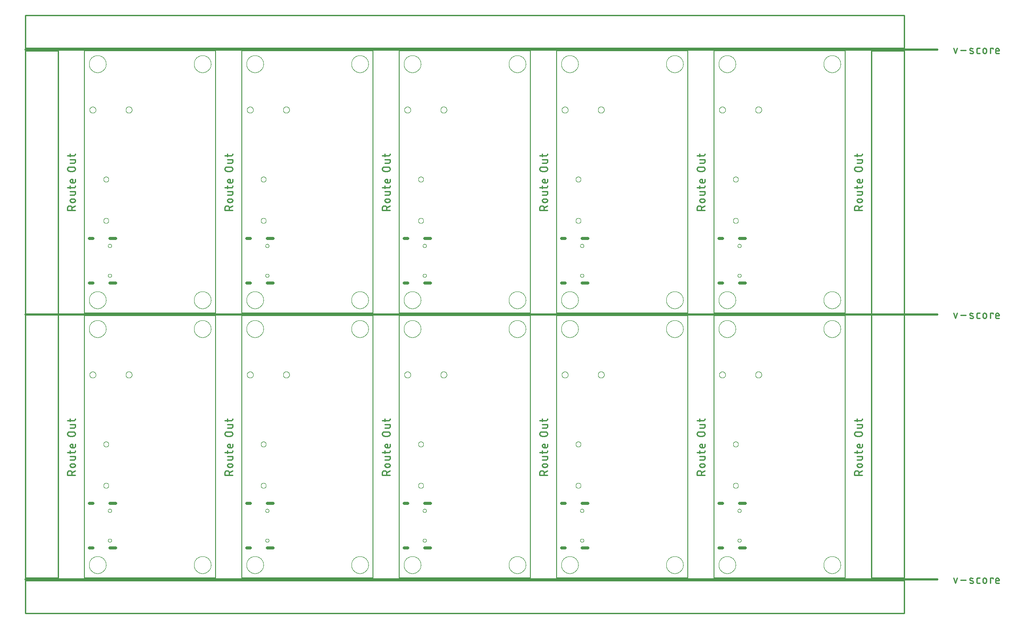
<source format=gko>
G04 EAGLE Gerber RS-274X export*
G75*
%MOMM*%
%FSLAX34Y34*%
%LPD*%
%IN*%
%IPPOS*%
%AMOC8*
5,1,8,0,0,1.08239X$1,22.5*%
G01*
%ADD10C,0.203200*%
%ADD11C,0.279400*%
%ADD12C,0.381000*%
%ADD13C,0.254000*%
%ADD14C,0.000000*%
%ADD15C,0.600000*%


D10*
X0Y0D02*
X0Y508000D01*
X254000Y508000D01*
X254000Y0D01*
X0Y0D01*
D11*
X-17907Y199504D02*
X-32893Y199504D01*
X-32893Y203667D01*
X-32891Y203795D01*
X-32885Y203923D01*
X-32875Y204051D01*
X-32861Y204179D01*
X-32844Y204306D01*
X-32822Y204432D01*
X-32797Y204558D01*
X-32767Y204682D01*
X-32734Y204806D01*
X-32697Y204929D01*
X-32656Y205051D01*
X-32612Y205171D01*
X-32564Y205290D01*
X-32512Y205407D01*
X-32457Y205523D01*
X-32398Y205636D01*
X-32335Y205749D01*
X-32269Y205859D01*
X-32200Y205966D01*
X-32128Y206072D01*
X-32052Y206176D01*
X-31973Y206277D01*
X-31891Y206376D01*
X-31806Y206472D01*
X-31719Y206565D01*
X-31628Y206656D01*
X-31535Y206743D01*
X-31439Y206828D01*
X-31340Y206910D01*
X-31239Y206989D01*
X-31135Y207065D01*
X-31029Y207137D01*
X-30922Y207206D01*
X-30811Y207272D01*
X-30699Y207335D01*
X-30586Y207394D01*
X-30470Y207449D01*
X-30353Y207501D01*
X-30234Y207549D01*
X-30114Y207593D01*
X-29992Y207634D01*
X-29869Y207671D01*
X-29745Y207704D01*
X-29621Y207734D01*
X-29495Y207759D01*
X-29369Y207781D01*
X-29242Y207798D01*
X-29114Y207812D01*
X-28986Y207822D01*
X-28858Y207828D01*
X-28730Y207830D01*
X-28602Y207828D01*
X-28474Y207822D01*
X-28346Y207812D01*
X-28218Y207798D01*
X-28091Y207781D01*
X-27965Y207759D01*
X-27839Y207734D01*
X-27715Y207704D01*
X-27591Y207671D01*
X-27468Y207634D01*
X-27346Y207593D01*
X-27226Y207549D01*
X-27107Y207501D01*
X-26990Y207449D01*
X-26874Y207394D01*
X-26761Y207335D01*
X-26649Y207272D01*
X-26538Y207206D01*
X-26431Y207137D01*
X-26325Y207065D01*
X-26221Y206989D01*
X-26120Y206910D01*
X-26021Y206828D01*
X-25925Y206743D01*
X-25832Y206656D01*
X-25741Y206565D01*
X-25654Y206472D01*
X-25569Y206376D01*
X-25487Y206277D01*
X-25408Y206176D01*
X-25332Y206072D01*
X-25260Y205966D01*
X-25191Y205859D01*
X-25125Y205749D01*
X-25062Y205636D01*
X-25003Y205523D01*
X-24948Y205407D01*
X-24896Y205290D01*
X-24848Y205171D01*
X-24804Y205051D01*
X-24763Y204929D01*
X-24726Y204806D01*
X-24693Y204682D01*
X-24663Y204558D01*
X-24638Y204432D01*
X-24616Y204306D01*
X-24599Y204179D01*
X-24585Y204051D01*
X-24575Y203923D01*
X-24569Y203795D01*
X-24567Y203667D01*
X-24567Y199504D01*
X-24567Y204499D02*
X-17907Y207829D01*
X-21237Y214788D02*
X-24567Y214788D01*
X-24681Y214790D01*
X-24794Y214796D01*
X-24908Y214805D01*
X-25020Y214819D01*
X-25133Y214836D01*
X-25245Y214858D01*
X-25355Y214883D01*
X-25465Y214911D01*
X-25574Y214944D01*
X-25682Y214980D01*
X-25789Y215020D01*
X-25894Y215064D01*
X-25997Y215111D01*
X-26099Y215161D01*
X-26199Y215215D01*
X-26297Y215273D01*
X-26393Y215334D01*
X-26487Y215397D01*
X-26579Y215465D01*
X-26669Y215535D01*
X-26755Y215608D01*
X-26840Y215684D01*
X-26922Y215763D01*
X-27001Y215845D01*
X-27077Y215930D01*
X-27150Y216016D01*
X-27220Y216106D01*
X-27288Y216198D01*
X-27351Y216292D01*
X-27412Y216388D01*
X-27470Y216486D01*
X-27524Y216586D01*
X-27574Y216688D01*
X-27621Y216791D01*
X-27665Y216896D01*
X-27705Y217003D01*
X-27741Y217111D01*
X-27774Y217220D01*
X-27802Y217330D01*
X-27827Y217440D01*
X-27849Y217552D01*
X-27866Y217665D01*
X-27880Y217777D01*
X-27889Y217891D01*
X-27895Y218004D01*
X-27897Y218118D01*
X-27895Y218232D01*
X-27889Y218345D01*
X-27880Y218459D01*
X-27866Y218571D01*
X-27849Y218684D01*
X-27827Y218796D01*
X-27802Y218906D01*
X-27774Y219016D01*
X-27741Y219125D01*
X-27705Y219233D01*
X-27665Y219340D01*
X-27621Y219445D01*
X-27574Y219548D01*
X-27524Y219650D01*
X-27470Y219750D01*
X-27412Y219848D01*
X-27351Y219944D01*
X-27288Y220038D01*
X-27220Y220130D01*
X-27150Y220220D01*
X-27077Y220306D01*
X-27001Y220391D01*
X-26922Y220473D01*
X-26840Y220552D01*
X-26755Y220628D01*
X-26669Y220701D01*
X-26579Y220771D01*
X-26487Y220839D01*
X-26393Y220902D01*
X-26297Y220963D01*
X-26199Y221021D01*
X-26099Y221075D01*
X-25997Y221125D01*
X-25894Y221172D01*
X-25789Y221216D01*
X-25682Y221256D01*
X-25574Y221292D01*
X-25465Y221325D01*
X-25355Y221353D01*
X-25245Y221378D01*
X-25133Y221400D01*
X-25020Y221417D01*
X-24908Y221431D01*
X-24794Y221440D01*
X-24681Y221446D01*
X-24567Y221448D01*
X-21237Y221448D01*
X-21123Y221446D01*
X-21010Y221440D01*
X-20896Y221431D01*
X-20784Y221417D01*
X-20671Y221400D01*
X-20559Y221378D01*
X-20449Y221353D01*
X-20339Y221325D01*
X-20230Y221292D01*
X-20122Y221256D01*
X-20015Y221216D01*
X-19910Y221172D01*
X-19807Y221125D01*
X-19705Y221075D01*
X-19605Y221021D01*
X-19507Y220963D01*
X-19411Y220902D01*
X-19317Y220839D01*
X-19225Y220771D01*
X-19135Y220701D01*
X-19049Y220628D01*
X-18964Y220552D01*
X-18882Y220473D01*
X-18803Y220391D01*
X-18727Y220306D01*
X-18654Y220220D01*
X-18584Y220130D01*
X-18516Y220038D01*
X-18453Y219944D01*
X-18392Y219848D01*
X-18334Y219750D01*
X-18280Y219650D01*
X-18230Y219548D01*
X-18183Y219445D01*
X-18139Y219340D01*
X-18099Y219233D01*
X-18063Y219125D01*
X-18030Y219016D01*
X-18002Y218906D01*
X-17977Y218796D01*
X-17955Y218684D01*
X-17938Y218571D01*
X-17924Y218459D01*
X-17915Y218345D01*
X-17909Y218232D01*
X-17907Y218118D01*
X-17909Y218004D01*
X-17915Y217891D01*
X-17924Y217777D01*
X-17938Y217665D01*
X-17955Y217552D01*
X-17977Y217440D01*
X-18002Y217330D01*
X-18030Y217220D01*
X-18063Y217111D01*
X-18099Y217003D01*
X-18139Y216896D01*
X-18183Y216791D01*
X-18230Y216688D01*
X-18280Y216586D01*
X-18334Y216486D01*
X-18392Y216388D01*
X-18453Y216292D01*
X-18516Y216198D01*
X-18584Y216106D01*
X-18654Y216016D01*
X-18727Y215930D01*
X-18803Y215845D01*
X-18882Y215763D01*
X-18964Y215684D01*
X-19049Y215608D01*
X-19135Y215535D01*
X-19225Y215465D01*
X-19317Y215397D01*
X-19411Y215334D01*
X-19507Y215273D01*
X-19605Y215215D01*
X-19705Y215161D01*
X-19807Y215111D01*
X-19910Y215064D01*
X-20015Y215020D01*
X-20122Y214980D01*
X-20230Y214944D01*
X-20339Y214911D01*
X-20449Y214883D01*
X-20559Y214858D01*
X-20671Y214836D01*
X-20784Y214819D01*
X-20896Y214805D01*
X-21010Y214796D01*
X-21123Y214790D01*
X-21237Y214788D01*
X-20405Y228856D02*
X-27898Y228856D01*
X-20405Y228855D02*
X-20307Y228857D01*
X-20209Y228863D01*
X-20111Y228872D01*
X-20014Y228886D01*
X-19918Y228903D01*
X-19822Y228924D01*
X-19727Y228949D01*
X-19633Y228977D01*
X-19540Y229009D01*
X-19449Y229045D01*
X-19359Y229084D01*
X-19271Y229127D01*
X-19184Y229174D01*
X-19100Y229223D01*
X-19017Y229276D01*
X-18937Y229332D01*
X-18859Y229391D01*
X-18783Y229454D01*
X-18709Y229519D01*
X-18639Y229587D01*
X-18571Y229657D01*
X-18506Y229731D01*
X-18443Y229807D01*
X-18384Y229885D01*
X-18328Y229965D01*
X-18275Y230048D01*
X-18226Y230132D01*
X-18179Y230219D01*
X-18136Y230307D01*
X-18097Y230397D01*
X-18061Y230488D01*
X-18029Y230581D01*
X-18001Y230675D01*
X-17976Y230770D01*
X-17955Y230866D01*
X-17938Y230962D01*
X-17924Y231059D01*
X-17915Y231157D01*
X-17909Y231255D01*
X-17907Y231353D01*
X-17907Y235516D01*
X-27898Y235516D01*
X-27898Y241497D02*
X-27898Y246492D01*
X-32893Y243162D02*
X-20405Y243162D01*
X-20307Y243164D01*
X-20209Y243170D01*
X-20111Y243179D01*
X-20014Y243193D01*
X-19918Y243210D01*
X-19822Y243231D01*
X-19727Y243256D01*
X-19633Y243284D01*
X-19540Y243316D01*
X-19449Y243352D01*
X-19359Y243391D01*
X-19271Y243434D01*
X-19184Y243481D01*
X-19100Y243530D01*
X-19017Y243583D01*
X-18937Y243639D01*
X-18859Y243698D01*
X-18783Y243761D01*
X-18709Y243826D01*
X-18639Y243894D01*
X-18571Y243964D01*
X-18506Y244038D01*
X-18443Y244114D01*
X-18384Y244192D01*
X-18328Y244272D01*
X-18275Y244355D01*
X-18226Y244439D01*
X-18179Y244526D01*
X-18136Y244614D01*
X-18097Y244704D01*
X-18061Y244795D01*
X-18029Y244888D01*
X-18001Y244982D01*
X-17976Y245077D01*
X-17955Y245173D01*
X-17938Y245269D01*
X-17924Y245366D01*
X-17915Y245464D01*
X-17909Y245562D01*
X-17907Y245660D01*
X-17907Y246492D01*
X-17907Y255321D02*
X-17907Y259484D01*
X-17907Y255321D02*
X-17909Y255223D01*
X-17915Y255125D01*
X-17924Y255027D01*
X-17938Y254930D01*
X-17955Y254834D01*
X-17976Y254738D01*
X-18001Y254643D01*
X-18029Y254549D01*
X-18061Y254456D01*
X-18097Y254365D01*
X-18136Y254275D01*
X-18179Y254187D01*
X-18226Y254100D01*
X-18275Y254016D01*
X-18328Y253933D01*
X-18384Y253853D01*
X-18443Y253775D01*
X-18506Y253699D01*
X-18571Y253625D01*
X-18639Y253555D01*
X-18709Y253487D01*
X-18783Y253422D01*
X-18859Y253359D01*
X-18937Y253300D01*
X-19017Y253244D01*
X-19100Y253191D01*
X-19184Y253142D01*
X-19271Y253095D01*
X-19359Y253052D01*
X-19449Y253013D01*
X-19540Y252977D01*
X-19633Y252945D01*
X-19727Y252917D01*
X-19822Y252892D01*
X-19918Y252871D01*
X-20014Y252854D01*
X-20111Y252840D01*
X-20209Y252831D01*
X-20307Y252825D01*
X-20405Y252823D01*
X-20405Y252824D02*
X-24567Y252824D01*
X-24681Y252826D01*
X-24794Y252832D01*
X-24908Y252841D01*
X-25020Y252855D01*
X-25133Y252872D01*
X-25245Y252894D01*
X-25355Y252919D01*
X-25465Y252947D01*
X-25574Y252980D01*
X-25682Y253016D01*
X-25789Y253056D01*
X-25894Y253100D01*
X-25997Y253147D01*
X-26099Y253197D01*
X-26199Y253251D01*
X-26297Y253309D01*
X-26393Y253370D01*
X-26487Y253433D01*
X-26579Y253501D01*
X-26669Y253571D01*
X-26755Y253644D01*
X-26840Y253720D01*
X-26922Y253799D01*
X-27001Y253881D01*
X-27077Y253966D01*
X-27150Y254052D01*
X-27220Y254142D01*
X-27288Y254234D01*
X-27351Y254328D01*
X-27412Y254424D01*
X-27470Y254522D01*
X-27524Y254622D01*
X-27574Y254724D01*
X-27621Y254827D01*
X-27665Y254932D01*
X-27705Y255039D01*
X-27741Y255147D01*
X-27774Y255256D01*
X-27802Y255366D01*
X-27827Y255476D01*
X-27849Y255588D01*
X-27866Y255701D01*
X-27880Y255813D01*
X-27889Y255927D01*
X-27895Y256040D01*
X-27897Y256154D01*
X-27895Y256268D01*
X-27889Y256381D01*
X-27880Y256495D01*
X-27866Y256607D01*
X-27849Y256720D01*
X-27827Y256832D01*
X-27802Y256942D01*
X-27774Y257052D01*
X-27741Y257161D01*
X-27705Y257269D01*
X-27665Y257376D01*
X-27621Y257481D01*
X-27574Y257584D01*
X-27524Y257686D01*
X-27470Y257786D01*
X-27412Y257884D01*
X-27351Y257980D01*
X-27288Y258074D01*
X-27220Y258166D01*
X-27150Y258256D01*
X-27077Y258342D01*
X-27001Y258427D01*
X-26922Y258509D01*
X-26840Y258588D01*
X-26755Y258664D01*
X-26669Y258737D01*
X-26579Y258807D01*
X-26487Y258875D01*
X-26393Y258938D01*
X-26297Y258999D01*
X-26199Y259057D01*
X-26099Y259111D01*
X-25997Y259161D01*
X-25894Y259208D01*
X-25789Y259252D01*
X-25682Y259292D01*
X-25574Y259328D01*
X-25465Y259361D01*
X-25355Y259389D01*
X-25245Y259414D01*
X-25133Y259436D01*
X-25020Y259453D01*
X-24908Y259467D01*
X-24794Y259476D01*
X-24681Y259482D01*
X-24567Y259484D01*
X-22902Y259484D01*
X-22902Y252824D01*
X-22070Y274917D02*
X-28730Y274917D01*
X-28858Y274919D01*
X-28986Y274925D01*
X-29114Y274935D01*
X-29242Y274949D01*
X-29369Y274966D01*
X-29495Y274988D01*
X-29621Y275013D01*
X-29745Y275043D01*
X-29869Y275076D01*
X-29992Y275113D01*
X-30114Y275154D01*
X-30234Y275198D01*
X-30353Y275246D01*
X-30470Y275298D01*
X-30586Y275353D01*
X-30699Y275412D01*
X-30812Y275475D01*
X-30922Y275541D01*
X-31029Y275610D01*
X-31135Y275682D01*
X-31239Y275758D01*
X-31340Y275837D01*
X-31439Y275919D01*
X-31535Y276004D01*
X-31628Y276091D01*
X-31719Y276182D01*
X-31806Y276275D01*
X-31891Y276371D01*
X-31973Y276470D01*
X-32052Y276571D01*
X-32128Y276675D01*
X-32200Y276781D01*
X-32269Y276888D01*
X-32335Y276999D01*
X-32398Y277111D01*
X-32457Y277224D01*
X-32512Y277340D01*
X-32564Y277457D01*
X-32612Y277576D01*
X-32656Y277696D01*
X-32697Y277818D01*
X-32734Y277941D01*
X-32767Y278065D01*
X-32797Y278189D01*
X-32822Y278315D01*
X-32844Y278441D01*
X-32861Y278568D01*
X-32875Y278696D01*
X-32885Y278824D01*
X-32891Y278952D01*
X-32893Y279080D01*
X-32891Y279208D01*
X-32885Y279336D01*
X-32875Y279464D01*
X-32861Y279592D01*
X-32844Y279719D01*
X-32822Y279845D01*
X-32797Y279971D01*
X-32767Y280095D01*
X-32734Y280219D01*
X-32697Y280342D01*
X-32656Y280464D01*
X-32612Y280584D01*
X-32564Y280703D01*
X-32512Y280820D01*
X-32457Y280936D01*
X-32398Y281049D01*
X-32335Y281162D01*
X-32269Y281272D01*
X-32200Y281379D01*
X-32128Y281485D01*
X-32052Y281589D01*
X-31973Y281690D01*
X-31891Y281789D01*
X-31806Y281885D01*
X-31719Y281978D01*
X-31628Y282069D01*
X-31535Y282156D01*
X-31439Y282241D01*
X-31340Y282323D01*
X-31239Y282402D01*
X-31135Y282478D01*
X-31029Y282550D01*
X-30922Y282619D01*
X-30811Y282685D01*
X-30699Y282748D01*
X-30586Y282807D01*
X-30470Y282862D01*
X-30353Y282914D01*
X-30234Y282962D01*
X-30114Y283006D01*
X-29992Y283047D01*
X-29869Y283084D01*
X-29745Y283117D01*
X-29621Y283147D01*
X-29495Y283172D01*
X-29369Y283194D01*
X-29242Y283211D01*
X-29114Y283225D01*
X-28986Y283235D01*
X-28858Y283241D01*
X-28730Y283243D01*
X-28730Y283242D02*
X-22070Y283242D01*
X-22070Y283243D02*
X-21942Y283241D01*
X-21814Y283235D01*
X-21686Y283225D01*
X-21558Y283211D01*
X-21431Y283194D01*
X-21305Y283172D01*
X-21179Y283147D01*
X-21055Y283117D01*
X-20931Y283084D01*
X-20808Y283047D01*
X-20686Y283006D01*
X-20566Y282962D01*
X-20447Y282914D01*
X-20330Y282862D01*
X-20214Y282807D01*
X-20101Y282748D01*
X-19988Y282685D01*
X-19878Y282619D01*
X-19771Y282550D01*
X-19665Y282478D01*
X-19561Y282402D01*
X-19460Y282323D01*
X-19361Y282241D01*
X-19265Y282156D01*
X-19172Y282069D01*
X-19081Y281978D01*
X-18994Y281885D01*
X-18909Y281789D01*
X-18827Y281690D01*
X-18748Y281589D01*
X-18672Y281485D01*
X-18600Y281379D01*
X-18531Y281272D01*
X-18465Y281162D01*
X-18402Y281049D01*
X-18343Y280936D01*
X-18288Y280820D01*
X-18236Y280703D01*
X-18188Y280584D01*
X-18144Y280464D01*
X-18103Y280342D01*
X-18066Y280219D01*
X-18033Y280095D01*
X-18003Y279971D01*
X-17978Y279845D01*
X-17956Y279719D01*
X-17939Y279592D01*
X-17925Y279464D01*
X-17915Y279336D01*
X-17909Y279208D01*
X-17907Y279080D01*
X-17909Y278952D01*
X-17915Y278824D01*
X-17925Y278696D01*
X-17939Y278568D01*
X-17956Y278441D01*
X-17978Y278315D01*
X-18003Y278189D01*
X-18033Y278065D01*
X-18066Y277941D01*
X-18103Y277818D01*
X-18144Y277696D01*
X-18188Y277576D01*
X-18236Y277457D01*
X-18288Y277340D01*
X-18343Y277224D01*
X-18402Y277111D01*
X-18465Y276999D01*
X-18531Y276888D01*
X-18600Y276781D01*
X-18672Y276675D01*
X-18748Y276571D01*
X-18827Y276470D01*
X-18909Y276371D01*
X-18994Y276275D01*
X-19081Y276182D01*
X-19172Y276091D01*
X-19265Y276004D01*
X-19361Y275919D01*
X-19460Y275837D01*
X-19561Y275758D01*
X-19665Y275682D01*
X-19771Y275610D01*
X-19878Y275541D01*
X-19989Y275475D01*
X-20101Y275412D01*
X-20214Y275353D01*
X-20330Y275298D01*
X-20447Y275246D01*
X-20566Y275198D01*
X-20686Y275154D01*
X-20808Y275113D01*
X-20931Y275076D01*
X-21055Y275043D01*
X-21179Y275013D01*
X-21305Y274988D01*
X-21431Y274966D01*
X-21558Y274949D01*
X-21686Y274935D01*
X-21814Y274925D01*
X-21942Y274919D01*
X-22070Y274917D01*
X-20405Y290859D02*
X-27898Y290859D01*
X-20405Y290859D02*
X-20307Y290861D01*
X-20209Y290867D01*
X-20111Y290876D01*
X-20014Y290890D01*
X-19918Y290907D01*
X-19822Y290928D01*
X-19727Y290953D01*
X-19633Y290981D01*
X-19540Y291013D01*
X-19449Y291049D01*
X-19359Y291088D01*
X-19271Y291131D01*
X-19184Y291178D01*
X-19100Y291227D01*
X-19017Y291280D01*
X-18937Y291336D01*
X-18859Y291395D01*
X-18783Y291458D01*
X-18709Y291523D01*
X-18639Y291591D01*
X-18571Y291661D01*
X-18506Y291735D01*
X-18443Y291811D01*
X-18384Y291889D01*
X-18328Y291969D01*
X-18275Y292052D01*
X-18226Y292136D01*
X-18179Y292223D01*
X-18136Y292311D01*
X-18097Y292401D01*
X-18061Y292492D01*
X-18029Y292585D01*
X-18001Y292679D01*
X-17976Y292774D01*
X-17955Y292870D01*
X-17938Y292966D01*
X-17924Y293063D01*
X-17915Y293161D01*
X-17909Y293259D01*
X-17907Y293357D01*
X-17907Y297520D01*
X-27898Y297520D01*
X-27898Y303501D02*
X-27898Y308496D01*
X-32893Y305166D02*
X-20405Y305166D01*
X-20307Y305168D01*
X-20209Y305174D01*
X-20111Y305183D01*
X-20014Y305197D01*
X-19918Y305214D01*
X-19822Y305235D01*
X-19727Y305260D01*
X-19633Y305288D01*
X-19540Y305320D01*
X-19449Y305356D01*
X-19359Y305395D01*
X-19271Y305438D01*
X-19184Y305485D01*
X-19100Y305534D01*
X-19017Y305587D01*
X-18937Y305643D01*
X-18859Y305702D01*
X-18783Y305765D01*
X-18709Y305830D01*
X-18639Y305898D01*
X-18571Y305968D01*
X-18506Y306042D01*
X-18443Y306118D01*
X-18384Y306196D01*
X-18328Y306276D01*
X-18275Y306359D01*
X-18226Y306443D01*
X-18179Y306530D01*
X-18136Y306618D01*
X-18097Y306708D01*
X-18061Y306799D01*
X-18029Y306892D01*
X-18001Y306986D01*
X-17976Y307081D01*
X-17955Y307177D01*
X-17938Y307273D01*
X-17924Y307370D01*
X-17915Y307468D01*
X-17909Y307566D01*
X-17907Y307664D01*
X-17907Y308496D01*
D10*
X304800Y508000D02*
X304800Y0D01*
X304800Y508000D02*
X558800Y508000D01*
X558800Y0D01*
X304800Y0D01*
D11*
X286893Y199504D02*
X271907Y199504D01*
X271907Y203667D01*
X271909Y203795D01*
X271915Y203923D01*
X271925Y204051D01*
X271939Y204179D01*
X271956Y204306D01*
X271978Y204432D01*
X272003Y204558D01*
X272033Y204682D01*
X272066Y204806D01*
X272103Y204929D01*
X272144Y205051D01*
X272188Y205171D01*
X272236Y205290D01*
X272288Y205407D01*
X272343Y205523D01*
X272402Y205636D01*
X272465Y205749D01*
X272531Y205859D01*
X272600Y205966D01*
X272672Y206072D01*
X272748Y206176D01*
X272827Y206277D01*
X272909Y206376D01*
X272994Y206472D01*
X273081Y206565D01*
X273172Y206656D01*
X273265Y206743D01*
X273361Y206828D01*
X273460Y206910D01*
X273561Y206989D01*
X273665Y207065D01*
X273771Y207137D01*
X273878Y207206D01*
X273989Y207272D01*
X274101Y207335D01*
X274214Y207394D01*
X274330Y207449D01*
X274447Y207501D01*
X274566Y207549D01*
X274686Y207593D01*
X274808Y207634D01*
X274931Y207671D01*
X275055Y207704D01*
X275179Y207734D01*
X275305Y207759D01*
X275431Y207781D01*
X275558Y207798D01*
X275686Y207812D01*
X275814Y207822D01*
X275942Y207828D01*
X276070Y207830D01*
X276198Y207828D01*
X276326Y207822D01*
X276454Y207812D01*
X276582Y207798D01*
X276709Y207781D01*
X276835Y207759D01*
X276961Y207734D01*
X277085Y207704D01*
X277209Y207671D01*
X277332Y207634D01*
X277454Y207593D01*
X277574Y207549D01*
X277693Y207501D01*
X277810Y207449D01*
X277926Y207394D01*
X278039Y207335D01*
X278152Y207272D01*
X278262Y207206D01*
X278369Y207137D01*
X278475Y207065D01*
X278579Y206989D01*
X278680Y206910D01*
X278779Y206828D01*
X278875Y206743D01*
X278968Y206656D01*
X279059Y206565D01*
X279146Y206472D01*
X279231Y206376D01*
X279313Y206277D01*
X279392Y206176D01*
X279468Y206072D01*
X279540Y205966D01*
X279609Y205859D01*
X279675Y205749D01*
X279738Y205636D01*
X279797Y205523D01*
X279852Y205407D01*
X279904Y205290D01*
X279952Y205171D01*
X279996Y205051D01*
X280037Y204929D01*
X280074Y204806D01*
X280107Y204682D01*
X280137Y204558D01*
X280162Y204432D01*
X280184Y204306D01*
X280201Y204179D01*
X280215Y204051D01*
X280225Y203923D01*
X280231Y203795D01*
X280233Y203667D01*
X280233Y199504D01*
X280233Y204499D02*
X286893Y207829D01*
X283563Y214788D02*
X280233Y214788D01*
X280119Y214790D01*
X280006Y214796D01*
X279892Y214805D01*
X279780Y214819D01*
X279667Y214836D01*
X279555Y214858D01*
X279445Y214883D01*
X279335Y214911D01*
X279226Y214944D01*
X279118Y214980D01*
X279011Y215020D01*
X278906Y215064D01*
X278803Y215111D01*
X278701Y215161D01*
X278601Y215215D01*
X278503Y215273D01*
X278407Y215334D01*
X278313Y215397D01*
X278221Y215465D01*
X278131Y215535D01*
X278045Y215608D01*
X277960Y215684D01*
X277878Y215763D01*
X277799Y215845D01*
X277723Y215930D01*
X277650Y216016D01*
X277580Y216106D01*
X277512Y216198D01*
X277449Y216292D01*
X277388Y216388D01*
X277330Y216486D01*
X277276Y216586D01*
X277226Y216688D01*
X277179Y216791D01*
X277135Y216896D01*
X277095Y217003D01*
X277059Y217111D01*
X277026Y217220D01*
X276998Y217330D01*
X276973Y217440D01*
X276951Y217552D01*
X276934Y217665D01*
X276920Y217777D01*
X276911Y217891D01*
X276905Y218004D01*
X276903Y218118D01*
X276905Y218232D01*
X276911Y218345D01*
X276920Y218459D01*
X276934Y218571D01*
X276951Y218684D01*
X276973Y218796D01*
X276998Y218906D01*
X277026Y219016D01*
X277059Y219125D01*
X277095Y219233D01*
X277135Y219340D01*
X277179Y219445D01*
X277226Y219548D01*
X277276Y219650D01*
X277330Y219750D01*
X277388Y219848D01*
X277449Y219944D01*
X277512Y220038D01*
X277580Y220130D01*
X277650Y220220D01*
X277723Y220306D01*
X277799Y220391D01*
X277878Y220473D01*
X277960Y220552D01*
X278045Y220628D01*
X278131Y220701D01*
X278221Y220771D01*
X278313Y220839D01*
X278407Y220902D01*
X278503Y220963D01*
X278601Y221021D01*
X278701Y221075D01*
X278803Y221125D01*
X278906Y221172D01*
X279011Y221216D01*
X279118Y221256D01*
X279226Y221292D01*
X279335Y221325D01*
X279445Y221353D01*
X279555Y221378D01*
X279667Y221400D01*
X279780Y221417D01*
X279892Y221431D01*
X280006Y221440D01*
X280119Y221446D01*
X280233Y221448D01*
X283563Y221448D01*
X283677Y221446D01*
X283790Y221440D01*
X283904Y221431D01*
X284016Y221417D01*
X284129Y221400D01*
X284241Y221378D01*
X284351Y221353D01*
X284461Y221325D01*
X284570Y221292D01*
X284678Y221256D01*
X284785Y221216D01*
X284890Y221172D01*
X284993Y221125D01*
X285095Y221075D01*
X285195Y221021D01*
X285293Y220963D01*
X285389Y220902D01*
X285483Y220839D01*
X285575Y220771D01*
X285665Y220701D01*
X285751Y220628D01*
X285836Y220552D01*
X285918Y220473D01*
X285997Y220391D01*
X286073Y220306D01*
X286146Y220220D01*
X286216Y220130D01*
X286284Y220038D01*
X286347Y219944D01*
X286408Y219848D01*
X286466Y219750D01*
X286520Y219650D01*
X286570Y219548D01*
X286617Y219445D01*
X286661Y219340D01*
X286701Y219233D01*
X286737Y219125D01*
X286770Y219016D01*
X286798Y218906D01*
X286823Y218796D01*
X286845Y218684D01*
X286862Y218571D01*
X286876Y218459D01*
X286885Y218345D01*
X286891Y218232D01*
X286893Y218118D01*
X286891Y218004D01*
X286885Y217891D01*
X286876Y217777D01*
X286862Y217665D01*
X286845Y217552D01*
X286823Y217440D01*
X286798Y217330D01*
X286770Y217220D01*
X286737Y217111D01*
X286701Y217003D01*
X286661Y216896D01*
X286617Y216791D01*
X286570Y216688D01*
X286520Y216586D01*
X286466Y216486D01*
X286408Y216388D01*
X286347Y216292D01*
X286284Y216198D01*
X286216Y216106D01*
X286146Y216016D01*
X286073Y215930D01*
X285997Y215845D01*
X285918Y215763D01*
X285836Y215684D01*
X285751Y215608D01*
X285665Y215535D01*
X285575Y215465D01*
X285483Y215397D01*
X285389Y215334D01*
X285293Y215273D01*
X285195Y215215D01*
X285095Y215161D01*
X284993Y215111D01*
X284890Y215064D01*
X284785Y215020D01*
X284678Y214980D01*
X284570Y214944D01*
X284461Y214911D01*
X284351Y214883D01*
X284241Y214858D01*
X284129Y214836D01*
X284016Y214819D01*
X283904Y214805D01*
X283790Y214796D01*
X283677Y214790D01*
X283563Y214788D01*
X284395Y228856D02*
X276902Y228856D01*
X284395Y228855D02*
X284493Y228857D01*
X284591Y228863D01*
X284689Y228872D01*
X284786Y228886D01*
X284882Y228903D01*
X284978Y228924D01*
X285073Y228949D01*
X285167Y228977D01*
X285260Y229009D01*
X285351Y229045D01*
X285441Y229084D01*
X285529Y229127D01*
X285616Y229174D01*
X285700Y229223D01*
X285783Y229276D01*
X285863Y229332D01*
X285942Y229391D01*
X286017Y229454D01*
X286091Y229519D01*
X286161Y229587D01*
X286229Y229657D01*
X286295Y229731D01*
X286357Y229807D01*
X286416Y229885D01*
X286472Y229965D01*
X286525Y230048D01*
X286575Y230132D01*
X286621Y230219D01*
X286664Y230307D01*
X286703Y230397D01*
X286739Y230488D01*
X286771Y230581D01*
X286799Y230675D01*
X286824Y230770D01*
X286845Y230866D01*
X286862Y230962D01*
X286876Y231059D01*
X286885Y231157D01*
X286891Y231255D01*
X286893Y231353D01*
X286893Y235516D01*
X276902Y235516D01*
X276902Y241497D02*
X276902Y246492D01*
X271907Y243162D02*
X284395Y243162D01*
X284493Y243164D01*
X284591Y243170D01*
X284689Y243179D01*
X284786Y243193D01*
X284882Y243210D01*
X284978Y243231D01*
X285073Y243256D01*
X285167Y243284D01*
X285260Y243316D01*
X285351Y243352D01*
X285441Y243391D01*
X285529Y243434D01*
X285616Y243481D01*
X285700Y243530D01*
X285783Y243583D01*
X285863Y243639D01*
X285942Y243698D01*
X286017Y243761D01*
X286091Y243826D01*
X286161Y243894D01*
X286229Y243964D01*
X286295Y244038D01*
X286357Y244114D01*
X286416Y244192D01*
X286472Y244272D01*
X286525Y244355D01*
X286575Y244439D01*
X286621Y244526D01*
X286664Y244614D01*
X286703Y244704D01*
X286739Y244795D01*
X286771Y244888D01*
X286799Y244982D01*
X286824Y245077D01*
X286845Y245173D01*
X286862Y245269D01*
X286876Y245366D01*
X286885Y245464D01*
X286891Y245562D01*
X286893Y245660D01*
X286893Y246492D01*
X286893Y255321D02*
X286893Y259484D01*
X286893Y255321D02*
X286891Y255223D01*
X286885Y255125D01*
X286876Y255027D01*
X286862Y254930D01*
X286845Y254834D01*
X286824Y254738D01*
X286799Y254643D01*
X286771Y254549D01*
X286739Y254456D01*
X286703Y254365D01*
X286664Y254275D01*
X286621Y254187D01*
X286574Y254100D01*
X286525Y254016D01*
X286472Y253933D01*
X286416Y253853D01*
X286357Y253775D01*
X286295Y253699D01*
X286229Y253625D01*
X286161Y253555D01*
X286091Y253487D01*
X286017Y253422D01*
X285942Y253359D01*
X285863Y253300D01*
X285783Y253244D01*
X285700Y253191D01*
X285616Y253142D01*
X285529Y253095D01*
X285441Y253052D01*
X285351Y253013D01*
X285260Y252977D01*
X285167Y252945D01*
X285073Y252917D01*
X284978Y252892D01*
X284882Y252871D01*
X284786Y252854D01*
X284689Y252840D01*
X284591Y252831D01*
X284493Y252825D01*
X284395Y252823D01*
X284395Y252824D02*
X280233Y252824D01*
X280119Y252826D01*
X280006Y252832D01*
X279892Y252841D01*
X279780Y252855D01*
X279667Y252872D01*
X279555Y252894D01*
X279445Y252919D01*
X279335Y252947D01*
X279226Y252980D01*
X279118Y253016D01*
X279011Y253056D01*
X278906Y253100D01*
X278803Y253147D01*
X278701Y253197D01*
X278601Y253251D01*
X278503Y253309D01*
X278407Y253370D01*
X278313Y253433D01*
X278221Y253501D01*
X278131Y253571D01*
X278045Y253644D01*
X277960Y253720D01*
X277878Y253799D01*
X277799Y253881D01*
X277723Y253966D01*
X277650Y254052D01*
X277580Y254142D01*
X277512Y254234D01*
X277449Y254328D01*
X277388Y254424D01*
X277330Y254522D01*
X277276Y254622D01*
X277226Y254724D01*
X277179Y254827D01*
X277135Y254932D01*
X277095Y255039D01*
X277059Y255147D01*
X277026Y255256D01*
X276998Y255366D01*
X276973Y255476D01*
X276951Y255588D01*
X276934Y255701D01*
X276920Y255813D01*
X276911Y255927D01*
X276905Y256040D01*
X276903Y256154D01*
X276905Y256268D01*
X276911Y256381D01*
X276920Y256495D01*
X276934Y256607D01*
X276951Y256720D01*
X276973Y256832D01*
X276998Y256942D01*
X277026Y257052D01*
X277059Y257161D01*
X277095Y257269D01*
X277135Y257376D01*
X277179Y257481D01*
X277226Y257584D01*
X277276Y257686D01*
X277330Y257786D01*
X277388Y257884D01*
X277449Y257980D01*
X277512Y258074D01*
X277580Y258166D01*
X277650Y258256D01*
X277723Y258342D01*
X277799Y258427D01*
X277878Y258509D01*
X277960Y258588D01*
X278045Y258664D01*
X278131Y258737D01*
X278221Y258807D01*
X278313Y258875D01*
X278407Y258938D01*
X278503Y258999D01*
X278601Y259057D01*
X278701Y259111D01*
X278803Y259161D01*
X278906Y259208D01*
X279011Y259252D01*
X279118Y259292D01*
X279226Y259328D01*
X279335Y259361D01*
X279445Y259389D01*
X279555Y259414D01*
X279667Y259436D01*
X279780Y259453D01*
X279892Y259467D01*
X280006Y259476D01*
X280119Y259482D01*
X280233Y259484D01*
X281898Y259484D01*
X281898Y252824D01*
X282730Y274917D02*
X276070Y274917D01*
X275942Y274919D01*
X275814Y274925D01*
X275686Y274935D01*
X275558Y274949D01*
X275431Y274966D01*
X275305Y274988D01*
X275179Y275013D01*
X275055Y275043D01*
X274931Y275076D01*
X274808Y275113D01*
X274686Y275154D01*
X274566Y275198D01*
X274447Y275246D01*
X274330Y275298D01*
X274214Y275353D01*
X274101Y275412D01*
X273989Y275475D01*
X273878Y275541D01*
X273771Y275610D01*
X273665Y275682D01*
X273561Y275758D01*
X273460Y275837D01*
X273361Y275919D01*
X273265Y276004D01*
X273172Y276091D01*
X273081Y276182D01*
X272994Y276275D01*
X272909Y276371D01*
X272827Y276470D01*
X272748Y276571D01*
X272672Y276675D01*
X272600Y276781D01*
X272531Y276888D01*
X272465Y276999D01*
X272402Y277111D01*
X272343Y277224D01*
X272288Y277340D01*
X272236Y277457D01*
X272188Y277576D01*
X272144Y277696D01*
X272103Y277818D01*
X272066Y277941D01*
X272033Y278065D01*
X272003Y278189D01*
X271978Y278315D01*
X271956Y278441D01*
X271939Y278568D01*
X271925Y278696D01*
X271915Y278824D01*
X271909Y278952D01*
X271907Y279080D01*
X271909Y279208D01*
X271915Y279336D01*
X271925Y279464D01*
X271939Y279592D01*
X271956Y279719D01*
X271978Y279845D01*
X272003Y279971D01*
X272033Y280095D01*
X272066Y280219D01*
X272103Y280342D01*
X272144Y280464D01*
X272188Y280584D01*
X272236Y280703D01*
X272288Y280820D01*
X272343Y280936D01*
X272402Y281049D01*
X272465Y281162D01*
X272531Y281272D01*
X272600Y281379D01*
X272672Y281485D01*
X272748Y281589D01*
X272827Y281690D01*
X272909Y281789D01*
X272994Y281885D01*
X273081Y281978D01*
X273172Y282069D01*
X273265Y282156D01*
X273361Y282241D01*
X273460Y282323D01*
X273561Y282402D01*
X273665Y282478D01*
X273771Y282550D01*
X273878Y282619D01*
X273989Y282685D01*
X274101Y282748D01*
X274214Y282807D01*
X274330Y282862D01*
X274447Y282914D01*
X274566Y282962D01*
X274686Y283006D01*
X274808Y283047D01*
X274931Y283084D01*
X275055Y283117D01*
X275179Y283147D01*
X275305Y283172D01*
X275431Y283194D01*
X275558Y283211D01*
X275686Y283225D01*
X275814Y283235D01*
X275942Y283241D01*
X276070Y283243D01*
X276070Y283242D02*
X282730Y283242D01*
X282730Y283243D02*
X282858Y283241D01*
X282986Y283235D01*
X283114Y283225D01*
X283242Y283211D01*
X283369Y283194D01*
X283495Y283172D01*
X283621Y283147D01*
X283745Y283117D01*
X283869Y283084D01*
X283992Y283047D01*
X284114Y283006D01*
X284234Y282962D01*
X284353Y282914D01*
X284470Y282862D01*
X284586Y282807D01*
X284699Y282748D01*
X284812Y282685D01*
X284922Y282619D01*
X285029Y282550D01*
X285135Y282478D01*
X285239Y282402D01*
X285340Y282323D01*
X285439Y282241D01*
X285535Y282156D01*
X285628Y282069D01*
X285719Y281978D01*
X285806Y281885D01*
X285891Y281789D01*
X285973Y281690D01*
X286052Y281589D01*
X286128Y281485D01*
X286200Y281379D01*
X286269Y281272D01*
X286335Y281162D01*
X286398Y281049D01*
X286457Y280936D01*
X286512Y280820D01*
X286564Y280703D01*
X286612Y280584D01*
X286656Y280464D01*
X286697Y280342D01*
X286734Y280219D01*
X286767Y280095D01*
X286797Y279971D01*
X286822Y279845D01*
X286844Y279719D01*
X286861Y279592D01*
X286875Y279464D01*
X286885Y279336D01*
X286891Y279208D01*
X286893Y279080D01*
X286891Y278952D01*
X286885Y278824D01*
X286875Y278696D01*
X286861Y278568D01*
X286844Y278441D01*
X286822Y278315D01*
X286797Y278189D01*
X286767Y278065D01*
X286734Y277941D01*
X286697Y277818D01*
X286656Y277696D01*
X286612Y277576D01*
X286564Y277457D01*
X286512Y277340D01*
X286457Y277224D01*
X286398Y277111D01*
X286335Y276999D01*
X286269Y276888D01*
X286200Y276781D01*
X286128Y276675D01*
X286052Y276571D01*
X285973Y276470D01*
X285891Y276371D01*
X285806Y276275D01*
X285719Y276182D01*
X285628Y276091D01*
X285535Y276004D01*
X285439Y275919D01*
X285340Y275837D01*
X285239Y275758D01*
X285135Y275682D01*
X285029Y275610D01*
X284922Y275541D01*
X284812Y275475D01*
X284699Y275412D01*
X284586Y275353D01*
X284470Y275298D01*
X284353Y275246D01*
X284234Y275198D01*
X284114Y275154D01*
X283992Y275113D01*
X283869Y275076D01*
X283745Y275043D01*
X283621Y275013D01*
X283495Y274988D01*
X283369Y274966D01*
X283242Y274949D01*
X283114Y274935D01*
X282986Y274925D01*
X282858Y274919D01*
X282730Y274917D01*
X284395Y290859D02*
X276902Y290859D01*
X284395Y290859D02*
X284493Y290861D01*
X284591Y290867D01*
X284689Y290876D01*
X284786Y290890D01*
X284882Y290907D01*
X284978Y290928D01*
X285073Y290953D01*
X285167Y290981D01*
X285260Y291013D01*
X285351Y291049D01*
X285441Y291088D01*
X285529Y291131D01*
X285616Y291178D01*
X285700Y291227D01*
X285783Y291280D01*
X285863Y291336D01*
X285942Y291395D01*
X286017Y291458D01*
X286091Y291523D01*
X286161Y291591D01*
X286229Y291661D01*
X286295Y291735D01*
X286357Y291811D01*
X286416Y291889D01*
X286472Y291969D01*
X286525Y292052D01*
X286575Y292136D01*
X286621Y292223D01*
X286664Y292311D01*
X286703Y292401D01*
X286739Y292492D01*
X286771Y292585D01*
X286799Y292679D01*
X286824Y292774D01*
X286845Y292870D01*
X286862Y292966D01*
X286876Y293063D01*
X286885Y293161D01*
X286891Y293259D01*
X286893Y293357D01*
X286893Y297520D01*
X276902Y297520D01*
X276902Y303501D02*
X276902Y308496D01*
X271907Y305166D02*
X284395Y305166D01*
X284395Y305165D02*
X284493Y305167D01*
X284591Y305173D01*
X284689Y305182D01*
X284786Y305196D01*
X284882Y305213D01*
X284978Y305234D01*
X285073Y305259D01*
X285167Y305287D01*
X285260Y305319D01*
X285351Y305355D01*
X285441Y305394D01*
X285529Y305437D01*
X285616Y305484D01*
X285700Y305533D01*
X285783Y305586D01*
X285863Y305642D01*
X285942Y305701D01*
X286017Y305764D01*
X286091Y305829D01*
X286161Y305897D01*
X286229Y305967D01*
X286295Y306041D01*
X286357Y306117D01*
X286416Y306195D01*
X286472Y306275D01*
X286525Y306358D01*
X286575Y306442D01*
X286621Y306529D01*
X286664Y306617D01*
X286703Y306707D01*
X286739Y306798D01*
X286771Y306891D01*
X286799Y306985D01*
X286824Y307080D01*
X286845Y307176D01*
X286862Y307272D01*
X286876Y307369D01*
X286885Y307467D01*
X286891Y307565D01*
X286893Y307663D01*
X286893Y307664D02*
X286893Y308496D01*
D10*
X609600Y508000D02*
X609600Y0D01*
X609600Y508000D02*
X863600Y508000D01*
X863600Y0D01*
X609600Y0D01*
D11*
X591693Y199504D02*
X576707Y199504D01*
X576707Y203667D01*
X576709Y203795D01*
X576715Y203923D01*
X576725Y204051D01*
X576739Y204179D01*
X576756Y204306D01*
X576778Y204432D01*
X576803Y204558D01*
X576833Y204682D01*
X576866Y204806D01*
X576903Y204929D01*
X576944Y205051D01*
X576988Y205171D01*
X577036Y205290D01*
X577088Y205407D01*
X577143Y205523D01*
X577202Y205636D01*
X577265Y205749D01*
X577331Y205859D01*
X577400Y205966D01*
X577472Y206072D01*
X577548Y206176D01*
X577627Y206277D01*
X577709Y206376D01*
X577794Y206472D01*
X577881Y206565D01*
X577972Y206656D01*
X578065Y206743D01*
X578161Y206828D01*
X578260Y206910D01*
X578361Y206989D01*
X578465Y207065D01*
X578571Y207137D01*
X578678Y207206D01*
X578789Y207272D01*
X578901Y207335D01*
X579014Y207394D01*
X579130Y207449D01*
X579247Y207501D01*
X579366Y207549D01*
X579486Y207593D01*
X579608Y207634D01*
X579731Y207671D01*
X579855Y207704D01*
X579979Y207734D01*
X580105Y207759D01*
X580231Y207781D01*
X580358Y207798D01*
X580486Y207812D01*
X580614Y207822D01*
X580742Y207828D01*
X580870Y207830D01*
X580998Y207828D01*
X581126Y207822D01*
X581254Y207812D01*
X581382Y207798D01*
X581509Y207781D01*
X581635Y207759D01*
X581761Y207734D01*
X581885Y207704D01*
X582009Y207671D01*
X582132Y207634D01*
X582254Y207593D01*
X582374Y207549D01*
X582493Y207501D01*
X582610Y207449D01*
X582726Y207394D01*
X582839Y207335D01*
X582952Y207272D01*
X583062Y207206D01*
X583169Y207137D01*
X583275Y207065D01*
X583379Y206989D01*
X583480Y206910D01*
X583579Y206828D01*
X583675Y206743D01*
X583768Y206656D01*
X583859Y206565D01*
X583946Y206472D01*
X584031Y206376D01*
X584113Y206277D01*
X584192Y206176D01*
X584268Y206072D01*
X584340Y205966D01*
X584409Y205859D01*
X584475Y205749D01*
X584538Y205636D01*
X584597Y205523D01*
X584652Y205407D01*
X584704Y205290D01*
X584752Y205171D01*
X584796Y205051D01*
X584837Y204929D01*
X584874Y204806D01*
X584907Y204682D01*
X584937Y204558D01*
X584962Y204432D01*
X584984Y204306D01*
X585001Y204179D01*
X585015Y204051D01*
X585025Y203923D01*
X585031Y203795D01*
X585033Y203667D01*
X585033Y199504D01*
X585033Y204499D02*
X591693Y207829D01*
X588363Y214788D02*
X585033Y214788D01*
X584919Y214790D01*
X584806Y214796D01*
X584692Y214805D01*
X584580Y214819D01*
X584467Y214836D01*
X584355Y214858D01*
X584245Y214883D01*
X584135Y214911D01*
X584026Y214944D01*
X583918Y214980D01*
X583811Y215020D01*
X583706Y215064D01*
X583603Y215111D01*
X583501Y215161D01*
X583401Y215215D01*
X583303Y215273D01*
X583207Y215334D01*
X583113Y215397D01*
X583021Y215465D01*
X582931Y215535D01*
X582845Y215608D01*
X582760Y215684D01*
X582678Y215763D01*
X582599Y215845D01*
X582523Y215930D01*
X582450Y216016D01*
X582380Y216106D01*
X582312Y216198D01*
X582249Y216292D01*
X582188Y216388D01*
X582130Y216486D01*
X582076Y216586D01*
X582026Y216688D01*
X581979Y216791D01*
X581935Y216896D01*
X581895Y217003D01*
X581859Y217111D01*
X581826Y217220D01*
X581798Y217330D01*
X581773Y217440D01*
X581751Y217552D01*
X581734Y217665D01*
X581720Y217777D01*
X581711Y217891D01*
X581705Y218004D01*
X581703Y218118D01*
X581705Y218232D01*
X581711Y218345D01*
X581720Y218459D01*
X581734Y218571D01*
X581751Y218684D01*
X581773Y218796D01*
X581798Y218906D01*
X581826Y219016D01*
X581859Y219125D01*
X581895Y219233D01*
X581935Y219340D01*
X581979Y219445D01*
X582026Y219548D01*
X582076Y219650D01*
X582130Y219750D01*
X582188Y219848D01*
X582249Y219944D01*
X582312Y220038D01*
X582380Y220130D01*
X582450Y220220D01*
X582523Y220306D01*
X582599Y220391D01*
X582678Y220473D01*
X582760Y220552D01*
X582845Y220628D01*
X582931Y220701D01*
X583021Y220771D01*
X583113Y220839D01*
X583207Y220902D01*
X583303Y220963D01*
X583401Y221021D01*
X583501Y221075D01*
X583603Y221125D01*
X583706Y221172D01*
X583811Y221216D01*
X583918Y221256D01*
X584026Y221292D01*
X584135Y221325D01*
X584245Y221353D01*
X584355Y221378D01*
X584467Y221400D01*
X584580Y221417D01*
X584692Y221431D01*
X584806Y221440D01*
X584919Y221446D01*
X585033Y221448D01*
X588363Y221448D01*
X588477Y221446D01*
X588590Y221440D01*
X588704Y221431D01*
X588816Y221417D01*
X588929Y221400D01*
X589041Y221378D01*
X589151Y221353D01*
X589261Y221325D01*
X589370Y221292D01*
X589478Y221256D01*
X589585Y221216D01*
X589690Y221172D01*
X589793Y221125D01*
X589895Y221075D01*
X589995Y221021D01*
X590093Y220963D01*
X590189Y220902D01*
X590283Y220839D01*
X590375Y220771D01*
X590465Y220701D01*
X590551Y220628D01*
X590636Y220552D01*
X590718Y220473D01*
X590797Y220391D01*
X590873Y220306D01*
X590946Y220220D01*
X591016Y220130D01*
X591084Y220038D01*
X591147Y219944D01*
X591208Y219848D01*
X591266Y219750D01*
X591320Y219650D01*
X591370Y219548D01*
X591417Y219445D01*
X591461Y219340D01*
X591501Y219233D01*
X591537Y219125D01*
X591570Y219016D01*
X591598Y218906D01*
X591623Y218796D01*
X591645Y218684D01*
X591662Y218571D01*
X591676Y218459D01*
X591685Y218345D01*
X591691Y218232D01*
X591693Y218118D01*
X591691Y218004D01*
X591685Y217891D01*
X591676Y217777D01*
X591662Y217665D01*
X591645Y217552D01*
X591623Y217440D01*
X591598Y217330D01*
X591570Y217220D01*
X591537Y217111D01*
X591501Y217003D01*
X591461Y216896D01*
X591417Y216791D01*
X591370Y216688D01*
X591320Y216586D01*
X591266Y216486D01*
X591208Y216388D01*
X591147Y216292D01*
X591084Y216198D01*
X591016Y216106D01*
X590946Y216016D01*
X590873Y215930D01*
X590797Y215845D01*
X590718Y215763D01*
X590636Y215684D01*
X590551Y215608D01*
X590465Y215535D01*
X590375Y215465D01*
X590283Y215397D01*
X590189Y215334D01*
X590093Y215273D01*
X589995Y215215D01*
X589895Y215161D01*
X589793Y215111D01*
X589690Y215064D01*
X589585Y215020D01*
X589478Y214980D01*
X589370Y214944D01*
X589261Y214911D01*
X589151Y214883D01*
X589041Y214858D01*
X588929Y214836D01*
X588816Y214819D01*
X588704Y214805D01*
X588590Y214796D01*
X588477Y214790D01*
X588363Y214788D01*
X589195Y228856D02*
X581702Y228856D01*
X589195Y228855D02*
X589293Y228857D01*
X589391Y228863D01*
X589489Y228872D01*
X589586Y228886D01*
X589682Y228903D01*
X589778Y228924D01*
X589873Y228949D01*
X589967Y228977D01*
X590060Y229009D01*
X590151Y229045D01*
X590241Y229084D01*
X590329Y229127D01*
X590416Y229174D01*
X590500Y229223D01*
X590583Y229276D01*
X590663Y229332D01*
X590742Y229391D01*
X590817Y229454D01*
X590891Y229519D01*
X590961Y229587D01*
X591029Y229657D01*
X591095Y229731D01*
X591157Y229807D01*
X591216Y229885D01*
X591272Y229965D01*
X591325Y230048D01*
X591375Y230132D01*
X591421Y230219D01*
X591464Y230307D01*
X591503Y230397D01*
X591539Y230488D01*
X591571Y230581D01*
X591599Y230675D01*
X591624Y230770D01*
X591645Y230866D01*
X591662Y230962D01*
X591676Y231059D01*
X591685Y231157D01*
X591691Y231255D01*
X591693Y231353D01*
X591693Y235516D01*
X581702Y235516D01*
X581702Y241497D02*
X581702Y246492D01*
X576707Y243162D02*
X589195Y243162D01*
X589293Y243164D01*
X589391Y243170D01*
X589489Y243179D01*
X589586Y243193D01*
X589682Y243210D01*
X589778Y243231D01*
X589873Y243256D01*
X589967Y243284D01*
X590060Y243316D01*
X590151Y243352D01*
X590241Y243391D01*
X590329Y243434D01*
X590416Y243481D01*
X590500Y243530D01*
X590583Y243583D01*
X590663Y243639D01*
X590742Y243698D01*
X590817Y243761D01*
X590891Y243826D01*
X590961Y243894D01*
X591029Y243964D01*
X591095Y244038D01*
X591157Y244114D01*
X591216Y244192D01*
X591272Y244272D01*
X591325Y244355D01*
X591375Y244439D01*
X591421Y244526D01*
X591464Y244614D01*
X591503Y244704D01*
X591539Y244795D01*
X591571Y244888D01*
X591599Y244982D01*
X591624Y245077D01*
X591645Y245173D01*
X591662Y245269D01*
X591676Y245366D01*
X591685Y245464D01*
X591691Y245562D01*
X591693Y245660D01*
X591693Y246492D01*
X591693Y255321D02*
X591693Y259484D01*
X591693Y255321D02*
X591691Y255223D01*
X591685Y255125D01*
X591676Y255027D01*
X591662Y254930D01*
X591645Y254834D01*
X591624Y254738D01*
X591599Y254643D01*
X591571Y254549D01*
X591539Y254456D01*
X591503Y254365D01*
X591464Y254275D01*
X591421Y254187D01*
X591374Y254100D01*
X591325Y254016D01*
X591272Y253933D01*
X591216Y253853D01*
X591157Y253775D01*
X591095Y253699D01*
X591029Y253625D01*
X590961Y253555D01*
X590891Y253487D01*
X590817Y253422D01*
X590742Y253359D01*
X590663Y253300D01*
X590583Y253244D01*
X590500Y253191D01*
X590416Y253142D01*
X590329Y253095D01*
X590241Y253052D01*
X590151Y253013D01*
X590060Y252977D01*
X589967Y252945D01*
X589873Y252917D01*
X589778Y252892D01*
X589682Y252871D01*
X589586Y252854D01*
X589489Y252840D01*
X589391Y252831D01*
X589293Y252825D01*
X589195Y252823D01*
X589195Y252824D02*
X585033Y252824D01*
X584919Y252826D01*
X584806Y252832D01*
X584692Y252841D01*
X584580Y252855D01*
X584467Y252872D01*
X584355Y252894D01*
X584245Y252919D01*
X584135Y252947D01*
X584026Y252980D01*
X583918Y253016D01*
X583811Y253056D01*
X583706Y253100D01*
X583603Y253147D01*
X583501Y253197D01*
X583401Y253251D01*
X583303Y253309D01*
X583207Y253370D01*
X583113Y253433D01*
X583021Y253501D01*
X582931Y253571D01*
X582845Y253644D01*
X582760Y253720D01*
X582678Y253799D01*
X582599Y253881D01*
X582523Y253966D01*
X582450Y254052D01*
X582380Y254142D01*
X582312Y254234D01*
X582249Y254328D01*
X582188Y254424D01*
X582130Y254522D01*
X582076Y254622D01*
X582026Y254724D01*
X581979Y254827D01*
X581935Y254932D01*
X581895Y255039D01*
X581859Y255147D01*
X581826Y255256D01*
X581798Y255366D01*
X581773Y255476D01*
X581751Y255588D01*
X581734Y255701D01*
X581720Y255813D01*
X581711Y255927D01*
X581705Y256040D01*
X581703Y256154D01*
X581705Y256268D01*
X581711Y256381D01*
X581720Y256495D01*
X581734Y256607D01*
X581751Y256720D01*
X581773Y256832D01*
X581798Y256942D01*
X581826Y257052D01*
X581859Y257161D01*
X581895Y257269D01*
X581935Y257376D01*
X581979Y257481D01*
X582026Y257584D01*
X582076Y257686D01*
X582130Y257786D01*
X582188Y257884D01*
X582249Y257980D01*
X582312Y258074D01*
X582380Y258166D01*
X582450Y258256D01*
X582523Y258342D01*
X582599Y258427D01*
X582678Y258509D01*
X582760Y258588D01*
X582845Y258664D01*
X582931Y258737D01*
X583021Y258807D01*
X583113Y258875D01*
X583207Y258938D01*
X583303Y258999D01*
X583401Y259057D01*
X583501Y259111D01*
X583603Y259161D01*
X583706Y259208D01*
X583811Y259252D01*
X583918Y259292D01*
X584026Y259328D01*
X584135Y259361D01*
X584245Y259389D01*
X584355Y259414D01*
X584467Y259436D01*
X584580Y259453D01*
X584692Y259467D01*
X584806Y259476D01*
X584919Y259482D01*
X585033Y259484D01*
X586698Y259484D01*
X586698Y252824D01*
X587530Y274917D02*
X580870Y274917D01*
X580742Y274919D01*
X580614Y274925D01*
X580486Y274935D01*
X580358Y274949D01*
X580231Y274966D01*
X580105Y274988D01*
X579979Y275013D01*
X579855Y275043D01*
X579731Y275076D01*
X579608Y275113D01*
X579486Y275154D01*
X579366Y275198D01*
X579247Y275246D01*
X579130Y275298D01*
X579014Y275353D01*
X578901Y275412D01*
X578789Y275475D01*
X578678Y275541D01*
X578571Y275610D01*
X578465Y275682D01*
X578361Y275758D01*
X578260Y275837D01*
X578161Y275919D01*
X578065Y276004D01*
X577972Y276091D01*
X577881Y276182D01*
X577794Y276275D01*
X577709Y276371D01*
X577627Y276470D01*
X577548Y276571D01*
X577472Y276675D01*
X577400Y276781D01*
X577331Y276888D01*
X577265Y276999D01*
X577202Y277111D01*
X577143Y277224D01*
X577088Y277340D01*
X577036Y277457D01*
X576988Y277576D01*
X576944Y277696D01*
X576903Y277818D01*
X576866Y277941D01*
X576833Y278065D01*
X576803Y278189D01*
X576778Y278315D01*
X576756Y278441D01*
X576739Y278568D01*
X576725Y278696D01*
X576715Y278824D01*
X576709Y278952D01*
X576707Y279080D01*
X576709Y279208D01*
X576715Y279336D01*
X576725Y279464D01*
X576739Y279592D01*
X576756Y279719D01*
X576778Y279845D01*
X576803Y279971D01*
X576833Y280095D01*
X576866Y280219D01*
X576903Y280342D01*
X576944Y280464D01*
X576988Y280584D01*
X577036Y280703D01*
X577088Y280820D01*
X577143Y280936D01*
X577202Y281049D01*
X577265Y281162D01*
X577331Y281272D01*
X577400Y281379D01*
X577472Y281485D01*
X577548Y281589D01*
X577627Y281690D01*
X577709Y281789D01*
X577794Y281885D01*
X577881Y281978D01*
X577972Y282069D01*
X578065Y282156D01*
X578161Y282241D01*
X578260Y282323D01*
X578361Y282402D01*
X578465Y282478D01*
X578571Y282550D01*
X578678Y282619D01*
X578789Y282685D01*
X578901Y282748D01*
X579014Y282807D01*
X579130Y282862D01*
X579247Y282914D01*
X579366Y282962D01*
X579486Y283006D01*
X579608Y283047D01*
X579731Y283084D01*
X579855Y283117D01*
X579979Y283147D01*
X580105Y283172D01*
X580231Y283194D01*
X580358Y283211D01*
X580486Y283225D01*
X580614Y283235D01*
X580742Y283241D01*
X580870Y283243D01*
X580870Y283242D02*
X587530Y283242D01*
X587530Y283243D02*
X587658Y283241D01*
X587786Y283235D01*
X587914Y283225D01*
X588042Y283211D01*
X588169Y283194D01*
X588295Y283172D01*
X588421Y283147D01*
X588545Y283117D01*
X588669Y283084D01*
X588792Y283047D01*
X588914Y283006D01*
X589034Y282962D01*
X589153Y282914D01*
X589270Y282862D01*
X589386Y282807D01*
X589499Y282748D01*
X589612Y282685D01*
X589722Y282619D01*
X589829Y282550D01*
X589935Y282478D01*
X590039Y282402D01*
X590140Y282323D01*
X590239Y282241D01*
X590335Y282156D01*
X590428Y282069D01*
X590519Y281978D01*
X590606Y281885D01*
X590691Y281789D01*
X590773Y281690D01*
X590852Y281589D01*
X590928Y281485D01*
X591000Y281379D01*
X591069Y281272D01*
X591135Y281162D01*
X591198Y281049D01*
X591257Y280936D01*
X591312Y280820D01*
X591364Y280703D01*
X591412Y280584D01*
X591456Y280464D01*
X591497Y280342D01*
X591534Y280219D01*
X591567Y280095D01*
X591597Y279971D01*
X591622Y279845D01*
X591644Y279719D01*
X591661Y279592D01*
X591675Y279464D01*
X591685Y279336D01*
X591691Y279208D01*
X591693Y279080D01*
X591691Y278952D01*
X591685Y278824D01*
X591675Y278696D01*
X591661Y278568D01*
X591644Y278441D01*
X591622Y278315D01*
X591597Y278189D01*
X591567Y278065D01*
X591534Y277941D01*
X591497Y277818D01*
X591456Y277696D01*
X591412Y277576D01*
X591364Y277457D01*
X591312Y277340D01*
X591257Y277224D01*
X591198Y277111D01*
X591135Y276999D01*
X591069Y276888D01*
X591000Y276781D01*
X590928Y276675D01*
X590852Y276571D01*
X590773Y276470D01*
X590691Y276371D01*
X590606Y276275D01*
X590519Y276182D01*
X590428Y276091D01*
X590335Y276004D01*
X590239Y275919D01*
X590140Y275837D01*
X590039Y275758D01*
X589935Y275682D01*
X589829Y275610D01*
X589722Y275541D01*
X589612Y275475D01*
X589499Y275412D01*
X589386Y275353D01*
X589270Y275298D01*
X589153Y275246D01*
X589034Y275198D01*
X588914Y275154D01*
X588792Y275113D01*
X588669Y275076D01*
X588545Y275043D01*
X588421Y275013D01*
X588295Y274988D01*
X588169Y274966D01*
X588042Y274949D01*
X587914Y274935D01*
X587786Y274925D01*
X587658Y274919D01*
X587530Y274917D01*
X589195Y290859D02*
X581702Y290859D01*
X589195Y290859D02*
X589293Y290861D01*
X589391Y290867D01*
X589489Y290876D01*
X589586Y290890D01*
X589682Y290907D01*
X589778Y290928D01*
X589873Y290953D01*
X589967Y290981D01*
X590060Y291013D01*
X590151Y291049D01*
X590241Y291088D01*
X590329Y291131D01*
X590416Y291178D01*
X590500Y291227D01*
X590583Y291280D01*
X590663Y291336D01*
X590742Y291395D01*
X590817Y291458D01*
X590891Y291523D01*
X590961Y291591D01*
X591029Y291661D01*
X591095Y291735D01*
X591157Y291811D01*
X591216Y291889D01*
X591272Y291969D01*
X591325Y292052D01*
X591375Y292136D01*
X591421Y292223D01*
X591464Y292311D01*
X591503Y292401D01*
X591539Y292492D01*
X591571Y292585D01*
X591599Y292679D01*
X591624Y292774D01*
X591645Y292870D01*
X591662Y292966D01*
X591676Y293063D01*
X591685Y293161D01*
X591691Y293259D01*
X591693Y293357D01*
X591693Y297520D01*
X581702Y297520D01*
X581702Y303501D02*
X581702Y308496D01*
X576707Y305166D02*
X589195Y305166D01*
X589195Y305165D02*
X589293Y305167D01*
X589391Y305173D01*
X589489Y305182D01*
X589586Y305196D01*
X589682Y305213D01*
X589778Y305234D01*
X589873Y305259D01*
X589967Y305287D01*
X590060Y305319D01*
X590151Y305355D01*
X590241Y305394D01*
X590329Y305437D01*
X590416Y305484D01*
X590500Y305533D01*
X590583Y305586D01*
X590663Y305642D01*
X590742Y305701D01*
X590817Y305764D01*
X590891Y305829D01*
X590961Y305897D01*
X591029Y305967D01*
X591095Y306041D01*
X591157Y306117D01*
X591216Y306195D01*
X591272Y306275D01*
X591325Y306358D01*
X591375Y306442D01*
X591421Y306529D01*
X591464Y306617D01*
X591503Y306707D01*
X591539Y306798D01*
X591571Y306891D01*
X591599Y306985D01*
X591624Y307080D01*
X591645Y307176D01*
X591662Y307272D01*
X591676Y307369D01*
X591685Y307467D01*
X591691Y307565D01*
X591693Y307663D01*
X591693Y307664D02*
X591693Y308496D01*
D10*
X914400Y508000D02*
X914400Y0D01*
X914400Y508000D02*
X1168400Y508000D01*
X1168400Y0D01*
X914400Y0D01*
D11*
X896493Y199504D02*
X881507Y199504D01*
X881507Y203667D01*
X881509Y203795D01*
X881515Y203923D01*
X881525Y204051D01*
X881539Y204179D01*
X881556Y204306D01*
X881578Y204432D01*
X881603Y204558D01*
X881633Y204682D01*
X881666Y204806D01*
X881703Y204929D01*
X881744Y205051D01*
X881788Y205171D01*
X881836Y205290D01*
X881888Y205407D01*
X881943Y205523D01*
X882002Y205636D01*
X882065Y205749D01*
X882131Y205859D01*
X882200Y205966D01*
X882272Y206072D01*
X882348Y206176D01*
X882427Y206277D01*
X882509Y206376D01*
X882594Y206472D01*
X882681Y206565D01*
X882772Y206656D01*
X882865Y206743D01*
X882961Y206828D01*
X883060Y206910D01*
X883161Y206989D01*
X883265Y207065D01*
X883371Y207137D01*
X883478Y207206D01*
X883589Y207272D01*
X883701Y207335D01*
X883814Y207394D01*
X883930Y207449D01*
X884047Y207501D01*
X884166Y207549D01*
X884286Y207593D01*
X884408Y207634D01*
X884531Y207671D01*
X884655Y207704D01*
X884779Y207734D01*
X884905Y207759D01*
X885031Y207781D01*
X885158Y207798D01*
X885286Y207812D01*
X885414Y207822D01*
X885542Y207828D01*
X885670Y207830D01*
X885798Y207828D01*
X885926Y207822D01*
X886054Y207812D01*
X886182Y207798D01*
X886309Y207781D01*
X886435Y207759D01*
X886561Y207734D01*
X886685Y207704D01*
X886809Y207671D01*
X886932Y207634D01*
X887054Y207593D01*
X887174Y207549D01*
X887293Y207501D01*
X887410Y207449D01*
X887526Y207394D01*
X887639Y207335D01*
X887752Y207272D01*
X887862Y207206D01*
X887969Y207137D01*
X888075Y207065D01*
X888179Y206989D01*
X888280Y206910D01*
X888379Y206828D01*
X888475Y206743D01*
X888568Y206656D01*
X888659Y206565D01*
X888746Y206472D01*
X888831Y206376D01*
X888913Y206277D01*
X888992Y206176D01*
X889068Y206072D01*
X889140Y205966D01*
X889209Y205859D01*
X889275Y205749D01*
X889338Y205636D01*
X889397Y205523D01*
X889452Y205407D01*
X889504Y205290D01*
X889552Y205171D01*
X889596Y205051D01*
X889637Y204929D01*
X889674Y204806D01*
X889707Y204682D01*
X889737Y204558D01*
X889762Y204432D01*
X889784Y204306D01*
X889801Y204179D01*
X889815Y204051D01*
X889825Y203923D01*
X889831Y203795D01*
X889833Y203667D01*
X889833Y199504D01*
X889833Y204499D02*
X896493Y207829D01*
X893163Y214788D02*
X889833Y214788D01*
X889719Y214790D01*
X889606Y214796D01*
X889492Y214805D01*
X889380Y214819D01*
X889267Y214836D01*
X889155Y214858D01*
X889045Y214883D01*
X888935Y214911D01*
X888826Y214944D01*
X888718Y214980D01*
X888611Y215020D01*
X888506Y215064D01*
X888403Y215111D01*
X888301Y215161D01*
X888201Y215215D01*
X888103Y215273D01*
X888007Y215334D01*
X887913Y215397D01*
X887821Y215465D01*
X887731Y215535D01*
X887645Y215608D01*
X887560Y215684D01*
X887478Y215763D01*
X887399Y215845D01*
X887323Y215930D01*
X887250Y216016D01*
X887180Y216106D01*
X887112Y216198D01*
X887049Y216292D01*
X886988Y216388D01*
X886930Y216486D01*
X886876Y216586D01*
X886826Y216688D01*
X886779Y216791D01*
X886735Y216896D01*
X886695Y217003D01*
X886659Y217111D01*
X886626Y217220D01*
X886598Y217330D01*
X886573Y217440D01*
X886551Y217552D01*
X886534Y217665D01*
X886520Y217777D01*
X886511Y217891D01*
X886505Y218004D01*
X886503Y218118D01*
X886505Y218232D01*
X886511Y218345D01*
X886520Y218459D01*
X886534Y218571D01*
X886551Y218684D01*
X886573Y218796D01*
X886598Y218906D01*
X886626Y219016D01*
X886659Y219125D01*
X886695Y219233D01*
X886735Y219340D01*
X886779Y219445D01*
X886826Y219548D01*
X886876Y219650D01*
X886930Y219750D01*
X886988Y219848D01*
X887049Y219944D01*
X887112Y220038D01*
X887180Y220130D01*
X887250Y220220D01*
X887323Y220306D01*
X887399Y220391D01*
X887478Y220473D01*
X887560Y220552D01*
X887645Y220628D01*
X887731Y220701D01*
X887821Y220771D01*
X887913Y220839D01*
X888007Y220902D01*
X888103Y220963D01*
X888201Y221021D01*
X888301Y221075D01*
X888403Y221125D01*
X888506Y221172D01*
X888611Y221216D01*
X888718Y221256D01*
X888826Y221292D01*
X888935Y221325D01*
X889045Y221353D01*
X889155Y221378D01*
X889267Y221400D01*
X889380Y221417D01*
X889492Y221431D01*
X889606Y221440D01*
X889719Y221446D01*
X889833Y221448D01*
X893163Y221448D01*
X893277Y221446D01*
X893390Y221440D01*
X893504Y221431D01*
X893616Y221417D01*
X893729Y221400D01*
X893841Y221378D01*
X893951Y221353D01*
X894061Y221325D01*
X894170Y221292D01*
X894278Y221256D01*
X894385Y221216D01*
X894490Y221172D01*
X894593Y221125D01*
X894695Y221075D01*
X894795Y221021D01*
X894893Y220963D01*
X894989Y220902D01*
X895083Y220839D01*
X895175Y220771D01*
X895265Y220701D01*
X895351Y220628D01*
X895436Y220552D01*
X895518Y220473D01*
X895597Y220391D01*
X895673Y220306D01*
X895746Y220220D01*
X895816Y220130D01*
X895884Y220038D01*
X895947Y219944D01*
X896008Y219848D01*
X896066Y219750D01*
X896120Y219650D01*
X896170Y219548D01*
X896217Y219445D01*
X896261Y219340D01*
X896301Y219233D01*
X896337Y219125D01*
X896370Y219016D01*
X896398Y218906D01*
X896423Y218796D01*
X896445Y218684D01*
X896462Y218571D01*
X896476Y218459D01*
X896485Y218345D01*
X896491Y218232D01*
X896493Y218118D01*
X896491Y218004D01*
X896485Y217891D01*
X896476Y217777D01*
X896462Y217665D01*
X896445Y217552D01*
X896423Y217440D01*
X896398Y217330D01*
X896370Y217220D01*
X896337Y217111D01*
X896301Y217003D01*
X896261Y216896D01*
X896217Y216791D01*
X896170Y216688D01*
X896120Y216586D01*
X896066Y216486D01*
X896008Y216388D01*
X895947Y216292D01*
X895884Y216198D01*
X895816Y216106D01*
X895746Y216016D01*
X895673Y215930D01*
X895597Y215845D01*
X895518Y215763D01*
X895436Y215684D01*
X895351Y215608D01*
X895265Y215535D01*
X895175Y215465D01*
X895083Y215397D01*
X894989Y215334D01*
X894893Y215273D01*
X894795Y215215D01*
X894695Y215161D01*
X894593Y215111D01*
X894490Y215064D01*
X894385Y215020D01*
X894278Y214980D01*
X894170Y214944D01*
X894061Y214911D01*
X893951Y214883D01*
X893841Y214858D01*
X893729Y214836D01*
X893616Y214819D01*
X893504Y214805D01*
X893390Y214796D01*
X893277Y214790D01*
X893163Y214788D01*
X893995Y228856D02*
X886502Y228856D01*
X893995Y228855D02*
X894093Y228857D01*
X894191Y228863D01*
X894289Y228872D01*
X894386Y228886D01*
X894482Y228903D01*
X894578Y228924D01*
X894673Y228949D01*
X894767Y228977D01*
X894860Y229009D01*
X894951Y229045D01*
X895041Y229084D01*
X895129Y229127D01*
X895216Y229174D01*
X895300Y229223D01*
X895383Y229276D01*
X895463Y229332D01*
X895542Y229391D01*
X895617Y229454D01*
X895691Y229519D01*
X895761Y229587D01*
X895829Y229657D01*
X895895Y229731D01*
X895957Y229807D01*
X896016Y229885D01*
X896072Y229965D01*
X896125Y230048D01*
X896175Y230132D01*
X896221Y230219D01*
X896264Y230307D01*
X896303Y230397D01*
X896339Y230488D01*
X896371Y230581D01*
X896399Y230675D01*
X896424Y230770D01*
X896445Y230866D01*
X896462Y230962D01*
X896476Y231059D01*
X896485Y231157D01*
X896491Y231255D01*
X896493Y231353D01*
X896493Y235516D01*
X886502Y235516D01*
X886502Y241497D02*
X886502Y246492D01*
X881507Y243162D02*
X893995Y243162D01*
X894093Y243164D01*
X894191Y243170D01*
X894289Y243179D01*
X894386Y243193D01*
X894482Y243210D01*
X894578Y243231D01*
X894673Y243256D01*
X894767Y243284D01*
X894860Y243316D01*
X894951Y243352D01*
X895041Y243391D01*
X895129Y243434D01*
X895216Y243481D01*
X895300Y243530D01*
X895383Y243583D01*
X895463Y243639D01*
X895542Y243698D01*
X895617Y243761D01*
X895691Y243826D01*
X895761Y243894D01*
X895829Y243964D01*
X895895Y244038D01*
X895957Y244114D01*
X896016Y244192D01*
X896072Y244272D01*
X896125Y244355D01*
X896175Y244439D01*
X896221Y244526D01*
X896264Y244614D01*
X896303Y244704D01*
X896339Y244795D01*
X896371Y244888D01*
X896399Y244982D01*
X896424Y245077D01*
X896445Y245173D01*
X896462Y245269D01*
X896476Y245366D01*
X896485Y245464D01*
X896491Y245562D01*
X896493Y245660D01*
X896493Y246492D01*
X896493Y255321D02*
X896493Y259484D01*
X896493Y255321D02*
X896491Y255223D01*
X896485Y255125D01*
X896476Y255027D01*
X896462Y254930D01*
X896445Y254834D01*
X896424Y254738D01*
X896399Y254643D01*
X896371Y254549D01*
X896339Y254456D01*
X896303Y254365D01*
X896264Y254275D01*
X896221Y254187D01*
X896174Y254100D01*
X896125Y254016D01*
X896072Y253933D01*
X896016Y253853D01*
X895957Y253775D01*
X895895Y253699D01*
X895829Y253625D01*
X895761Y253555D01*
X895691Y253487D01*
X895617Y253422D01*
X895542Y253359D01*
X895463Y253300D01*
X895383Y253244D01*
X895300Y253191D01*
X895216Y253142D01*
X895129Y253095D01*
X895041Y253052D01*
X894951Y253013D01*
X894860Y252977D01*
X894767Y252945D01*
X894673Y252917D01*
X894578Y252892D01*
X894482Y252871D01*
X894386Y252854D01*
X894289Y252840D01*
X894191Y252831D01*
X894093Y252825D01*
X893995Y252823D01*
X893995Y252824D02*
X889833Y252824D01*
X889719Y252826D01*
X889606Y252832D01*
X889492Y252841D01*
X889380Y252855D01*
X889267Y252872D01*
X889155Y252894D01*
X889045Y252919D01*
X888935Y252947D01*
X888826Y252980D01*
X888718Y253016D01*
X888611Y253056D01*
X888506Y253100D01*
X888403Y253147D01*
X888301Y253197D01*
X888201Y253251D01*
X888103Y253309D01*
X888007Y253370D01*
X887913Y253433D01*
X887821Y253501D01*
X887731Y253571D01*
X887645Y253644D01*
X887560Y253720D01*
X887478Y253799D01*
X887399Y253881D01*
X887323Y253966D01*
X887250Y254052D01*
X887180Y254142D01*
X887112Y254234D01*
X887049Y254328D01*
X886988Y254424D01*
X886930Y254522D01*
X886876Y254622D01*
X886826Y254724D01*
X886779Y254827D01*
X886735Y254932D01*
X886695Y255039D01*
X886659Y255147D01*
X886626Y255256D01*
X886598Y255366D01*
X886573Y255476D01*
X886551Y255588D01*
X886534Y255701D01*
X886520Y255813D01*
X886511Y255927D01*
X886505Y256040D01*
X886503Y256154D01*
X886505Y256268D01*
X886511Y256381D01*
X886520Y256495D01*
X886534Y256607D01*
X886551Y256720D01*
X886573Y256832D01*
X886598Y256942D01*
X886626Y257052D01*
X886659Y257161D01*
X886695Y257269D01*
X886735Y257376D01*
X886779Y257481D01*
X886826Y257584D01*
X886876Y257686D01*
X886930Y257786D01*
X886988Y257884D01*
X887049Y257980D01*
X887112Y258074D01*
X887180Y258166D01*
X887250Y258256D01*
X887323Y258342D01*
X887399Y258427D01*
X887478Y258509D01*
X887560Y258588D01*
X887645Y258664D01*
X887731Y258737D01*
X887821Y258807D01*
X887913Y258875D01*
X888007Y258938D01*
X888103Y258999D01*
X888201Y259057D01*
X888301Y259111D01*
X888403Y259161D01*
X888506Y259208D01*
X888611Y259252D01*
X888718Y259292D01*
X888826Y259328D01*
X888935Y259361D01*
X889045Y259389D01*
X889155Y259414D01*
X889267Y259436D01*
X889380Y259453D01*
X889492Y259467D01*
X889606Y259476D01*
X889719Y259482D01*
X889833Y259484D01*
X891498Y259484D01*
X891498Y252824D01*
X892330Y274917D02*
X885670Y274917D01*
X885542Y274919D01*
X885414Y274925D01*
X885286Y274935D01*
X885158Y274949D01*
X885031Y274966D01*
X884905Y274988D01*
X884779Y275013D01*
X884655Y275043D01*
X884531Y275076D01*
X884408Y275113D01*
X884286Y275154D01*
X884166Y275198D01*
X884047Y275246D01*
X883930Y275298D01*
X883814Y275353D01*
X883701Y275412D01*
X883589Y275475D01*
X883478Y275541D01*
X883371Y275610D01*
X883265Y275682D01*
X883161Y275758D01*
X883060Y275837D01*
X882961Y275919D01*
X882865Y276004D01*
X882772Y276091D01*
X882681Y276182D01*
X882594Y276275D01*
X882509Y276371D01*
X882427Y276470D01*
X882348Y276571D01*
X882272Y276675D01*
X882200Y276781D01*
X882131Y276888D01*
X882065Y276999D01*
X882002Y277111D01*
X881943Y277224D01*
X881888Y277340D01*
X881836Y277457D01*
X881788Y277576D01*
X881744Y277696D01*
X881703Y277818D01*
X881666Y277941D01*
X881633Y278065D01*
X881603Y278189D01*
X881578Y278315D01*
X881556Y278441D01*
X881539Y278568D01*
X881525Y278696D01*
X881515Y278824D01*
X881509Y278952D01*
X881507Y279080D01*
X881509Y279208D01*
X881515Y279336D01*
X881525Y279464D01*
X881539Y279592D01*
X881556Y279719D01*
X881578Y279845D01*
X881603Y279971D01*
X881633Y280095D01*
X881666Y280219D01*
X881703Y280342D01*
X881744Y280464D01*
X881788Y280584D01*
X881836Y280703D01*
X881888Y280820D01*
X881943Y280936D01*
X882002Y281049D01*
X882065Y281162D01*
X882131Y281272D01*
X882200Y281379D01*
X882272Y281485D01*
X882348Y281589D01*
X882427Y281690D01*
X882509Y281789D01*
X882594Y281885D01*
X882681Y281978D01*
X882772Y282069D01*
X882865Y282156D01*
X882961Y282241D01*
X883060Y282323D01*
X883161Y282402D01*
X883265Y282478D01*
X883371Y282550D01*
X883478Y282619D01*
X883589Y282685D01*
X883701Y282748D01*
X883814Y282807D01*
X883930Y282862D01*
X884047Y282914D01*
X884166Y282962D01*
X884286Y283006D01*
X884408Y283047D01*
X884531Y283084D01*
X884655Y283117D01*
X884779Y283147D01*
X884905Y283172D01*
X885031Y283194D01*
X885158Y283211D01*
X885286Y283225D01*
X885414Y283235D01*
X885542Y283241D01*
X885670Y283243D01*
X885670Y283242D02*
X892330Y283242D01*
X892330Y283243D02*
X892458Y283241D01*
X892586Y283235D01*
X892714Y283225D01*
X892842Y283211D01*
X892969Y283194D01*
X893095Y283172D01*
X893221Y283147D01*
X893345Y283117D01*
X893469Y283084D01*
X893592Y283047D01*
X893714Y283006D01*
X893834Y282962D01*
X893953Y282914D01*
X894070Y282862D01*
X894186Y282807D01*
X894299Y282748D01*
X894412Y282685D01*
X894522Y282619D01*
X894629Y282550D01*
X894735Y282478D01*
X894839Y282402D01*
X894940Y282323D01*
X895039Y282241D01*
X895135Y282156D01*
X895228Y282069D01*
X895319Y281978D01*
X895406Y281885D01*
X895491Y281789D01*
X895573Y281690D01*
X895652Y281589D01*
X895728Y281485D01*
X895800Y281379D01*
X895869Y281272D01*
X895935Y281162D01*
X895998Y281049D01*
X896057Y280936D01*
X896112Y280820D01*
X896164Y280703D01*
X896212Y280584D01*
X896256Y280464D01*
X896297Y280342D01*
X896334Y280219D01*
X896367Y280095D01*
X896397Y279971D01*
X896422Y279845D01*
X896444Y279719D01*
X896461Y279592D01*
X896475Y279464D01*
X896485Y279336D01*
X896491Y279208D01*
X896493Y279080D01*
X896491Y278952D01*
X896485Y278824D01*
X896475Y278696D01*
X896461Y278568D01*
X896444Y278441D01*
X896422Y278315D01*
X896397Y278189D01*
X896367Y278065D01*
X896334Y277941D01*
X896297Y277818D01*
X896256Y277696D01*
X896212Y277576D01*
X896164Y277457D01*
X896112Y277340D01*
X896057Y277224D01*
X895998Y277111D01*
X895935Y276999D01*
X895869Y276888D01*
X895800Y276781D01*
X895728Y276675D01*
X895652Y276571D01*
X895573Y276470D01*
X895491Y276371D01*
X895406Y276275D01*
X895319Y276182D01*
X895228Y276091D01*
X895135Y276004D01*
X895039Y275919D01*
X894940Y275837D01*
X894839Y275758D01*
X894735Y275682D01*
X894629Y275610D01*
X894522Y275541D01*
X894412Y275475D01*
X894299Y275412D01*
X894186Y275353D01*
X894070Y275298D01*
X893953Y275246D01*
X893834Y275198D01*
X893714Y275154D01*
X893592Y275113D01*
X893469Y275076D01*
X893345Y275043D01*
X893221Y275013D01*
X893095Y274988D01*
X892969Y274966D01*
X892842Y274949D01*
X892714Y274935D01*
X892586Y274925D01*
X892458Y274919D01*
X892330Y274917D01*
X893995Y290859D02*
X886502Y290859D01*
X893995Y290859D02*
X894093Y290861D01*
X894191Y290867D01*
X894289Y290876D01*
X894386Y290890D01*
X894482Y290907D01*
X894578Y290928D01*
X894673Y290953D01*
X894767Y290981D01*
X894860Y291013D01*
X894951Y291049D01*
X895041Y291088D01*
X895129Y291131D01*
X895216Y291178D01*
X895300Y291227D01*
X895383Y291280D01*
X895463Y291336D01*
X895542Y291395D01*
X895617Y291458D01*
X895691Y291523D01*
X895761Y291591D01*
X895829Y291661D01*
X895895Y291735D01*
X895957Y291811D01*
X896016Y291889D01*
X896072Y291969D01*
X896125Y292052D01*
X896175Y292136D01*
X896221Y292223D01*
X896264Y292311D01*
X896303Y292401D01*
X896339Y292492D01*
X896371Y292585D01*
X896399Y292679D01*
X896424Y292774D01*
X896445Y292870D01*
X896462Y292966D01*
X896476Y293063D01*
X896485Y293161D01*
X896491Y293259D01*
X896493Y293357D01*
X896493Y297520D01*
X886502Y297520D01*
X886502Y303501D02*
X886502Y308496D01*
X881507Y305166D02*
X893995Y305166D01*
X893995Y305165D02*
X894093Y305167D01*
X894191Y305173D01*
X894289Y305182D01*
X894386Y305196D01*
X894482Y305213D01*
X894578Y305234D01*
X894673Y305259D01*
X894767Y305287D01*
X894860Y305319D01*
X894951Y305355D01*
X895041Y305394D01*
X895129Y305437D01*
X895216Y305484D01*
X895300Y305533D01*
X895383Y305586D01*
X895463Y305642D01*
X895542Y305701D01*
X895617Y305764D01*
X895691Y305829D01*
X895761Y305897D01*
X895829Y305967D01*
X895895Y306041D01*
X895957Y306117D01*
X896016Y306195D01*
X896072Y306275D01*
X896125Y306358D01*
X896175Y306442D01*
X896221Y306529D01*
X896264Y306617D01*
X896303Y306707D01*
X896339Y306798D01*
X896371Y306891D01*
X896399Y306985D01*
X896424Y307080D01*
X896445Y307176D01*
X896462Y307272D01*
X896476Y307369D01*
X896485Y307467D01*
X896491Y307565D01*
X896493Y307663D01*
X896493Y307664D02*
X896493Y308496D01*
D10*
X1219200Y508000D02*
X1219200Y0D01*
X1219200Y508000D02*
X1473200Y508000D01*
X1473200Y0D01*
X1219200Y0D01*
D11*
X1201293Y199504D02*
X1186307Y199504D01*
X1186307Y203667D01*
X1186309Y203795D01*
X1186315Y203923D01*
X1186325Y204051D01*
X1186339Y204179D01*
X1186356Y204306D01*
X1186378Y204432D01*
X1186403Y204558D01*
X1186433Y204682D01*
X1186466Y204806D01*
X1186503Y204929D01*
X1186544Y205051D01*
X1186588Y205171D01*
X1186636Y205290D01*
X1186688Y205407D01*
X1186743Y205523D01*
X1186802Y205636D01*
X1186865Y205749D01*
X1186931Y205859D01*
X1187000Y205966D01*
X1187072Y206072D01*
X1187148Y206176D01*
X1187227Y206277D01*
X1187309Y206376D01*
X1187394Y206472D01*
X1187481Y206565D01*
X1187572Y206656D01*
X1187665Y206743D01*
X1187761Y206828D01*
X1187860Y206910D01*
X1187961Y206989D01*
X1188065Y207065D01*
X1188171Y207137D01*
X1188278Y207206D01*
X1188389Y207272D01*
X1188501Y207335D01*
X1188614Y207394D01*
X1188730Y207449D01*
X1188847Y207501D01*
X1188966Y207549D01*
X1189086Y207593D01*
X1189208Y207634D01*
X1189331Y207671D01*
X1189455Y207704D01*
X1189579Y207734D01*
X1189705Y207759D01*
X1189831Y207781D01*
X1189958Y207798D01*
X1190086Y207812D01*
X1190214Y207822D01*
X1190342Y207828D01*
X1190470Y207830D01*
X1190598Y207828D01*
X1190726Y207822D01*
X1190854Y207812D01*
X1190982Y207798D01*
X1191109Y207781D01*
X1191235Y207759D01*
X1191361Y207734D01*
X1191485Y207704D01*
X1191609Y207671D01*
X1191732Y207634D01*
X1191854Y207593D01*
X1191974Y207549D01*
X1192093Y207501D01*
X1192210Y207449D01*
X1192326Y207394D01*
X1192439Y207335D01*
X1192552Y207272D01*
X1192662Y207206D01*
X1192769Y207137D01*
X1192875Y207065D01*
X1192979Y206989D01*
X1193080Y206910D01*
X1193179Y206828D01*
X1193275Y206743D01*
X1193368Y206656D01*
X1193459Y206565D01*
X1193546Y206472D01*
X1193631Y206376D01*
X1193713Y206277D01*
X1193792Y206176D01*
X1193868Y206072D01*
X1193940Y205966D01*
X1194009Y205859D01*
X1194075Y205749D01*
X1194138Y205636D01*
X1194197Y205523D01*
X1194252Y205407D01*
X1194304Y205290D01*
X1194352Y205171D01*
X1194396Y205051D01*
X1194437Y204929D01*
X1194474Y204806D01*
X1194507Y204682D01*
X1194537Y204558D01*
X1194562Y204432D01*
X1194584Y204306D01*
X1194601Y204179D01*
X1194615Y204051D01*
X1194625Y203923D01*
X1194631Y203795D01*
X1194633Y203667D01*
X1194633Y199504D01*
X1194633Y204499D02*
X1201293Y207829D01*
X1197963Y214788D02*
X1194633Y214788D01*
X1194519Y214790D01*
X1194406Y214796D01*
X1194292Y214805D01*
X1194180Y214819D01*
X1194067Y214836D01*
X1193955Y214858D01*
X1193845Y214883D01*
X1193735Y214911D01*
X1193626Y214944D01*
X1193518Y214980D01*
X1193411Y215020D01*
X1193306Y215064D01*
X1193203Y215111D01*
X1193101Y215161D01*
X1193001Y215215D01*
X1192903Y215273D01*
X1192807Y215334D01*
X1192713Y215397D01*
X1192621Y215465D01*
X1192531Y215535D01*
X1192445Y215608D01*
X1192360Y215684D01*
X1192278Y215763D01*
X1192199Y215845D01*
X1192123Y215930D01*
X1192050Y216016D01*
X1191980Y216106D01*
X1191912Y216198D01*
X1191849Y216292D01*
X1191788Y216388D01*
X1191730Y216486D01*
X1191676Y216586D01*
X1191626Y216688D01*
X1191579Y216791D01*
X1191535Y216896D01*
X1191495Y217003D01*
X1191459Y217111D01*
X1191426Y217220D01*
X1191398Y217330D01*
X1191373Y217440D01*
X1191351Y217552D01*
X1191334Y217665D01*
X1191320Y217777D01*
X1191311Y217891D01*
X1191305Y218004D01*
X1191303Y218118D01*
X1191305Y218232D01*
X1191311Y218345D01*
X1191320Y218459D01*
X1191334Y218571D01*
X1191351Y218684D01*
X1191373Y218796D01*
X1191398Y218906D01*
X1191426Y219016D01*
X1191459Y219125D01*
X1191495Y219233D01*
X1191535Y219340D01*
X1191579Y219445D01*
X1191626Y219548D01*
X1191676Y219650D01*
X1191730Y219750D01*
X1191788Y219848D01*
X1191849Y219944D01*
X1191912Y220038D01*
X1191980Y220130D01*
X1192050Y220220D01*
X1192123Y220306D01*
X1192199Y220391D01*
X1192278Y220473D01*
X1192360Y220552D01*
X1192445Y220628D01*
X1192531Y220701D01*
X1192621Y220771D01*
X1192713Y220839D01*
X1192807Y220902D01*
X1192903Y220963D01*
X1193001Y221021D01*
X1193101Y221075D01*
X1193203Y221125D01*
X1193306Y221172D01*
X1193411Y221216D01*
X1193518Y221256D01*
X1193626Y221292D01*
X1193735Y221325D01*
X1193845Y221353D01*
X1193955Y221378D01*
X1194067Y221400D01*
X1194180Y221417D01*
X1194292Y221431D01*
X1194406Y221440D01*
X1194519Y221446D01*
X1194633Y221448D01*
X1197963Y221448D01*
X1198077Y221446D01*
X1198190Y221440D01*
X1198304Y221431D01*
X1198416Y221417D01*
X1198529Y221400D01*
X1198641Y221378D01*
X1198751Y221353D01*
X1198861Y221325D01*
X1198970Y221292D01*
X1199078Y221256D01*
X1199185Y221216D01*
X1199290Y221172D01*
X1199393Y221125D01*
X1199495Y221075D01*
X1199595Y221021D01*
X1199693Y220963D01*
X1199789Y220902D01*
X1199883Y220839D01*
X1199975Y220771D01*
X1200065Y220701D01*
X1200151Y220628D01*
X1200236Y220552D01*
X1200318Y220473D01*
X1200397Y220391D01*
X1200473Y220306D01*
X1200546Y220220D01*
X1200616Y220130D01*
X1200684Y220038D01*
X1200747Y219944D01*
X1200808Y219848D01*
X1200866Y219750D01*
X1200920Y219650D01*
X1200970Y219548D01*
X1201017Y219445D01*
X1201061Y219340D01*
X1201101Y219233D01*
X1201137Y219125D01*
X1201170Y219016D01*
X1201198Y218906D01*
X1201223Y218796D01*
X1201245Y218684D01*
X1201262Y218571D01*
X1201276Y218459D01*
X1201285Y218345D01*
X1201291Y218232D01*
X1201293Y218118D01*
X1201291Y218004D01*
X1201285Y217891D01*
X1201276Y217777D01*
X1201262Y217665D01*
X1201245Y217552D01*
X1201223Y217440D01*
X1201198Y217330D01*
X1201170Y217220D01*
X1201137Y217111D01*
X1201101Y217003D01*
X1201061Y216896D01*
X1201017Y216791D01*
X1200970Y216688D01*
X1200920Y216586D01*
X1200866Y216486D01*
X1200808Y216388D01*
X1200747Y216292D01*
X1200684Y216198D01*
X1200616Y216106D01*
X1200546Y216016D01*
X1200473Y215930D01*
X1200397Y215845D01*
X1200318Y215763D01*
X1200236Y215684D01*
X1200151Y215608D01*
X1200065Y215535D01*
X1199975Y215465D01*
X1199883Y215397D01*
X1199789Y215334D01*
X1199693Y215273D01*
X1199595Y215215D01*
X1199495Y215161D01*
X1199393Y215111D01*
X1199290Y215064D01*
X1199185Y215020D01*
X1199078Y214980D01*
X1198970Y214944D01*
X1198861Y214911D01*
X1198751Y214883D01*
X1198641Y214858D01*
X1198529Y214836D01*
X1198416Y214819D01*
X1198304Y214805D01*
X1198190Y214796D01*
X1198077Y214790D01*
X1197963Y214788D01*
X1198795Y228856D02*
X1191302Y228856D01*
X1198795Y228855D02*
X1198893Y228857D01*
X1198991Y228863D01*
X1199089Y228872D01*
X1199186Y228886D01*
X1199282Y228903D01*
X1199378Y228924D01*
X1199473Y228949D01*
X1199567Y228977D01*
X1199660Y229009D01*
X1199751Y229045D01*
X1199841Y229084D01*
X1199929Y229127D01*
X1200016Y229174D01*
X1200100Y229223D01*
X1200183Y229276D01*
X1200263Y229332D01*
X1200342Y229391D01*
X1200417Y229454D01*
X1200491Y229519D01*
X1200561Y229587D01*
X1200629Y229657D01*
X1200695Y229731D01*
X1200757Y229807D01*
X1200816Y229885D01*
X1200872Y229965D01*
X1200925Y230048D01*
X1200975Y230132D01*
X1201021Y230219D01*
X1201064Y230307D01*
X1201103Y230397D01*
X1201139Y230488D01*
X1201171Y230581D01*
X1201199Y230675D01*
X1201224Y230770D01*
X1201245Y230866D01*
X1201262Y230962D01*
X1201276Y231059D01*
X1201285Y231157D01*
X1201291Y231255D01*
X1201293Y231353D01*
X1201293Y235516D01*
X1191302Y235516D01*
X1191302Y241497D02*
X1191302Y246492D01*
X1186307Y243162D02*
X1198795Y243162D01*
X1198893Y243164D01*
X1198991Y243170D01*
X1199089Y243179D01*
X1199186Y243193D01*
X1199282Y243210D01*
X1199378Y243231D01*
X1199473Y243256D01*
X1199567Y243284D01*
X1199660Y243316D01*
X1199751Y243352D01*
X1199841Y243391D01*
X1199929Y243434D01*
X1200016Y243481D01*
X1200100Y243530D01*
X1200183Y243583D01*
X1200263Y243639D01*
X1200342Y243698D01*
X1200417Y243761D01*
X1200491Y243826D01*
X1200561Y243894D01*
X1200629Y243964D01*
X1200695Y244038D01*
X1200757Y244114D01*
X1200816Y244192D01*
X1200872Y244272D01*
X1200925Y244355D01*
X1200975Y244439D01*
X1201021Y244526D01*
X1201064Y244614D01*
X1201103Y244704D01*
X1201139Y244795D01*
X1201171Y244888D01*
X1201199Y244982D01*
X1201224Y245077D01*
X1201245Y245173D01*
X1201262Y245269D01*
X1201276Y245366D01*
X1201285Y245464D01*
X1201291Y245562D01*
X1201293Y245660D01*
X1201293Y246492D01*
X1201293Y255321D02*
X1201293Y259484D01*
X1201293Y255321D02*
X1201291Y255223D01*
X1201285Y255125D01*
X1201276Y255027D01*
X1201262Y254930D01*
X1201245Y254834D01*
X1201224Y254738D01*
X1201199Y254643D01*
X1201171Y254549D01*
X1201139Y254456D01*
X1201103Y254365D01*
X1201064Y254275D01*
X1201021Y254187D01*
X1200974Y254100D01*
X1200925Y254016D01*
X1200872Y253933D01*
X1200816Y253853D01*
X1200757Y253775D01*
X1200695Y253699D01*
X1200629Y253625D01*
X1200561Y253555D01*
X1200491Y253487D01*
X1200417Y253422D01*
X1200342Y253359D01*
X1200263Y253300D01*
X1200183Y253244D01*
X1200100Y253191D01*
X1200016Y253142D01*
X1199929Y253095D01*
X1199841Y253052D01*
X1199751Y253013D01*
X1199660Y252977D01*
X1199567Y252945D01*
X1199473Y252917D01*
X1199378Y252892D01*
X1199282Y252871D01*
X1199186Y252854D01*
X1199089Y252840D01*
X1198991Y252831D01*
X1198893Y252825D01*
X1198795Y252823D01*
X1198795Y252824D02*
X1194633Y252824D01*
X1194519Y252826D01*
X1194406Y252832D01*
X1194292Y252841D01*
X1194180Y252855D01*
X1194067Y252872D01*
X1193955Y252894D01*
X1193845Y252919D01*
X1193735Y252947D01*
X1193626Y252980D01*
X1193518Y253016D01*
X1193411Y253056D01*
X1193306Y253100D01*
X1193203Y253147D01*
X1193101Y253197D01*
X1193001Y253251D01*
X1192903Y253309D01*
X1192807Y253370D01*
X1192713Y253433D01*
X1192621Y253501D01*
X1192531Y253571D01*
X1192445Y253644D01*
X1192360Y253720D01*
X1192278Y253799D01*
X1192199Y253881D01*
X1192123Y253966D01*
X1192050Y254052D01*
X1191980Y254142D01*
X1191912Y254234D01*
X1191849Y254328D01*
X1191788Y254424D01*
X1191730Y254522D01*
X1191676Y254622D01*
X1191626Y254724D01*
X1191579Y254827D01*
X1191535Y254932D01*
X1191495Y255039D01*
X1191459Y255147D01*
X1191426Y255256D01*
X1191398Y255366D01*
X1191373Y255476D01*
X1191351Y255588D01*
X1191334Y255701D01*
X1191320Y255813D01*
X1191311Y255927D01*
X1191305Y256040D01*
X1191303Y256154D01*
X1191305Y256268D01*
X1191311Y256381D01*
X1191320Y256495D01*
X1191334Y256607D01*
X1191351Y256720D01*
X1191373Y256832D01*
X1191398Y256942D01*
X1191426Y257052D01*
X1191459Y257161D01*
X1191495Y257269D01*
X1191535Y257376D01*
X1191579Y257481D01*
X1191626Y257584D01*
X1191676Y257686D01*
X1191730Y257786D01*
X1191788Y257884D01*
X1191849Y257980D01*
X1191912Y258074D01*
X1191980Y258166D01*
X1192050Y258256D01*
X1192123Y258342D01*
X1192199Y258427D01*
X1192278Y258509D01*
X1192360Y258588D01*
X1192445Y258664D01*
X1192531Y258737D01*
X1192621Y258807D01*
X1192713Y258875D01*
X1192807Y258938D01*
X1192903Y258999D01*
X1193001Y259057D01*
X1193101Y259111D01*
X1193203Y259161D01*
X1193306Y259208D01*
X1193411Y259252D01*
X1193518Y259292D01*
X1193626Y259328D01*
X1193735Y259361D01*
X1193845Y259389D01*
X1193955Y259414D01*
X1194067Y259436D01*
X1194180Y259453D01*
X1194292Y259467D01*
X1194406Y259476D01*
X1194519Y259482D01*
X1194633Y259484D01*
X1196298Y259484D01*
X1196298Y252824D01*
X1197130Y274917D02*
X1190470Y274917D01*
X1190342Y274919D01*
X1190214Y274925D01*
X1190086Y274935D01*
X1189958Y274949D01*
X1189831Y274966D01*
X1189705Y274988D01*
X1189579Y275013D01*
X1189455Y275043D01*
X1189331Y275076D01*
X1189208Y275113D01*
X1189086Y275154D01*
X1188966Y275198D01*
X1188847Y275246D01*
X1188730Y275298D01*
X1188614Y275353D01*
X1188501Y275412D01*
X1188389Y275475D01*
X1188278Y275541D01*
X1188171Y275610D01*
X1188065Y275682D01*
X1187961Y275758D01*
X1187860Y275837D01*
X1187761Y275919D01*
X1187665Y276004D01*
X1187572Y276091D01*
X1187481Y276182D01*
X1187394Y276275D01*
X1187309Y276371D01*
X1187227Y276470D01*
X1187148Y276571D01*
X1187072Y276675D01*
X1187000Y276781D01*
X1186931Y276888D01*
X1186865Y276999D01*
X1186802Y277111D01*
X1186743Y277224D01*
X1186688Y277340D01*
X1186636Y277457D01*
X1186588Y277576D01*
X1186544Y277696D01*
X1186503Y277818D01*
X1186466Y277941D01*
X1186433Y278065D01*
X1186403Y278189D01*
X1186378Y278315D01*
X1186356Y278441D01*
X1186339Y278568D01*
X1186325Y278696D01*
X1186315Y278824D01*
X1186309Y278952D01*
X1186307Y279080D01*
X1186309Y279208D01*
X1186315Y279336D01*
X1186325Y279464D01*
X1186339Y279592D01*
X1186356Y279719D01*
X1186378Y279845D01*
X1186403Y279971D01*
X1186433Y280095D01*
X1186466Y280219D01*
X1186503Y280342D01*
X1186544Y280464D01*
X1186588Y280584D01*
X1186636Y280703D01*
X1186688Y280820D01*
X1186743Y280936D01*
X1186802Y281049D01*
X1186865Y281162D01*
X1186931Y281272D01*
X1187000Y281379D01*
X1187072Y281485D01*
X1187148Y281589D01*
X1187227Y281690D01*
X1187309Y281789D01*
X1187394Y281885D01*
X1187481Y281978D01*
X1187572Y282069D01*
X1187665Y282156D01*
X1187761Y282241D01*
X1187860Y282323D01*
X1187961Y282402D01*
X1188065Y282478D01*
X1188171Y282550D01*
X1188278Y282619D01*
X1188389Y282685D01*
X1188501Y282748D01*
X1188614Y282807D01*
X1188730Y282862D01*
X1188847Y282914D01*
X1188966Y282962D01*
X1189086Y283006D01*
X1189208Y283047D01*
X1189331Y283084D01*
X1189455Y283117D01*
X1189579Y283147D01*
X1189705Y283172D01*
X1189831Y283194D01*
X1189958Y283211D01*
X1190086Y283225D01*
X1190214Y283235D01*
X1190342Y283241D01*
X1190470Y283243D01*
X1190470Y283242D02*
X1197130Y283242D01*
X1197130Y283243D02*
X1197258Y283241D01*
X1197386Y283235D01*
X1197514Y283225D01*
X1197642Y283211D01*
X1197769Y283194D01*
X1197895Y283172D01*
X1198021Y283147D01*
X1198145Y283117D01*
X1198269Y283084D01*
X1198392Y283047D01*
X1198514Y283006D01*
X1198634Y282962D01*
X1198753Y282914D01*
X1198870Y282862D01*
X1198986Y282807D01*
X1199099Y282748D01*
X1199212Y282685D01*
X1199322Y282619D01*
X1199429Y282550D01*
X1199535Y282478D01*
X1199639Y282402D01*
X1199740Y282323D01*
X1199839Y282241D01*
X1199935Y282156D01*
X1200028Y282069D01*
X1200119Y281978D01*
X1200206Y281885D01*
X1200291Y281789D01*
X1200373Y281690D01*
X1200452Y281589D01*
X1200528Y281485D01*
X1200600Y281379D01*
X1200669Y281272D01*
X1200735Y281162D01*
X1200798Y281049D01*
X1200857Y280936D01*
X1200912Y280820D01*
X1200964Y280703D01*
X1201012Y280584D01*
X1201056Y280464D01*
X1201097Y280342D01*
X1201134Y280219D01*
X1201167Y280095D01*
X1201197Y279971D01*
X1201222Y279845D01*
X1201244Y279719D01*
X1201261Y279592D01*
X1201275Y279464D01*
X1201285Y279336D01*
X1201291Y279208D01*
X1201293Y279080D01*
X1201291Y278952D01*
X1201285Y278824D01*
X1201275Y278696D01*
X1201261Y278568D01*
X1201244Y278441D01*
X1201222Y278315D01*
X1201197Y278189D01*
X1201167Y278065D01*
X1201134Y277941D01*
X1201097Y277818D01*
X1201056Y277696D01*
X1201012Y277576D01*
X1200964Y277457D01*
X1200912Y277340D01*
X1200857Y277224D01*
X1200798Y277111D01*
X1200735Y276999D01*
X1200669Y276888D01*
X1200600Y276781D01*
X1200528Y276675D01*
X1200452Y276571D01*
X1200373Y276470D01*
X1200291Y276371D01*
X1200206Y276275D01*
X1200119Y276182D01*
X1200028Y276091D01*
X1199935Y276004D01*
X1199839Y275919D01*
X1199740Y275837D01*
X1199639Y275758D01*
X1199535Y275682D01*
X1199429Y275610D01*
X1199322Y275541D01*
X1199212Y275475D01*
X1199099Y275412D01*
X1198986Y275353D01*
X1198870Y275298D01*
X1198753Y275246D01*
X1198634Y275198D01*
X1198514Y275154D01*
X1198392Y275113D01*
X1198269Y275076D01*
X1198145Y275043D01*
X1198021Y275013D01*
X1197895Y274988D01*
X1197769Y274966D01*
X1197642Y274949D01*
X1197514Y274935D01*
X1197386Y274925D01*
X1197258Y274919D01*
X1197130Y274917D01*
X1198795Y290859D02*
X1191302Y290859D01*
X1198795Y290859D02*
X1198893Y290861D01*
X1198991Y290867D01*
X1199089Y290876D01*
X1199186Y290890D01*
X1199282Y290907D01*
X1199378Y290928D01*
X1199473Y290953D01*
X1199567Y290981D01*
X1199660Y291013D01*
X1199751Y291049D01*
X1199841Y291088D01*
X1199929Y291131D01*
X1200016Y291178D01*
X1200100Y291227D01*
X1200183Y291280D01*
X1200263Y291336D01*
X1200342Y291395D01*
X1200417Y291458D01*
X1200491Y291523D01*
X1200561Y291591D01*
X1200629Y291661D01*
X1200695Y291735D01*
X1200757Y291811D01*
X1200816Y291889D01*
X1200872Y291969D01*
X1200925Y292052D01*
X1200975Y292136D01*
X1201021Y292223D01*
X1201064Y292311D01*
X1201103Y292401D01*
X1201139Y292492D01*
X1201171Y292585D01*
X1201199Y292679D01*
X1201224Y292774D01*
X1201245Y292870D01*
X1201262Y292966D01*
X1201276Y293063D01*
X1201285Y293161D01*
X1201291Y293259D01*
X1201293Y293357D01*
X1201293Y297520D01*
X1191302Y297520D01*
X1191302Y303501D02*
X1191302Y308496D01*
X1186307Y305166D02*
X1198795Y305166D01*
X1198795Y305165D02*
X1198893Y305167D01*
X1198991Y305173D01*
X1199089Y305182D01*
X1199186Y305196D01*
X1199282Y305213D01*
X1199378Y305234D01*
X1199473Y305259D01*
X1199567Y305287D01*
X1199660Y305319D01*
X1199751Y305355D01*
X1199841Y305394D01*
X1199929Y305437D01*
X1200016Y305484D01*
X1200100Y305533D01*
X1200183Y305586D01*
X1200263Y305642D01*
X1200342Y305701D01*
X1200417Y305764D01*
X1200491Y305829D01*
X1200561Y305897D01*
X1200629Y305967D01*
X1200695Y306041D01*
X1200757Y306117D01*
X1200816Y306195D01*
X1200872Y306275D01*
X1200925Y306358D01*
X1200975Y306442D01*
X1201021Y306529D01*
X1201064Y306617D01*
X1201103Y306707D01*
X1201139Y306798D01*
X1201171Y306891D01*
X1201199Y306985D01*
X1201224Y307080D01*
X1201245Y307176D01*
X1201262Y307272D01*
X1201276Y307369D01*
X1201285Y307467D01*
X1201291Y307565D01*
X1201293Y307663D01*
X1201293Y307664D02*
X1201293Y308496D01*
X1491107Y199504D02*
X1506093Y199504D01*
X1491107Y199504D02*
X1491107Y203667D01*
X1491109Y203795D01*
X1491115Y203923D01*
X1491125Y204051D01*
X1491139Y204179D01*
X1491156Y204306D01*
X1491178Y204432D01*
X1491203Y204558D01*
X1491233Y204682D01*
X1491266Y204806D01*
X1491303Y204929D01*
X1491344Y205051D01*
X1491388Y205171D01*
X1491436Y205290D01*
X1491488Y205407D01*
X1491543Y205523D01*
X1491602Y205636D01*
X1491665Y205749D01*
X1491731Y205859D01*
X1491800Y205966D01*
X1491872Y206072D01*
X1491948Y206176D01*
X1492027Y206277D01*
X1492109Y206376D01*
X1492194Y206472D01*
X1492281Y206565D01*
X1492372Y206656D01*
X1492465Y206743D01*
X1492561Y206828D01*
X1492660Y206910D01*
X1492761Y206989D01*
X1492865Y207065D01*
X1492971Y207137D01*
X1493078Y207206D01*
X1493189Y207272D01*
X1493301Y207335D01*
X1493414Y207394D01*
X1493530Y207449D01*
X1493647Y207501D01*
X1493766Y207549D01*
X1493886Y207593D01*
X1494008Y207634D01*
X1494131Y207671D01*
X1494255Y207704D01*
X1494379Y207734D01*
X1494505Y207759D01*
X1494631Y207781D01*
X1494758Y207798D01*
X1494886Y207812D01*
X1495014Y207822D01*
X1495142Y207828D01*
X1495270Y207830D01*
X1495398Y207828D01*
X1495526Y207822D01*
X1495654Y207812D01*
X1495782Y207798D01*
X1495909Y207781D01*
X1496035Y207759D01*
X1496161Y207734D01*
X1496285Y207704D01*
X1496409Y207671D01*
X1496532Y207634D01*
X1496654Y207593D01*
X1496774Y207549D01*
X1496893Y207501D01*
X1497010Y207449D01*
X1497126Y207394D01*
X1497239Y207335D01*
X1497352Y207272D01*
X1497462Y207206D01*
X1497569Y207137D01*
X1497675Y207065D01*
X1497779Y206989D01*
X1497880Y206910D01*
X1497979Y206828D01*
X1498075Y206743D01*
X1498168Y206656D01*
X1498259Y206565D01*
X1498346Y206472D01*
X1498431Y206376D01*
X1498513Y206277D01*
X1498592Y206176D01*
X1498668Y206072D01*
X1498740Y205966D01*
X1498809Y205859D01*
X1498875Y205749D01*
X1498938Y205636D01*
X1498997Y205523D01*
X1499052Y205407D01*
X1499104Y205290D01*
X1499152Y205171D01*
X1499196Y205051D01*
X1499237Y204929D01*
X1499274Y204806D01*
X1499307Y204682D01*
X1499337Y204558D01*
X1499362Y204432D01*
X1499384Y204306D01*
X1499401Y204179D01*
X1499415Y204051D01*
X1499425Y203923D01*
X1499431Y203795D01*
X1499433Y203667D01*
X1499433Y199504D01*
X1499433Y204499D02*
X1506093Y207829D01*
X1502763Y214788D02*
X1499433Y214788D01*
X1499319Y214790D01*
X1499206Y214796D01*
X1499092Y214805D01*
X1498980Y214819D01*
X1498867Y214836D01*
X1498755Y214858D01*
X1498645Y214883D01*
X1498535Y214911D01*
X1498426Y214944D01*
X1498318Y214980D01*
X1498211Y215020D01*
X1498106Y215064D01*
X1498003Y215111D01*
X1497901Y215161D01*
X1497801Y215215D01*
X1497703Y215273D01*
X1497607Y215334D01*
X1497513Y215397D01*
X1497421Y215465D01*
X1497331Y215535D01*
X1497245Y215608D01*
X1497160Y215684D01*
X1497078Y215763D01*
X1496999Y215845D01*
X1496923Y215930D01*
X1496850Y216016D01*
X1496780Y216106D01*
X1496712Y216198D01*
X1496649Y216292D01*
X1496588Y216388D01*
X1496530Y216486D01*
X1496476Y216586D01*
X1496426Y216688D01*
X1496379Y216791D01*
X1496335Y216896D01*
X1496295Y217003D01*
X1496259Y217111D01*
X1496226Y217220D01*
X1496198Y217330D01*
X1496173Y217440D01*
X1496151Y217552D01*
X1496134Y217665D01*
X1496120Y217777D01*
X1496111Y217891D01*
X1496105Y218004D01*
X1496103Y218118D01*
X1496105Y218232D01*
X1496111Y218345D01*
X1496120Y218459D01*
X1496134Y218571D01*
X1496151Y218684D01*
X1496173Y218796D01*
X1496198Y218906D01*
X1496226Y219016D01*
X1496259Y219125D01*
X1496295Y219233D01*
X1496335Y219340D01*
X1496379Y219445D01*
X1496426Y219548D01*
X1496476Y219650D01*
X1496530Y219750D01*
X1496588Y219848D01*
X1496649Y219944D01*
X1496712Y220038D01*
X1496780Y220130D01*
X1496850Y220220D01*
X1496923Y220306D01*
X1496999Y220391D01*
X1497078Y220473D01*
X1497160Y220552D01*
X1497245Y220628D01*
X1497331Y220701D01*
X1497421Y220771D01*
X1497513Y220839D01*
X1497607Y220902D01*
X1497703Y220963D01*
X1497801Y221021D01*
X1497901Y221075D01*
X1498003Y221125D01*
X1498106Y221172D01*
X1498211Y221216D01*
X1498318Y221256D01*
X1498426Y221292D01*
X1498535Y221325D01*
X1498645Y221353D01*
X1498755Y221378D01*
X1498867Y221400D01*
X1498980Y221417D01*
X1499092Y221431D01*
X1499206Y221440D01*
X1499319Y221446D01*
X1499433Y221448D01*
X1502763Y221448D01*
X1502877Y221446D01*
X1502990Y221440D01*
X1503104Y221431D01*
X1503216Y221417D01*
X1503329Y221400D01*
X1503441Y221378D01*
X1503551Y221353D01*
X1503661Y221325D01*
X1503770Y221292D01*
X1503878Y221256D01*
X1503985Y221216D01*
X1504090Y221172D01*
X1504193Y221125D01*
X1504295Y221075D01*
X1504395Y221021D01*
X1504493Y220963D01*
X1504589Y220902D01*
X1504683Y220839D01*
X1504775Y220771D01*
X1504865Y220701D01*
X1504951Y220628D01*
X1505036Y220552D01*
X1505118Y220473D01*
X1505197Y220391D01*
X1505273Y220306D01*
X1505346Y220220D01*
X1505416Y220130D01*
X1505484Y220038D01*
X1505547Y219944D01*
X1505608Y219848D01*
X1505666Y219750D01*
X1505720Y219650D01*
X1505770Y219548D01*
X1505817Y219445D01*
X1505861Y219340D01*
X1505901Y219233D01*
X1505937Y219125D01*
X1505970Y219016D01*
X1505998Y218906D01*
X1506023Y218796D01*
X1506045Y218684D01*
X1506062Y218571D01*
X1506076Y218459D01*
X1506085Y218345D01*
X1506091Y218232D01*
X1506093Y218118D01*
X1506091Y218004D01*
X1506085Y217891D01*
X1506076Y217777D01*
X1506062Y217665D01*
X1506045Y217552D01*
X1506023Y217440D01*
X1505998Y217330D01*
X1505970Y217220D01*
X1505937Y217111D01*
X1505901Y217003D01*
X1505861Y216896D01*
X1505817Y216791D01*
X1505770Y216688D01*
X1505720Y216586D01*
X1505666Y216486D01*
X1505608Y216388D01*
X1505547Y216292D01*
X1505484Y216198D01*
X1505416Y216106D01*
X1505346Y216016D01*
X1505273Y215930D01*
X1505197Y215845D01*
X1505118Y215763D01*
X1505036Y215684D01*
X1504951Y215608D01*
X1504865Y215535D01*
X1504775Y215465D01*
X1504683Y215397D01*
X1504589Y215334D01*
X1504493Y215273D01*
X1504395Y215215D01*
X1504295Y215161D01*
X1504193Y215111D01*
X1504090Y215064D01*
X1503985Y215020D01*
X1503878Y214980D01*
X1503770Y214944D01*
X1503661Y214911D01*
X1503551Y214883D01*
X1503441Y214858D01*
X1503329Y214836D01*
X1503216Y214819D01*
X1503104Y214805D01*
X1502990Y214796D01*
X1502877Y214790D01*
X1502763Y214788D01*
X1503595Y228856D02*
X1496102Y228856D01*
X1503595Y228855D02*
X1503693Y228857D01*
X1503791Y228863D01*
X1503889Y228872D01*
X1503986Y228886D01*
X1504082Y228903D01*
X1504178Y228924D01*
X1504273Y228949D01*
X1504367Y228977D01*
X1504460Y229009D01*
X1504551Y229045D01*
X1504641Y229084D01*
X1504729Y229127D01*
X1504816Y229174D01*
X1504900Y229223D01*
X1504983Y229276D01*
X1505063Y229332D01*
X1505142Y229391D01*
X1505217Y229454D01*
X1505291Y229519D01*
X1505361Y229587D01*
X1505429Y229657D01*
X1505495Y229731D01*
X1505557Y229807D01*
X1505616Y229885D01*
X1505672Y229965D01*
X1505725Y230048D01*
X1505775Y230132D01*
X1505821Y230219D01*
X1505864Y230307D01*
X1505903Y230397D01*
X1505939Y230488D01*
X1505971Y230581D01*
X1505999Y230675D01*
X1506024Y230770D01*
X1506045Y230866D01*
X1506062Y230962D01*
X1506076Y231059D01*
X1506085Y231157D01*
X1506091Y231255D01*
X1506093Y231353D01*
X1506093Y235516D01*
X1496102Y235516D01*
X1496102Y241497D02*
X1496102Y246492D01*
X1491107Y243162D02*
X1503595Y243162D01*
X1503693Y243164D01*
X1503791Y243170D01*
X1503889Y243179D01*
X1503986Y243193D01*
X1504082Y243210D01*
X1504178Y243231D01*
X1504273Y243256D01*
X1504367Y243284D01*
X1504460Y243316D01*
X1504551Y243352D01*
X1504641Y243391D01*
X1504729Y243434D01*
X1504816Y243481D01*
X1504900Y243530D01*
X1504983Y243583D01*
X1505063Y243639D01*
X1505142Y243698D01*
X1505217Y243761D01*
X1505291Y243826D01*
X1505361Y243894D01*
X1505429Y243964D01*
X1505495Y244038D01*
X1505557Y244114D01*
X1505616Y244192D01*
X1505672Y244272D01*
X1505725Y244355D01*
X1505775Y244439D01*
X1505821Y244526D01*
X1505864Y244614D01*
X1505903Y244704D01*
X1505939Y244795D01*
X1505971Y244888D01*
X1505999Y244982D01*
X1506024Y245077D01*
X1506045Y245173D01*
X1506062Y245269D01*
X1506076Y245366D01*
X1506085Y245464D01*
X1506091Y245562D01*
X1506093Y245660D01*
X1506093Y246492D01*
X1506093Y255321D02*
X1506093Y259484D01*
X1506093Y255321D02*
X1506091Y255223D01*
X1506085Y255125D01*
X1506076Y255027D01*
X1506062Y254930D01*
X1506045Y254834D01*
X1506024Y254738D01*
X1505999Y254643D01*
X1505971Y254549D01*
X1505939Y254456D01*
X1505903Y254365D01*
X1505864Y254275D01*
X1505821Y254187D01*
X1505774Y254100D01*
X1505725Y254016D01*
X1505672Y253933D01*
X1505616Y253853D01*
X1505557Y253775D01*
X1505495Y253699D01*
X1505429Y253625D01*
X1505361Y253555D01*
X1505291Y253487D01*
X1505217Y253422D01*
X1505142Y253359D01*
X1505063Y253300D01*
X1504983Y253244D01*
X1504900Y253191D01*
X1504816Y253142D01*
X1504729Y253095D01*
X1504641Y253052D01*
X1504551Y253013D01*
X1504460Y252977D01*
X1504367Y252945D01*
X1504273Y252917D01*
X1504178Y252892D01*
X1504082Y252871D01*
X1503986Y252854D01*
X1503889Y252840D01*
X1503791Y252831D01*
X1503693Y252825D01*
X1503595Y252823D01*
X1503595Y252824D02*
X1499433Y252824D01*
X1499319Y252826D01*
X1499206Y252832D01*
X1499092Y252841D01*
X1498980Y252855D01*
X1498867Y252872D01*
X1498755Y252894D01*
X1498645Y252919D01*
X1498535Y252947D01*
X1498426Y252980D01*
X1498318Y253016D01*
X1498211Y253056D01*
X1498106Y253100D01*
X1498003Y253147D01*
X1497901Y253197D01*
X1497801Y253251D01*
X1497703Y253309D01*
X1497607Y253370D01*
X1497513Y253433D01*
X1497421Y253501D01*
X1497331Y253571D01*
X1497245Y253644D01*
X1497160Y253720D01*
X1497078Y253799D01*
X1496999Y253881D01*
X1496923Y253966D01*
X1496850Y254052D01*
X1496780Y254142D01*
X1496712Y254234D01*
X1496649Y254328D01*
X1496588Y254424D01*
X1496530Y254522D01*
X1496476Y254622D01*
X1496426Y254724D01*
X1496379Y254827D01*
X1496335Y254932D01*
X1496295Y255039D01*
X1496259Y255147D01*
X1496226Y255256D01*
X1496198Y255366D01*
X1496173Y255476D01*
X1496151Y255588D01*
X1496134Y255701D01*
X1496120Y255813D01*
X1496111Y255927D01*
X1496105Y256040D01*
X1496103Y256154D01*
X1496105Y256268D01*
X1496111Y256381D01*
X1496120Y256495D01*
X1496134Y256607D01*
X1496151Y256720D01*
X1496173Y256832D01*
X1496198Y256942D01*
X1496226Y257052D01*
X1496259Y257161D01*
X1496295Y257269D01*
X1496335Y257376D01*
X1496379Y257481D01*
X1496426Y257584D01*
X1496476Y257686D01*
X1496530Y257786D01*
X1496588Y257884D01*
X1496649Y257980D01*
X1496712Y258074D01*
X1496780Y258166D01*
X1496850Y258256D01*
X1496923Y258342D01*
X1496999Y258427D01*
X1497078Y258509D01*
X1497160Y258588D01*
X1497245Y258664D01*
X1497331Y258737D01*
X1497421Y258807D01*
X1497513Y258875D01*
X1497607Y258938D01*
X1497703Y258999D01*
X1497801Y259057D01*
X1497901Y259111D01*
X1498003Y259161D01*
X1498106Y259208D01*
X1498211Y259252D01*
X1498318Y259292D01*
X1498426Y259328D01*
X1498535Y259361D01*
X1498645Y259389D01*
X1498755Y259414D01*
X1498867Y259436D01*
X1498980Y259453D01*
X1499092Y259467D01*
X1499206Y259476D01*
X1499319Y259482D01*
X1499433Y259484D01*
X1501098Y259484D01*
X1501098Y252824D01*
X1501930Y274917D02*
X1495270Y274917D01*
X1495142Y274919D01*
X1495014Y274925D01*
X1494886Y274935D01*
X1494758Y274949D01*
X1494631Y274966D01*
X1494505Y274988D01*
X1494379Y275013D01*
X1494255Y275043D01*
X1494131Y275076D01*
X1494008Y275113D01*
X1493886Y275154D01*
X1493766Y275198D01*
X1493647Y275246D01*
X1493530Y275298D01*
X1493414Y275353D01*
X1493301Y275412D01*
X1493189Y275475D01*
X1493078Y275541D01*
X1492971Y275610D01*
X1492865Y275682D01*
X1492761Y275758D01*
X1492660Y275837D01*
X1492561Y275919D01*
X1492465Y276004D01*
X1492372Y276091D01*
X1492281Y276182D01*
X1492194Y276275D01*
X1492109Y276371D01*
X1492027Y276470D01*
X1491948Y276571D01*
X1491872Y276675D01*
X1491800Y276781D01*
X1491731Y276888D01*
X1491665Y276999D01*
X1491602Y277111D01*
X1491543Y277224D01*
X1491488Y277340D01*
X1491436Y277457D01*
X1491388Y277576D01*
X1491344Y277696D01*
X1491303Y277818D01*
X1491266Y277941D01*
X1491233Y278065D01*
X1491203Y278189D01*
X1491178Y278315D01*
X1491156Y278441D01*
X1491139Y278568D01*
X1491125Y278696D01*
X1491115Y278824D01*
X1491109Y278952D01*
X1491107Y279080D01*
X1491109Y279208D01*
X1491115Y279336D01*
X1491125Y279464D01*
X1491139Y279592D01*
X1491156Y279719D01*
X1491178Y279845D01*
X1491203Y279971D01*
X1491233Y280095D01*
X1491266Y280219D01*
X1491303Y280342D01*
X1491344Y280464D01*
X1491388Y280584D01*
X1491436Y280703D01*
X1491488Y280820D01*
X1491543Y280936D01*
X1491602Y281049D01*
X1491665Y281162D01*
X1491731Y281272D01*
X1491800Y281379D01*
X1491872Y281485D01*
X1491948Y281589D01*
X1492027Y281690D01*
X1492109Y281789D01*
X1492194Y281885D01*
X1492281Y281978D01*
X1492372Y282069D01*
X1492465Y282156D01*
X1492561Y282241D01*
X1492660Y282323D01*
X1492761Y282402D01*
X1492865Y282478D01*
X1492971Y282550D01*
X1493078Y282619D01*
X1493189Y282685D01*
X1493301Y282748D01*
X1493414Y282807D01*
X1493530Y282862D01*
X1493647Y282914D01*
X1493766Y282962D01*
X1493886Y283006D01*
X1494008Y283047D01*
X1494131Y283084D01*
X1494255Y283117D01*
X1494379Y283147D01*
X1494505Y283172D01*
X1494631Y283194D01*
X1494758Y283211D01*
X1494886Y283225D01*
X1495014Y283235D01*
X1495142Y283241D01*
X1495270Y283243D01*
X1495270Y283242D02*
X1501930Y283242D01*
X1501930Y283243D02*
X1502058Y283241D01*
X1502186Y283235D01*
X1502314Y283225D01*
X1502442Y283211D01*
X1502569Y283194D01*
X1502695Y283172D01*
X1502821Y283147D01*
X1502945Y283117D01*
X1503069Y283084D01*
X1503192Y283047D01*
X1503314Y283006D01*
X1503434Y282962D01*
X1503553Y282914D01*
X1503670Y282862D01*
X1503786Y282807D01*
X1503899Y282748D01*
X1504012Y282685D01*
X1504122Y282619D01*
X1504229Y282550D01*
X1504335Y282478D01*
X1504439Y282402D01*
X1504540Y282323D01*
X1504639Y282241D01*
X1504735Y282156D01*
X1504828Y282069D01*
X1504919Y281978D01*
X1505006Y281885D01*
X1505091Y281789D01*
X1505173Y281690D01*
X1505252Y281589D01*
X1505328Y281485D01*
X1505400Y281379D01*
X1505469Y281272D01*
X1505535Y281162D01*
X1505598Y281049D01*
X1505657Y280936D01*
X1505712Y280820D01*
X1505764Y280703D01*
X1505812Y280584D01*
X1505856Y280464D01*
X1505897Y280342D01*
X1505934Y280219D01*
X1505967Y280095D01*
X1505997Y279971D01*
X1506022Y279845D01*
X1506044Y279719D01*
X1506061Y279592D01*
X1506075Y279464D01*
X1506085Y279336D01*
X1506091Y279208D01*
X1506093Y279080D01*
X1506091Y278952D01*
X1506085Y278824D01*
X1506075Y278696D01*
X1506061Y278568D01*
X1506044Y278441D01*
X1506022Y278315D01*
X1505997Y278189D01*
X1505967Y278065D01*
X1505934Y277941D01*
X1505897Y277818D01*
X1505856Y277696D01*
X1505812Y277576D01*
X1505764Y277457D01*
X1505712Y277340D01*
X1505657Y277224D01*
X1505598Y277111D01*
X1505535Y276999D01*
X1505469Y276888D01*
X1505400Y276781D01*
X1505328Y276675D01*
X1505252Y276571D01*
X1505173Y276470D01*
X1505091Y276371D01*
X1505006Y276275D01*
X1504919Y276182D01*
X1504828Y276091D01*
X1504735Y276004D01*
X1504639Y275919D01*
X1504540Y275837D01*
X1504439Y275758D01*
X1504335Y275682D01*
X1504229Y275610D01*
X1504122Y275541D01*
X1504012Y275475D01*
X1503899Y275412D01*
X1503786Y275353D01*
X1503670Y275298D01*
X1503553Y275246D01*
X1503434Y275198D01*
X1503314Y275154D01*
X1503192Y275113D01*
X1503069Y275076D01*
X1502945Y275043D01*
X1502821Y275013D01*
X1502695Y274988D01*
X1502569Y274966D01*
X1502442Y274949D01*
X1502314Y274935D01*
X1502186Y274925D01*
X1502058Y274919D01*
X1501930Y274917D01*
X1503595Y290859D02*
X1496102Y290859D01*
X1503595Y290859D02*
X1503693Y290861D01*
X1503791Y290867D01*
X1503889Y290876D01*
X1503986Y290890D01*
X1504082Y290907D01*
X1504178Y290928D01*
X1504273Y290953D01*
X1504367Y290981D01*
X1504460Y291013D01*
X1504551Y291049D01*
X1504641Y291088D01*
X1504729Y291131D01*
X1504816Y291178D01*
X1504900Y291227D01*
X1504983Y291280D01*
X1505063Y291336D01*
X1505142Y291395D01*
X1505217Y291458D01*
X1505291Y291523D01*
X1505361Y291591D01*
X1505429Y291661D01*
X1505495Y291735D01*
X1505557Y291811D01*
X1505616Y291889D01*
X1505672Y291969D01*
X1505725Y292052D01*
X1505775Y292136D01*
X1505821Y292223D01*
X1505864Y292311D01*
X1505903Y292401D01*
X1505939Y292492D01*
X1505971Y292585D01*
X1505999Y292679D01*
X1506024Y292774D01*
X1506045Y292870D01*
X1506062Y292966D01*
X1506076Y293063D01*
X1506085Y293161D01*
X1506091Y293259D01*
X1506093Y293357D01*
X1506093Y297520D01*
X1496102Y297520D01*
X1496102Y303501D02*
X1496102Y308496D01*
X1491107Y305166D02*
X1503595Y305166D01*
X1503595Y305165D02*
X1503693Y305167D01*
X1503791Y305173D01*
X1503889Y305182D01*
X1503986Y305196D01*
X1504082Y305213D01*
X1504178Y305234D01*
X1504273Y305259D01*
X1504367Y305287D01*
X1504460Y305319D01*
X1504551Y305355D01*
X1504641Y305394D01*
X1504729Y305437D01*
X1504816Y305484D01*
X1504900Y305533D01*
X1504983Y305586D01*
X1505063Y305642D01*
X1505142Y305701D01*
X1505217Y305764D01*
X1505291Y305829D01*
X1505361Y305897D01*
X1505429Y305967D01*
X1505495Y306041D01*
X1505557Y306117D01*
X1505616Y306195D01*
X1505672Y306275D01*
X1505725Y306358D01*
X1505775Y306442D01*
X1505821Y306529D01*
X1505864Y306617D01*
X1505903Y306707D01*
X1505939Y306798D01*
X1505971Y306891D01*
X1505999Y306985D01*
X1506024Y307080D01*
X1506045Y307176D01*
X1506062Y307272D01*
X1506076Y307369D01*
X1506085Y307467D01*
X1506091Y307565D01*
X1506093Y307663D01*
X1506093Y307664D02*
X1506093Y308496D01*
D10*
X0Y513080D02*
X0Y1021080D01*
X254000Y1021080D01*
X254000Y513080D01*
X0Y513080D01*
D11*
X-17907Y712584D02*
X-32893Y712584D01*
X-32893Y716747D01*
X-32891Y716875D01*
X-32885Y717003D01*
X-32875Y717131D01*
X-32861Y717259D01*
X-32844Y717386D01*
X-32822Y717512D01*
X-32797Y717638D01*
X-32767Y717762D01*
X-32734Y717886D01*
X-32697Y718009D01*
X-32656Y718131D01*
X-32612Y718251D01*
X-32564Y718370D01*
X-32512Y718487D01*
X-32457Y718603D01*
X-32398Y718716D01*
X-32335Y718829D01*
X-32269Y718939D01*
X-32200Y719046D01*
X-32128Y719152D01*
X-32052Y719256D01*
X-31973Y719357D01*
X-31891Y719456D01*
X-31806Y719552D01*
X-31719Y719645D01*
X-31628Y719736D01*
X-31535Y719823D01*
X-31439Y719908D01*
X-31340Y719990D01*
X-31239Y720069D01*
X-31135Y720145D01*
X-31029Y720217D01*
X-30922Y720286D01*
X-30811Y720352D01*
X-30699Y720415D01*
X-30586Y720474D01*
X-30470Y720529D01*
X-30353Y720581D01*
X-30234Y720629D01*
X-30114Y720673D01*
X-29992Y720714D01*
X-29869Y720751D01*
X-29745Y720784D01*
X-29621Y720814D01*
X-29495Y720839D01*
X-29369Y720861D01*
X-29242Y720878D01*
X-29114Y720892D01*
X-28986Y720902D01*
X-28858Y720908D01*
X-28730Y720910D01*
X-28602Y720908D01*
X-28474Y720902D01*
X-28346Y720892D01*
X-28218Y720878D01*
X-28091Y720861D01*
X-27965Y720839D01*
X-27839Y720814D01*
X-27715Y720784D01*
X-27591Y720751D01*
X-27468Y720714D01*
X-27346Y720673D01*
X-27226Y720629D01*
X-27107Y720581D01*
X-26990Y720529D01*
X-26874Y720474D01*
X-26761Y720415D01*
X-26649Y720352D01*
X-26538Y720286D01*
X-26431Y720217D01*
X-26325Y720145D01*
X-26221Y720069D01*
X-26120Y719990D01*
X-26021Y719908D01*
X-25925Y719823D01*
X-25832Y719736D01*
X-25741Y719645D01*
X-25654Y719552D01*
X-25569Y719456D01*
X-25487Y719357D01*
X-25408Y719256D01*
X-25332Y719152D01*
X-25260Y719046D01*
X-25191Y718939D01*
X-25125Y718829D01*
X-25062Y718716D01*
X-25003Y718603D01*
X-24948Y718487D01*
X-24896Y718370D01*
X-24848Y718251D01*
X-24804Y718131D01*
X-24763Y718009D01*
X-24726Y717886D01*
X-24693Y717762D01*
X-24663Y717638D01*
X-24638Y717512D01*
X-24616Y717386D01*
X-24599Y717259D01*
X-24585Y717131D01*
X-24575Y717003D01*
X-24569Y716875D01*
X-24567Y716747D01*
X-24567Y712584D01*
X-24567Y717579D02*
X-17907Y720909D01*
X-21237Y727868D02*
X-24567Y727868D01*
X-24681Y727870D01*
X-24794Y727876D01*
X-24908Y727885D01*
X-25020Y727899D01*
X-25133Y727916D01*
X-25245Y727938D01*
X-25355Y727963D01*
X-25465Y727991D01*
X-25574Y728024D01*
X-25682Y728060D01*
X-25789Y728100D01*
X-25894Y728144D01*
X-25997Y728191D01*
X-26099Y728241D01*
X-26199Y728295D01*
X-26297Y728353D01*
X-26393Y728414D01*
X-26487Y728477D01*
X-26579Y728545D01*
X-26669Y728615D01*
X-26755Y728688D01*
X-26840Y728764D01*
X-26922Y728843D01*
X-27001Y728925D01*
X-27077Y729010D01*
X-27150Y729096D01*
X-27220Y729186D01*
X-27288Y729278D01*
X-27351Y729372D01*
X-27412Y729468D01*
X-27470Y729566D01*
X-27524Y729666D01*
X-27574Y729768D01*
X-27621Y729871D01*
X-27665Y729976D01*
X-27705Y730083D01*
X-27741Y730191D01*
X-27774Y730300D01*
X-27802Y730410D01*
X-27827Y730520D01*
X-27849Y730632D01*
X-27866Y730745D01*
X-27880Y730857D01*
X-27889Y730971D01*
X-27895Y731084D01*
X-27897Y731198D01*
X-27895Y731312D01*
X-27889Y731425D01*
X-27880Y731539D01*
X-27866Y731651D01*
X-27849Y731764D01*
X-27827Y731876D01*
X-27802Y731986D01*
X-27774Y732096D01*
X-27741Y732205D01*
X-27705Y732313D01*
X-27665Y732420D01*
X-27621Y732525D01*
X-27574Y732628D01*
X-27524Y732730D01*
X-27470Y732830D01*
X-27412Y732928D01*
X-27351Y733024D01*
X-27288Y733118D01*
X-27220Y733210D01*
X-27150Y733300D01*
X-27077Y733386D01*
X-27001Y733471D01*
X-26922Y733553D01*
X-26840Y733632D01*
X-26755Y733708D01*
X-26669Y733781D01*
X-26579Y733851D01*
X-26487Y733919D01*
X-26393Y733982D01*
X-26297Y734043D01*
X-26199Y734101D01*
X-26099Y734155D01*
X-25997Y734205D01*
X-25894Y734252D01*
X-25789Y734296D01*
X-25682Y734336D01*
X-25574Y734372D01*
X-25465Y734405D01*
X-25355Y734433D01*
X-25245Y734458D01*
X-25133Y734480D01*
X-25020Y734497D01*
X-24908Y734511D01*
X-24794Y734520D01*
X-24681Y734526D01*
X-24567Y734528D01*
X-21237Y734528D01*
X-21123Y734526D01*
X-21010Y734520D01*
X-20896Y734511D01*
X-20784Y734497D01*
X-20671Y734480D01*
X-20559Y734458D01*
X-20449Y734433D01*
X-20339Y734405D01*
X-20230Y734372D01*
X-20122Y734336D01*
X-20015Y734296D01*
X-19910Y734252D01*
X-19807Y734205D01*
X-19705Y734155D01*
X-19605Y734101D01*
X-19507Y734043D01*
X-19411Y733982D01*
X-19317Y733919D01*
X-19225Y733851D01*
X-19135Y733781D01*
X-19049Y733708D01*
X-18964Y733632D01*
X-18882Y733553D01*
X-18803Y733471D01*
X-18727Y733386D01*
X-18654Y733300D01*
X-18584Y733210D01*
X-18516Y733118D01*
X-18453Y733024D01*
X-18392Y732928D01*
X-18334Y732830D01*
X-18280Y732730D01*
X-18230Y732628D01*
X-18183Y732525D01*
X-18139Y732420D01*
X-18099Y732313D01*
X-18063Y732205D01*
X-18030Y732096D01*
X-18002Y731986D01*
X-17977Y731876D01*
X-17955Y731764D01*
X-17938Y731651D01*
X-17924Y731539D01*
X-17915Y731425D01*
X-17909Y731312D01*
X-17907Y731198D01*
X-17909Y731084D01*
X-17915Y730971D01*
X-17924Y730857D01*
X-17938Y730745D01*
X-17955Y730632D01*
X-17977Y730520D01*
X-18002Y730410D01*
X-18030Y730300D01*
X-18063Y730191D01*
X-18099Y730083D01*
X-18139Y729976D01*
X-18183Y729871D01*
X-18230Y729768D01*
X-18280Y729666D01*
X-18334Y729566D01*
X-18392Y729468D01*
X-18453Y729372D01*
X-18516Y729278D01*
X-18584Y729186D01*
X-18654Y729096D01*
X-18727Y729010D01*
X-18803Y728925D01*
X-18882Y728843D01*
X-18964Y728764D01*
X-19049Y728688D01*
X-19135Y728615D01*
X-19225Y728545D01*
X-19317Y728477D01*
X-19411Y728414D01*
X-19507Y728353D01*
X-19605Y728295D01*
X-19705Y728241D01*
X-19807Y728191D01*
X-19910Y728144D01*
X-20015Y728100D01*
X-20122Y728060D01*
X-20230Y728024D01*
X-20339Y727991D01*
X-20449Y727963D01*
X-20559Y727938D01*
X-20671Y727916D01*
X-20784Y727899D01*
X-20896Y727885D01*
X-21010Y727876D01*
X-21123Y727870D01*
X-21237Y727868D01*
X-20405Y741936D02*
X-27898Y741936D01*
X-20405Y741935D02*
X-20307Y741937D01*
X-20209Y741943D01*
X-20111Y741952D01*
X-20014Y741966D01*
X-19918Y741983D01*
X-19822Y742004D01*
X-19727Y742029D01*
X-19633Y742057D01*
X-19540Y742089D01*
X-19449Y742125D01*
X-19359Y742164D01*
X-19271Y742207D01*
X-19184Y742254D01*
X-19100Y742303D01*
X-19017Y742356D01*
X-18937Y742412D01*
X-18859Y742471D01*
X-18783Y742534D01*
X-18709Y742599D01*
X-18639Y742667D01*
X-18571Y742737D01*
X-18506Y742811D01*
X-18443Y742887D01*
X-18384Y742965D01*
X-18328Y743045D01*
X-18275Y743128D01*
X-18226Y743212D01*
X-18179Y743299D01*
X-18136Y743387D01*
X-18097Y743477D01*
X-18061Y743568D01*
X-18029Y743661D01*
X-18001Y743755D01*
X-17976Y743850D01*
X-17955Y743946D01*
X-17938Y744042D01*
X-17924Y744139D01*
X-17915Y744237D01*
X-17909Y744335D01*
X-17907Y744433D01*
X-17907Y748596D01*
X-27898Y748596D01*
X-27898Y754577D02*
X-27898Y759572D01*
X-32893Y756242D02*
X-20405Y756242D01*
X-20307Y756244D01*
X-20209Y756250D01*
X-20111Y756259D01*
X-20014Y756273D01*
X-19918Y756290D01*
X-19822Y756311D01*
X-19727Y756336D01*
X-19633Y756364D01*
X-19540Y756396D01*
X-19449Y756432D01*
X-19359Y756471D01*
X-19271Y756514D01*
X-19184Y756561D01*
X-19100Y756610D01*
X-19017Y756663D01*
X-18937Y756719D01*
X-18859Y756778D01*
X-18783Y756841D01*
X-18709Y756906D01*
X-18639Y756974D01*
X-18571Y757044D01*
X-18506Y757118D01*
X-18443Y757194D01*
X-18384Y757272D01*
X-18328Y757352D01*
X-18275Y757435D01*
X-18226Y757519D01*
X-18179Y757606D01*
X-18136Y757694D01*
X-18097Y757784D01*
X-18061Y757875D01*
X-18029Y757968D01*
X-18001Y758062D01*
X-17976Y758157D01*
X-17955Y758253D01*
X-17938Y758349D01*
X-17924Y758446D01*
X-17915Y758544D01*
X-17909Y758642D01*
X-17907Y758740D01*
X-17907Y759572D01*
X-17907Y768401D02*
X-17907Y772564D01*
X-17907Y768401D02*
X-17909Y768303D01*
X-17915Y768205D01*
X-17924Y768107D01*
X-17938Y768010D01*
X-17955Y767914D01*
X-17976Y767818D01*
X-18001Y767723D01*
X-18029Y767629D01*
X-18061Y767536D01*
X-18097Y767445D01*
X-18136Y767355D01*
X-18179Y767267D01*
X-18226Y767180D01*
X-18275Y767096D01*
X-18328Y767013D01*
X-18384Y766933D01*
X-18443Y766855D01*
X-18506Y766779D01*
X-18571Y766705D01*
X-18639Y766635D01*
X-18709Y766567D01*
X-18783Y766502D01*
X-18859Y766439D01*
X-18937Y766380D01*
X-19017Y766324D01*
X-19100Y766271D01*
X-19184Y766222D01*
X-19271Y766175D01*
X-19359Y766132D01*
X-19449Y766093D01*
X-19540Y766057D01*
X-19633Y766025D01*
X-19727Y765997D01*
X-19822Y765972D01*
X-19918Y765951D01*
X-20014Y765934D01*
X-20111Y765920D01*
X-20209Y765911D01*
X-20307Y765905D01*
X-20405Y765903D01*
X-20405Y765904D02*
X-24567Y765904D01*
X-24681Y765906D01*
X-24794Y765912D01*
X-24908Y765921D01*
X-25020Y765935D01*
X-25133Y765952D01*
X-25245Y765974D01*
X-25355Y765999D01*
X-25465Y766027D01*
X-25574Y766060D01*
X-25682Y766096D01*
X-25789Y766136D01*
X-25894Y766180D01*
X-25997Y766227D01*
X-26099Y766277D01*
X-26199Y766331D01*
X-26297Y766389D01*
X-26393Y766450D01*
X-26487Y766513D01*
X-26579Y766581D01*
X-26669Y766651D01*
X-26755Y766724D01*
X-26840Y766800D01*
X-26922Y766879D01*
X-27001Y766961D01*
X-27077Y767046D01*
X-27150Y767132D01*
X-27220Y767222D01*
X-27288Y767314D01*
X-27351Y767408D01*
X-27412Y767504D01*
X-27470Y767602D01*
X-27524Y767702D01*
X-27574Y767804D01*
X-27621Y767907D01*
X-27665Y768012D01*
X-27705Y768119D01*
X-27741Y768227D01*
X-27774Y768336D01*
X-27802Y768446D01*
X-27827Y768556D01*
X-27849Y768668D01*
X-27866Y768781D01*
X-27880Y768893D01*
X-27889Y769007D01*
X-27895Y769120D01*
X-27897Y769234D01*
X-27895Y769348D01*
X-27889Y769461D01*
X-27880Y769575D01*
X-27866Y769687D01*
X-27849Y769800D01*
X-27827Y769912D01*
X-27802Y770022D01*
X-27774Y770132D01*
X-27741Y770241D01*
X-27705Y770349D01*
X-27665Y770456D01*
X-27621Y770561D01*
X-27574Y770664D01*
X-27524Y770766D01*
X-27470Y770866D01*
X-27412Y770964D01*
X-27351Y771060D01*
X-27288Y771154D01*
X-27220Y771246D01*
X-27150Y771336D01*
X-27077Y771422D01*
X-27001Y771507D01*
X-26922Y771589D01*
X-26840Y771668D01*
X-26755Y771744D01*
X-26669Y771817D01*
X-26579Y771887D01*
X-26487Y771955D01*
X-26393Y772018D01*
X-26297Y772079D01*
X-26199Y772137D01*
X-26099Y772191D01*
X-25997Y772241D01*
X-25894Y772288D01*
X-25789Y772332D01*
X-25682Y772372D01*
X-25574Y772408D01*
X-25465Y772441D01*
X-25355Y772469D01*
X-25245Y772494D01*
X-25133Y772516D01*
X-25020Y772533D01*
X-24908Y772547D01*
X-24794Y772556D01*
X-24681Y772562D01*
X-24567Y772564D01*
X-22902Y772564D01*
X-22902Y765904D01*
X-22070Y787997D02*
X-28730Y787997D01*
X-28858Y787999D01*
X-28986Y788005D01*
X-29114Y788015D01*
X-29242Y788029D01*
X-29369Y788046D01*
X-29495Y788068D01*
X-29621Y788093D01*
X-29745Y788123D01*
X-29869Y788156D01*
X-29992Y788193D01*
X-30114Y788234D01*
X-30234Y788278D01*
X-30353Y788326D01*
X-30470Y788378D01*
X-30586Y788433D01*
X-30699Y788492D01*
X-30812Y788555D01*
X-30922Y788621D01*
X-31029Y788690D01*
X-31135Y788762D01*
X-31239Y788838D01*
X-31340Y788917D01*
X-31439Y788999D01*
X-31535Y789084D01*
X-31628Y789171D01*
X-31719Y789262D01*
X-31806Y789355D01*
X-31891Y789451D01*
X-31973Y789550D01*
X-32052Y789651D01*
X-32128Y789755D01*
X-32200Y789861D01*
X-32269Y789968D01*
X-32335Y790079D01*
X-32398Y790191D01*
X-32457Y790304D01*
X-32512Y790420D01*
X-32564Y790537D01*
X-32612Y790656D01*
X-32656Y790776D01*
X-32697Y790898D01*
X-32734Y791021D01*
X-32767Y791145D01*
X-32797Y791269D01*
X-32822Y791395D01*
X-32844Y791521D01*
X-32861Y791648D01*
X-32875Y791776D01*
X-32885Y791904D01*
X-32891Y792032D01*
X-32893Y792160D01*
X-32891Y792288D01*
X-32885Y792416D01*
X-32875Y792544D01*
X-32861Y792672D01*
X-32844Y792799D01*
X-32822Y792925D01*
X-32797Y793051D01*
X-32767Y793175D01*
X-32734Y793299D01*
X-32697Y793422D01*
X-32656Y793544D01*
X-32612Y793664D01*
X-32564Y793783D01*
X-32512Y793900D01*
X-32457Y794016D01*
X-32398Y794129D01*
X-32335Y794242D01*
X-32269Y794352D01*
X-32200Y794459D01*
X-32128Y794565D01*
X-32052Y794669D01*
X-31973Y794770D01*
X-31891Y794869D01*
X-31806Y794965D01*
X-31719Y795058D01*
X-31628Y795149D01*
X-31535Y795236D01*
X-31439Y795321D01*
X-31340Y795403D01*
X-31239Y795482D01*
X-31135Y795558D01*
X-31029Y795630D01*
X-30922Y795699D01*
X-30811Y795765D01*
X-30699Y795828D01*
X-30586Y795887D01*
X-30470Y795942D01*
X-30353Y795994D01*
X-30234Y796042D01*
X-30114Y796086D01*
X-29992Y796127D01*
X-29869Y796164D01*
X-29745Y796197D01*
X-29621Y796227D01*
X-29495Y796252D01*
X-29369Y796274D01*
X-29242Y796291D01*
X-29114Y796305D01*
X-28986Y796315D01*
X-28858Y796321D01*
X-28730Y796323D01*
X-28730Y796322D02*
X-22070Y796322D01*
X-22070Y796323D02*
X-21942Y796321D01*
X-21814Y796315D01*
X-21686Y796305D01*
X-21558Y796291D01*
X-21431Y796274D01*
X-21305Y796252D01*
X-21179Y796227D01*
X-21055Y796197D01*
X-20931Y796164D01*
X-20808Y796127D01*
X-20686Y796086D01*
X-20566Y796042D01*
X-20447Y795994D01*
X-20330Y795942D01*
X-20214Y795887D01*
X-20101Y795828D01*
X-19988Y795765D01*
X-19878Y795699D01*
X-19771Y795630D01*
X-19665Y795558D01*
X-19561Y795482D01*
X-19460Y795403D01*
X-19361Y795321D01*
X-19265Y795236D01*
X-19172Y795149D01*
X-19081Y795058D01*
X-18994Y794965D01*
X-18909Y794869D01*
X-18827Y794770D01*
X-18748Y794669D01*
X-18672Y794565D01*
X-18600Y794459D01*
X-18531Y794352D01*
X-18465Y794242D01*
X-18402Y794129D01*
X-18343Y794016D01*
X-18288Y793900D01*
X-18236Y793783D01*
X-18188Y793664D01*
X-18144Y793544D01*
X-18103Y793422D01*
X-18066Y793299D01*
X-18033Y793175D01*
X-18003Y793051D01*
X-17978Y792925D01*
X-17956Y792799D01*
X-17939Y792672D01*
X-17925Y792544D01*
X-17915Y792416D01*
X-17909Y792288D01*
X-17907Y792160D01*
X-17909Y792032D01*
X-17915Y791904D01*
X-17925Y791776D01*
X-17939Y791648D01*
X-17956Y791521D01*
X-17978Y791395D01*
X-18003Y791269D01*
X-18033Y791145D01*
X-18066Y791021D01*
X-18103Y790898D01*
X-18144Y790776D01*
X-18188Y790656D01*
X-18236Y790537D01*
X-18288Y790420D01*
X-18343Y790304D01*
X-18402Y790191D01*
X-18465Y790079D01*
X-18531Y789968D01*
X-18600Y789861D01*
X-18672Y789755D01*
X-18748Y789651D01*
X-18827Y789550D01*
X-18909Y789451D01*
X-18994Y789355D01*
X-19081Y789262D01*
X-19172Y789171D01*
X-19265Y789084D01*
X-19361Y788999D01*
X-19460Y788917D01*
X-19561Y788838D01*
X-19665Y788762D01*
X-19771Y788690D01*
X-19878Y788621D01*
X-19989Y788555D01*
X-20101Y788492D01*
X-20214Y788433D01*
X-20330Y788378D01*
X-20447Y788326D01*
X-20566Y788278D01*
X-20686Y788234D01*
X-20808Y788193D01*
X-20931Y788156D01*
X-21055Y788123D01*
X-21179Y788093D01*
X-21305Y788068D01*
X-21431Y788046D01*
X-21558Y788029D01*
X-21686Y788015D01*
X-21814Y788005D01*
X-21942Y787999D01*
X-22070Y787997D01*
X-20405Y803939D02*
X-27898Y803939D01*
X-20405Y803939D02*
X-20307Y803941D01*
X-20209Y803947D01*
X-20111Y803956D01*
X-20014Y803970D01*
X-19918Y803987D01*
X-19822Y804008D01*
X-19727Y804033D01*
X-19633Y804061D01*
X-19540Y804093D01*
X-19449Y804129D01*
X-19359Y804168D01*
X-19271Y804211D01*
X-19184Y804258D01*
X-19100Y804307D01*
X-19017Y804360D01*
X-18937Y804416D01*
X-18859Y804475D01*
X-18783Y804538D01*
X-18709Y804603D01*
X-18639Y804671D01*
X-18571Y804741D01*
X-18506Y804815D01*
X-18443Y804891D01*
X-18384Y804969D01*
X-18328Y805049D01*
X-18275Y805132D01*
X-18226Y805216D01*
X-18179Y805303D01*
X-18136Y805391D01*
X-18097Y805481D01*
X-18061Y805572D01*
X-18029Y805665D01*
X-18001Y805759D01*
X-17976Y805854D01*
X-17955Y805950D01*
X-17938Y806046D01*
X-17924Y806143D01*
X-17915Y806241D01*
X-17909Y806339D01*
X-17907Y806437D01*
X-17907Y810600D01*
X-27898Y810600D01*
X-27898Y816581D02*
X-27898Y821576D01*
X-32893Y818246D02*
X-20405Y818246D01*
X-20307Y818248D01*
X-20209Y818254D01*
X-20111Y818263D01*
X-20014Y818277D01*
X-19918Y818294D01*
X-19822Y818315D01*
X-19727Y818340D01*
X-19633Y818368D01*
X-19540Y818400D01*
X-19449Y818436D01*
X-19359Y818475D01*
X-19271Y818518D01*
X-19184Y818565D01*
X-19100Y818614D01*
X-19017Y818667D01*
X-18937Y818723D01*
X-18859Y818782D01*
X-18783Y818845D01*
X-18709Y818910D01*
X-18639Y818978D01*
X-18571Y819048D01*
X-18506Y819122D01*
X-18443Y819198D01*
X-18384Y819276D01*
X-18328Y819356D01*
X-18275Y819439D01*
X-18226Y819523D01*
X-18179Y819610D01*
X-18136Y819698D01*
X-18097Y819788D01*
X-18061Y819879D01*
X-18029Y819972D01*
X-18001Y820066D01*
X-17976Y820161D01*
X-17955Y820257D01*
X-17938Y820353D01*
X-17924Y820450D01*
X-17915Y820548D01*
X-17909Y820646D01*
X-17907Y820744D01*
X-17907Y821576D01*
D10*
X304800Y1021080D02*
X304800Y513080D01*
X304800Y1021080D02*
X558800Y1021080D01*
X558800Y513080D01*
X304800Y513080D01*
D11*
X286893Y712584D02*
X271907Y712584D01*
X271907Y716747D01*
X271909Y716875D01*
X271915Y717003D01*
X271925Y717131D01*
X271939Y717259D01*
X271956Y717386D01*
X271978Y717512D01*
X272003Y717638D01*
X272033Y717762D01*
X272066Y717886D01*
X272103Y718009D01*
X272144Y718131D01*
X272188Y718251D01*
X272236Y718370D01*
X272288Y718487D01*
X272343Y718603D01*
X272402Y718716D01*
X272465Y718829D01*
X272531Y718939D01*
X272600Y719046D01*
X272672Y719152D01*
X272748Y719256D01*
X272827Y719357D01*
X272909Y719456D01*
X272994Y719552D01*
X273081Y719645D01*
X273172Y719736D01*
X273265Y719823D01*
X273361Y719908D01*
X273460Y719990D01*
X273561Y720069D01*
X273665Y720145D01*
X273771Y720217D01*
X273878Y720286D01*
X273989Y720352D01*
X274101Y720415D01*
X274214Y720474D01*
X274330Y720529D01*
X274447Y720581D01*
X274566Y720629D01*
X274686Y720673D01*
X274808Y720714D01*
X274931Y720751D01*
X275055Y720784D01*
X275179Y720814D01*
X275305Y720839D01*
X275431Y720861D01*
X275558Y720878D01*
X275686Y720892D01*
X275814Y720902D01*
X275942Y720908D01*
X276070Y720910D01*
X276198Y720908D01*
X276326Y720902D01*
X276454Y720892D01*
X276582Y720878D01*
X276709Y720861D01*
X276835Y720839D01*
X276961Y720814D01*
X277085Y720784D01*
X277209Y720751D01*
X277332Y720714D01*
X277454Y720673D01*
X277574Y720629D01*
X277693Y720581D01*
X277810Y720529D01*
X277926Y720474D01*
X278039Y720415D01*
X278152Y720352D01*
X278262Y720286D01*
X278369Y720217D01*
X278475Y720145D01*
X278579Y720069D01*
X278680Y719990D01*
X278779Y719908D01*
X278875Y719823D01*
X278968Y719736D01*
X279059Y719645D01*
X279146Y719552D01*
X279231Y719456D01*
X279313Y719357D01*
X279392Y719256D01*
X279468Y719152D01*
X279540Y719046D01*
X279609Y718939D01*
X279675Y718829D01*
X279738Y718716D01*
X279797Y718603D01*
X279852Y718487D01*
X279904Y718370D01*
X279952Y718251D01*
X279996Y718131D01*
X280037Y718009D01*
X280074Y717886D01*
X280107Y717762D01*
X280137Y717638D01*
X280162Y717512D01*
X280184Y717386D01*
X280201Y717259D01*
X280215Y717131D01*
X280225Y717003D01*
X280231Y716875D01*
X280233Y716747D01*
X280233Y712584D01*
X280233Y717579D02*
X286893Y720909D01*
X283563Y727868D02*
X280233Y727868D01*
X280119Y727870D01*
X280006Y727876D01*
X279892Y727885D01*
X279780Y727899D01*
X279667Y727916D01*
X279555Y727938D01*
X279445Y727963D01*
X279335Y727991D01*
X279226Y728024D01*
X279118Y728060D01*
X279011Y728100D01*
X278906Y728144D01*
X278803Y728191D01*
X278701Y728241D01*
X278601Y728295D01*
X278503Y728353D01*
X278407Y728414D01*
X278313Y728477D01*
X278221Y728545D01*
X278131Y728615D01*
X278045Y728688D01*
X277960Y728764D01*
X277878Y728843D01*
X277799Y728925D01*
X277723Y729010D01*
X277650Y729096D01*
X277580Y729186D01*
X277512Y729278D01*
X277449Y729372D01*
X277388Y729468D01*
X277330Y729566D01*
X277276Y729666D01*
X277226Y729768D01*
X277179Y729871D01*
X277135Y729976D01*
X277095Y730083D01*
X277059Y730191D01*
X277026Y730300D01*
X276998Y730410D01*
X276973Y730520D01*
X276951Y730632D01*
X276934Y730745D01*
X276920Y730857D01*
X276911Y730971D01*
X276905Y731084D01*
X276903Y731198D01*
X276905Y731312D01*
X276911Y731425D01*
X276920Y731539D01*
X276934Y731651D01*
X276951Y731764D01*
X276973Y731876D01*
X276998Y731986D01*
X277026Y732096D01*
X277059Y732205D01*
X277095Y732313D01*
X277135Y732420D01*
X277179Y732525D01*
X277226Y732628D01*
X277276Y732730D01*
X277330Y732830D01*
X277388Y732928D01*
X277449Y733024D01*
X277512Y733118D01*
X277580Y733210D01*
X277650Y733300D01*
X277723Y733386D01*
X277799Y733471D01*
X277878Y733553D01*
X277960Y733632D01*
X278045Y733708D01*
X278131Y733781D01*
X278221Y733851D01*
X278313Y733919D01*
X278407Y733982D01*
X278503Y734043D01*
X278601Y734101D01*
X278701Y734155D01*
X278803Y734205D01*
X278906Y734252D01*
X279011Y734296D01*
X279118Y734336D01*
X279226Y734372D01*
X279335Y734405D01*
X279445Y734433D01*
X279555Y734458D01*
X279667Y734480D01*
X279780Y734497D01*
X279892Y734511D01*
X280006Y734520D01*
X280119Y734526D01*
X280233Y734528D01*
X283563Y734528D01*
X283677Y734526D01*
X283790Y734520D01*
X283904Y734511D01*
X284016Y734497D01*
X284129Y734480D01*
X284241Y734458D01*
X284351Y734433D01*
X284461Y734405D01*
X284570Y734372D01*
X284678Y734336D01*
X284785Y734296D01*
X284890Y734252D01*
X284993Y734205D01*
X285095Y734155D01*
X285195Y734101D01*
X285293Y734043D01*
X285389Y733982D01*
X285483Y733919D01*
X285575Y733851D01*
X285665Y733781D01*
X285751Y733708D01*
X285836Y733632D01*
X285918Y733553D01*
X285997Y733471D01*
X286073Y733386D01*
X286146Y733300D01*
X286216Y733210D01*
X286284Y733118D01*
X286347Y733024D01*
X286408Y732928D01*
X286466Y732830D01*
X286520Y732730D01*
X286570Y732628D01*
X286617Y732525D01*
X286661Y732420D01*
X286701Y732313D01*
X286737Y732205D01*
X286770Y732096D01*
X286798Y731986D01*
X286823Y731876D01*
X286845Y731764D01*
X286862Y731651D01*
X286876Y731539D01*
X286885Y731425D01*
X286891Y731312D01*
X286893Y731198D01*
X286891Y731084D01*
X286885Y730971D01*
X286876Y730857D01*
X286862Y730745D01*
X286845Y730632D01*
X286823Y730520D01*
X286798Y730410D01*
X286770Y730300D01*
X286737Y730191D01*
X286701Y730083D01*
X286661Y729976D01*
X286617Y729871D01*
X286570Y729768D01*
X286520Y729666D01*
X286466Y729566D01*
X286408Y729468D01*
X286347Y729372D01*
X286284Y729278D01*
X286216Y729186D01*
X286146Y729096D01*
X286073Y729010D01*
X285997Y728925D01*
X285918Y728843D01*
X285836Y728764D01*
X285751Y728688D01*
X285665Y728615D01*
X285575Y728545D01*
X285483Y728477D01*
X285389Y728414D01*
X285293Y728353D01*
X285195Y728295D01*
X285095Y728241D01*
X284993Y728191D01*
X284890Y728144D01*
X284785Y728100D01*
X284678Y728060D01*
X284570Y728024D01*
X284461Y727991D01*
X284351Y727963D01*
X284241Y727938D01*
X284129Y727916D01*
X284016Y727899D01*
X283904Y727885D01*
X283790Y727876D01*
X283677Y727870D01*
X283563Y727868D01*
X284395Y741936D02*
X276902Y741936D01*
X284395Y741935D02*
X284493Y741937D01*
X284591Y741943D01*
X284689Y741952D01*
X284786Y741966D01*
X284882Y741983D01*
X284978Y742004D01*
X285073Y742029D01*
X285167Y742057D01*
X285260Y742089D01*
X285351Y742125D01*
X285441Y742164D01*
X285529Y742207D01*
X285616Y742254D01*
X285700Y742303D01*
X285783Y742356D01*
X285863Y742412D01*
X285942Y742471D01*
X286017Y742534D01*
X286091Y742599D01*
X286161Y742667D01*
X286229Y742737D01*
X286295Y742811D01*
X286357Y742887D01*
X286416Y742965D01*
X286472Y743045D01*
X286525Y743128D01*
X286575Y743212D01*
X286621Y743299D01*
X286664Y743387D01*
X286703Y743477D01*
X286739Y743568D01*
X286771Y743661D01*
X286799Y743755D01*
X286824Y743850D01*
X286845Y743946D01*
X286862Y744042D01*
X286876Y744139D01*
X286885Y744237D01*
X286891Y744335D01*
X286893Y744433D01*
X286893Y748596D01*
X276902Y748596D01*
X276902Y754577D02*
X276902Y759572D01*
X271907Y756242D02*
X284395Y756242D01*
X284493Y756244D01*
X284591Y756250D01*
X284689Y756259D01*
X284786Y756273D01*
X284882Y756290D01*
X284978Y756311D01*
X285073Y756336D01*
X285167Y756364D01*
X285260Y756396D01*
X285351Y756432D01*
X285441Y756471D01*
X285529Y756514D01*
X285616Y756561D01*
X285700Y756610D01*
X285783Y756663D01*
X285863Y756719D01*
X285942Y756778D01*
X286017Y756841D01*
X286091Y756906D01*
X286161Y756974D01*
X286229Y757044D01*
X286295Y757118D01*
X286357Y757194D01*
X286416Y757272D01*
X286472Y757352D01*
X286525Y757435D01*
X286575Y757519D01*
X286621Y757606D01*
X286664Y757694D01*
X286703Y757784D01*
X286739Y757875D01*
X286771Y757968D01*
X286799Y758062D01*
X286824Y758157D01*
X286845Y758253D01*
X286862Y758349D01*
X286876Y758446D01*
X286885Y758544D01*
X286891Y758642D01*
X286893Y758740D01*
X286893Y759572D01*
X286893Y768401D02*
X286893Y772564D01*
X286893Y768401D02*
X286891Y768303D01*
X286885Y768205D01*
X286876Y768107D01*
X286862Y768010D01*
X286845Y767914D01*
X286824Y767818D01*
X286799Y767723D01*
X286771Y767629D01*
X286739Y767536D01*
X286703Y767445D01*
X286664Y767355D01*
X286621Y767267D01*
X286574Y767180D01*
X286525Y767096D01*
X286472Y767013D01*
X286416Y766933D01*
X286357Y766855D01*
X286295Y766779D01*
X286229Y766705D01*
X286161Y766635D01*
X286091Y766567D01*
X286017Y766502D01*
X285942Y766439D01*
X285863Y766380D01*
X285783Y766324D01*
X285700Y766271D01*
X285616Y766222D01*
X285529Y766175D01*
X285441Y766132D01*
X285351Y766093D01*
X285260Y766057D01*
X285167Y766025D01*
X285073Y765997D01*
X284978Y765972D01*
X284882Y765951D01*
X284786Y765934D01*
X284689Y765920D01*
X284591Y765911D01*
X284493Y765905D01*
X284395Y765903D01*
X284395Y765904D02*
X280233Y765904D01*
X280119Y765906D01*
X280006Y765912D01*
X279892Y765921D01*
X279780Y765935D01*
X279667Y765952D01*
X279555Y765974D01*
X279445Y765999D01*
X279335Y766027D01*
X279226Y766060D01*
X279118Y766096D01*
X279011Y766136D01*
X278906Y766180D01*
X278803Y766227D01*
X278701Y766277D01*
X278601Y766331D01*
X278503Y766389D01*
X278407Y766450D01*
X278313Y766513D01*
X278221Y766581D01*
X278131Y766651D01*
X278045Y766724D01*
X277960Y766800D01*
X277878Y766879D01*
X277799Y766961D01*
X277723Y767046D01*
X277650Y767132D01*
X277580Y767222D01*
X277512Y767314D01*
X277449Y767408D01*
X277388Y767504D01*
X277330Y767602D01*
X277276Y767702D01*
X277226Y767804D01*
X277179Y767907D01*
X277135Y768012D01*
X277095Y768119D01*
X277059Y768227D01*
X277026Y768336D01*
X276998Y768446D01*
X276973Y768556D01*
X276951Y768668D01*
X276934Y768781D01*
X276920Y768893D01*
X276911Y769007D01*
X276905Y769120D01*
X276903Y769234D01*
X276905Y769348D01*
X276911Y769461D01*
X276920Y769575D01*
X276934Y769687D01*
X276951Y769800D01*
X276973Y769912D01*
X276998Y770022D01*
X277026Y770132D01*
X277059Y770241D01*
X277095Y770349D01*
X277135Y770456D01*
X277179Y770561D01*
X277226Y770664D01*
X277276Y770766D01*
X277330Y770866D01*
X277388Y770964D01*
X277449Y771060D01*
X277512Y771154D01*
X277580Y771246D01*
X277650Y771336D01*
X277723Y771422D01*
X277799Y771507D01*
X277878Y771589D01*
X277960Y771668D01*
X278045Y771744D01*
X278131Y771817D01*
X278221Y771887D01*
X278313Y771955D01*
X278407Y772018D01*
X278503Y772079D01*
X278601Y772137D01*
X278701Y772191D01*
X278803Y772241D01*
X278906Y772288D01*
X279011Y772332D01*
X279118Y772372D01*
X279226Y772408D01*
X279335Y772441D01*
X279445Y772469D01*
X279555Y772494D01*
X279667Y772516D01*
X279780Y772533D01*
X279892Y772547D01*
X280006Y772556D01*
X280119Y772562D01*
X280233Y772564D01*
X281898Y772564D01*
X281898Y765904D01*
X282730Y787997D02*
X276070Y787997D01*
X275942Y787999D01*
X275814Y788005D01*
X275686Y788015D01*
X275558Y788029D01*
X275431Y788046D01*
X275305Y788068D01*
X275179Y788093D01*
X275055Y788123D01*
X274931Y788156D01*
X274808Y788193D01*
X274686Y788234D01*
X274566Y788278D01*
X274447Y788326D01*
X274330Y788378D01*
X274214Y788433D01*
X274101Y788492D01*
X273989Y788555D01*
X273878Y788621D01*
X273771Y788690D01*
X273665Y788762D01*
X273561Y788838D01*
X273460Y788917D01*
X273361Y788999D01*
X273265Y789084D01*
X273172Y789171D01*
X273081Y789262D01*
X272994Y789355D01*
X272909Y789451D01*
X272827Y789550D01*
X272748Y789651D01*
X272672Y789755D01*
X272600Y789861D01*
X272531Y789968D01*
X272465Y790079D01*
X272402Y790191D01*
X272343Y790304D01*
X272288Y790420D01*
X272236Y790537D01*
X272188Y790656D01*
X272144Y790776D01*
X272103Y790898D01*
X272066Y791021D01*
X272033Y791145D01*
X272003Y791269D01*
X271978Y791395D01*
X271956Y791521D01*
X271939Y791648D01*
X271925Y791776D01*
X271915Y791904D01*
X271909Y792032D01*
X271907Y792160D01*
X271909Y792288D01*
X271915Y792416D01*
X271925Y792544D01*
X271939Y792672D01*
X271956Y792799D01*
X271978Y792925D01*
X272003Y793051D01*
X272033Y793175D01*
X272066Y793299D01*
X272103Y793422D01*
X272144Y793544D01*
X272188Y793664D01*
X272236Y793783D01*
X272288Y793900D01*
X272343Y794016D01*
X272402Y794129D01*
X272465Y794242D01*
X272531Y794352D01*
X272600Y794459D01*
X272672Y794565D01*
X272748Y794669D01*
X272827Y794770D01*
X272909Y794869D01*
X272994Y794965D01*
X273081Y795058D01*
X273172Y795149D01*
X273265Y795236D01*
X273361Y795321D01*
X273460Y795403D01*
X273561Y795482D01*
X273665Y795558D01*
X273771Y795630D01*
X273878Y795699D01*
X273989Y795765D01*
X274101Y795828D01*
X274214Y795887D01*
X274330Y795942D01*
X274447Y795994D01*
X274566Y796042D01*
X274686Y796086D01*
X274808Y796127D01*
X274931Y796164D01*
X275055Y796197D01*
X275179Y796227D01*
X275305Y796252D01*
X275431Y796274D01*
X275558Y796291D01*
X275686Y796305D01*
X275814Y796315D01*
X275942Y796321D01*
X276070Y796323D01*
X276070Y796322D02*
X282730Y796322D01*
X282730Y796323D02*
X282858Y796321D01*
X282986Y796315D01*
X283114Y796305D01*
X283242Y796291D01*
X283369Y796274D01*
X283495Y796252D01*
X283621Y796227D01*
X283745Y796197D01*
X283869Y796164D01*
X283992Y796127D01*
X284114Y796086D01*
X284234Y796042D01*
X284353Y795994D01*
X284470Y795942D01*
X284586Y795887D01*
X284699Y795828D01*
X284812Y795765D01*
X284922Y795699D01*
X285029Y795630D01*
X285135Y795558D01*
X285239Y795482D01*
X285340Y795403D01*
X285439Y795321D01*
X285535Y795236D01*
X285628Y795149D01*
X285719Y795058D01*
X285806Y794965D01*
X285891Y794869D01*
X285973Y794770D01*
X286052Y794669D01*
X286128Y794565D01*
X286200Y794459D01*
X286269Y794352D01*
X286335Y794242D01*
X286398Y794129D01*
X286457Y794016D01*
X286512Y793900D01*
X286564Y793783D01*
X286612Y793664D01*
X286656Y793544D01*
X286697Y793422D01*
X286734Y793299D01*
X286767Y793175D01*
X286797Y793051D01*
X286822Y792925D01*
X286844Y792799D01*
X286861Y792672D01*
X286875Y792544D01*
X286885Y792416D01*
X286891Y792288D01*
X286893Y792160D01*
X286891Y792032D01*
X286885Y791904D01*
X286875Y791776D01*
X286861Y791648D01*
X286844Y791521D01*
X286822Y791395D01*
X286797Y791269D01*
X286767Y791145D01*
X286734Y791021D01*
X286697Y790898D01*
X286656Y790776D01*
X286612Y790656D01*
X286564Y790537D01*
X286512Y790420D01*
X286457Y790304D01*
X286398Y790191D01*
X286335Y790079D01*
X286269Y789968D01*
X286200Y789861D01*
X286128Y789755D01*
X286052Y789651D01*
X285973Y789550D01*
X285891Y789451D01*
X285806Y789355D01*
X285719Y789262D01*
X285628Y789171D01*
X285535Y789084D01*
X285439Y788999D01*
X285340Y788917D01*
X285239Y788838D01*
X285135Y788762D01*
X285029Y788690D01*
X284922Y788621D01*
X284812Y788555D01*
X284699Y788492D01*
X284586Y788433D01*
X284470Y788378D01*
X284353Y788326D01*
X284234Y788278D01*
X284114Y788234D01*
X283992Y788193D01*
X283869Y788156D01*
X283745Y788123D01*
X283621Y788093D01*
X283495Y788068D01*
X283369Y788046D01*
X283242Y788029D01*
X283114Y788015D01*
X282986Y788005D01*
X282858Y787999D01*
X282730Y787997D01*
X284395Y803939D02*
X276902Y803939D01*
X284395Y803939D02*
X284493Y803941D01*
X284591Y803947D01*
X284689Y803956D01*
X284786Y803970D01*
X284882Y803987D01*
X284978Y804008D01*
X285073Y804033D01*
X285167Y804061D01*
X285260Y804093D01*
X285351Y804129D01*
X285441Y804168D01*
X285529Y804211D01*
X285616Y804258D01*
X285700Y804307D01*
X285783Y804360D01*
X285863Y804416D01*
X285942Y804475D01*
X286017Y804538D01*
X286091Y804603D01*
X286161Y804671D01*
X286229Y804741D01*
X286295Y804815D01*
X286357Y804891D01*
X286416Y804969D01*
X286472Y805049D01*
X286525Y805132D01*
X286575Y805216D01*
X286621Y805303D01*
X286664Y805391D01*
X286703Y805481D01*
X286739Y805572D01*
X286771Y805665D01*
X286799Y805759D01*
X286824Y805854D01*
X286845Y805950D01*
X286862Y806046D01*
X286876Y806143D01*
X286885Y806241D01*
X286891Y806339D01*
X286893Y806437D01*
X286893Y810600D01*
X276902Y810600D01*
X276902Y816581D02*
X276902Y821576D01*
X271907Y818246D02*
X284395Y818246D01*
X284395Y818245D02*
X284493Y818247D01*
X284591Y818253D01*
X284689Y818262D01*
X284786Y818276D01*
X284882Y818293D01*
X284978Y818314D01*
X285073Y818339D01*
X285167Y818367D01*
X285260Y818399D01*
X285351Y818435D01*
X285441Y818474D01*
X285529Y818517D01*
X285616Y818564D01*
X285700Y818613D01*
X285783Y818666D01*
X285863Y818722D01*
X285942Y818781D01*
X286017Y818844D01*
X286091Y818909D01*
X286161Y818977D01*
X286229Y819047D01*
X286295Y819121D01*
X286357Y819197D01*
X286416Y819275D01*
X286472Y819355D01*
X286525Y819438D01*
X286575Y819522D01*
X286621Y819609D01*
X286664Y819697D01*
X286703Y819787D01*
X286739Y819878D01*
X286771Y819971D01*
X286799Y820065D01*
X286824Y820160D01*
X286845Y820256D01*
X286862Y820352D01*
X286876Y820449D01*
X286885Y820547D01*
X286891Y820645D01*
X286893Y820743D01*
X286893Y820744D02*
X286893Y821576D01*
D10*
X609600Y1021080D02*
X609600Y513080D01*
X609600Y1021080D02*
X863600Y1021080D01*
X863600Y513080D01*
X609600Y513080D01*
D11*
X591693Y712584D02*
X576707Y712584D01*
X576707Y716747D01*
X576709Y716875D01*
X576715Y717003D01*
X576725Y717131D01*
X576739Y717259D01*
X576756Y717386D01*
X576778Y717512D01*
X576803Y717638D01*
X576833Y717762D01*
X576866Y717886D01*
X576903Y718009D01*
X576944Y718131D01*
X576988Y718251D01*
X577036Y718370D01*
X577088Y718487D01*
X577143Y718603D01*
X577202Y718716D01*
X577265Y718829D01*
X577331Y718939D01*
X577400Y719046D01*
X577472Y719152D01*
X577548Y719256D01*
X577627Y719357D01*
X577709Y719456D01*
X577794Y719552D01*
X577881Y719645D01*
X577972Y719736D01*
X578065Y719823D01*
X578161Y719908D01*
X578260Y719990D01*
X578361Y720069D01*
X578465Y720145D01*
X578571Y720217D01*
X578678Y720286D01*
X578789Y720352D01*
X578901Y720415D01*
X579014Y720474D01*
X579130Y720529D01*
X579247Y720581D01*
X579366Y720629D01*
X579486Y720673D01*
X579608Y720714D01*
X579731Y720751D01*
X579855Y720784D01*
X579979Y720814D01*
X580105Y720839D01*
X580231Y720861D01*
X580358Y720878D01*
X580486Y720892D01*
X580614Y720902D01*
X580742Y720908D01*
X580870Y720910D01*
X580998Y720908D01*
X581126Y720902D01*
X581254Y720892D01*
X581382Y720878D01*
X581509Y720861D01*
X581635Y720839D01*
X581761Y720814D01*
X581885Y720784D01*
X582009Y720751D01*
X582132Y720714D01*
X582254Y720673D01*
X582374Y720629D01*
X582493Y720581D01*
X582610Y720529D01*
X582726Y720474D01*
X582839Y720415D01*
X582952Y720352D01*
X583062Y720286D01*
X583169Y720217D01*
X583275Y720145D01*
X583379Y720069D01*
X583480Y719990D01*
X583579Y719908D01*
X583675Y719823D01*
X583768Y719736D01*
X583859Y719645D01*
X583946Y719552D01*
X584031Y719456D01*
X584113Y719357D01*
X584192Y719256D01*
X584268Y719152D01*
X584340Y719046D01*
X584409Y718939D01*
X584475Y718829D01*
X584538Y718716D01*
X584597Y718603D01*
X584652Y718487D01*
X584704Y718370D01*
X584752Y718251D01*
X584796Y718131D01*
X584837Y718009D01*
X584874Y717886D01*
X584907Y717762D01*
X584937Y717638D01*
X584962Y717512D01*
X584984Y717386D01*
X585001Y717259D01*
X585015Y717131D01*
X585025Y717003D01*
X585031Y716875D01*
X585033Y716747D01*
X585033Y712584D01*
X585033Y717579D02*
X591693Y720909D01*
X588363Y727868D02*
X585033Y727868D01*
X584919Y727870D01*
X584806Y727876D01*
X584692Y727885D01*
X584580Y727899D01*
X584467Y727916D01*
X584355Y727938D01*
X584245Y727963D01*
X584135Y727991D01*
X584026Y728024D01*
X583918Y728060D01*
X583811Y728100D01*
X583706Y728144D01*
X583603Y728191D01*
X583501Y728241D01*
X583401Y728295D01*
X583303Y728353D01*
X583207Y728414D01*
X583113Y728477D01*
X583021Y728545D01*
X582931Y728615D01*
X582845Y728688D01*
X582760Y728764D01*
X582678Y728843D01*
X582599Y728925D01*
X582523Y729010D01*
X582450Y729096D01*
X582380Y729186D01*
X582312Y729278D01*
X582249Y729372D01*
X582188Y729468D01*
X582130Y729566D01*
X582076Y729666D01*
X582026Y729768D01*
X581979Y729871D01*
X581935Y729976D01*
X581895Y730083D01*
X581859Y730191D01*
X581826Y730300D01*
X581798Y730410D01*
X581773Y730520D01*
X581751Y730632D01*
X581734Y730745D01*
X581720Y730857D01*
X581711Y730971D01*
X581705Y731084D01*
X581703Y731198D01*
X581705Y731312D01*
X581711Y731425D01*
X581720Y731539D01*
X581734Y731651D01*
X581751Y731764D01*
X581773Y731876D01*
X581798Y731986D01*
X581826Y732096D01*
X581859Y732205D01*
X581895Y732313D01*
X581935Y732420D01*
X581979Y732525D01*
X582026Y732628D01*
X582076Y732730D01*
X582130Y732830D01*
X582188Y732928D01*
X582249Y733024D01*
X582312Y733118D01*
X582380Y733210D01*
X582450Y733300D01*
X582523Y733386D01*
X582599Y733471D01*
X582678Y733553D01*
X582760Y733632D01*
X582845Y733708D01*
X582931Y733781D01*
X583021Y733851D01*
X583113Y733919D01*
X583207Y733982D01*
X583303Y734043D01*
X583401Y734101D01*
X583501Y734155D01*
X583603Y734205D01*
X583706Y734252D01*
X583811Y734296D01*
X583918Y734336D01*
X584026Y734372D01*
X584135Y734405D01*
X584245Y734433D01*
X584355Y734458D01*
X584467Y734480D01*
X584580Y734497D01*
X584692Y734511D01*
X584806Y734520D01*
X584919Y734526D01*
X585033Y734528D01*
X588363Y734528D01*
X588477Y734526D01*
X588590Y734520D01*
X588704Y734511D01*
X588816Y734497D01*
X588929Y734480D01*
X589041Y734458D01*
X589151Y734433D01*
X589261Y734405D01*
X589370Y734372D01*
X589478Y734336D01*
X589585Y734296D01*
X589690Y734252D01*
X589793Y734205D01*
X589895Y734155D01*
X589995Y734101D01*
X590093Y734043D01*
X590189Y733982D01*
X590283Y733919D01*
X590375Y733851D01*
X590465Y733781D01*
X590551Y733708D01*
X590636Y733632D01*
X590718Y733553D01*
X590797Y733471D01*
X590873Y733386D01*
X590946Y733300D01*
X591016Y733210D01*
X591084Y733118D01*
X591147Y733024D01*
X591208Y732928D01*
X591266Y732830D01*
X591320Y732730D01*
X591370Y732628D01*
X591417Y732525D01*
X591461Y732420D01*
X591501Y732313D01*
X591537Y732205D01*
X591570Y732096D01*
X591598Y731986D01*
X591623Y731876D01*
X591645Y731764D01*
X591662Y731651D01*
X591676Y731539D01*
X591685Y731425D01*
X591691Y731312D01*
X591693Y731198D01*
X591691Y731084D01*
X591685Y730971D01*
X591676Y730857D01*
X591662Y730745D01*
X591645Y730632D01*
X591623Y730520D01*
X591598Y730410D01*
X591570Y730300D01*
X591537Y730191D01*
X591501Y730083D01*
X591461Y729976D01*
X591417Y729871D01*
X591370Y729768D01*
X591320Y729666D01*
X591266Y729566D01*
X591208Y729468D01*
X591147Y729372D01*
X591084Y729278D01*
X591016Y729186D01*
X590946Y729096D01*
X590873Y729010D01*
X590797Y728925D01*
X590718Y728843D01*
X590636Y728764D01*
X590551Y728688D01*
X590465Y728615D01*
X590375Y728545D01*
X590283Y728477D01*
X590189Y728414D01*
X590093Y728353D01*
X589995Y728295D01*
X589895Y728241D01*
X589793Y728191D01*
X589690Y728144D01*
X589585Y728100D01*
X589478Y728060D01*
X589370Y728024D01*
X589261Y727991D01*
X589151Y727963D01*
X589041Y727938D01*
X588929Y727916D01*
X588816Y727899D01*
X588704Y727885D01*
X588590Y727876D01*
X588477Y727870D01*
X588363Y727868D01*
X589195Y741936D02*
X581702Y741936D01*
X589195Y741935D02*
X589293Y741937D01*
X589391Y741943D01*
X589489Y741952D01*
X589586Y741966D01*
X589682Y741983D01*
X589778Y742004D01*
X589873Y742029D01*
X589967Y742057D01*
X590060Y742089D01*
X590151Y742125D01*
X590241Y742164D01*
X590329Y742207D01*
X590416Y742254D01*
X590500Y742303D01*
X590583Y742356D01*
X590663Y742412D01*
X590742Y742471D01*
X590817Y742534D01*
X590891Y742599D01*
X590961Y742667D01*
X591029Y742737D01*
X591095Y742811D01*
X591157Y742887D01*
X591216Y742965D01*
X591272Y743045D01*
X591325Y743128D01*
X591375Y743212D01*
X591421Y743299D01*
X591464Y743387D01*
X591503Y743477D01*
X591539Y743568D01*
X591571Y743661D01*
X591599Y743755D01*
X591624Y743850D01*
X591645Y743946D01*
X591662Y744042D01*
X591676Y744139D01*
X591685Y744237D01*
X591691Y744335D01*
X591693Y744433D01*
X591693Y748596D01*
X581702Y748596D01*
X581702Y754577D02*
X581702Y759572D01*
X576707Y756242D02*
X589195Y756242D01*
X589293Y756244D01*
X589391Y756250D01*
X589489Y756259D01*
X589586Y756273D01*
X589682Y756290D01*
X589778Y756311D01*
X589873Y756336D01*
X589967Y756364D01*
X590060Y756396D01*
X590151Y756432D01*
X590241Y756471D01*
X590329Y756514D01*
X590416Y756561D01*
X590500Y756610D01*
X590583Y756663D01*
X590663Y756719D01*
X590742Y756778D01*
X590817Y756841D01*
X590891Y756906D01*
X590961Y756974D01*
X591029Y757044D01*
X591095Y757118D01*
X591157Y757194D01*
X591216Y757272D01*
X591272Y757352D01*
X591325Y757435D01*
X591375Y757519D01*
X591421Y757606D01*
X591464Y757694D01*
X591503Y757784D01*
X591539Y757875D01*
X591571Y757968D01*
X591599Y758062D01*
X591624Y758157D01*
X591645Y758253D01*
X591662Y758349D01*
X591676Y758446D01*
X591685Y758544D01*
X591691Y758642D01*
X591693Y758740D01*
X591693Y759572D01*
X591693Y768401D02*
X591693Y772564D01*
X591693Y768401D02*
X591691Y768303D01*
X591685Y768205D01*
X591676Y768107D01*
X591662Y768010D01*
X591645Y767914D01*
X591624Y767818D01*
X591599Y767723D01*
X591571Y767629D01*
X591539Y767536D01*
X591503Y767445D01*
X591464Y767355D01*
X591421Y767267D01*
X591374Y767180D01*
X591325Y767096D01*
X591272Y767013D01*
X591216Y766933D01*
X591157Y766855D01*
X591095Y766779D01*
X591029Y766705D01*
X590961Y766635D01*
X590891Y766567D01*
X590817Y766502D01*
X590742Y766439D01*
X590663Y766380D01*
X590583Y766324D01*
X590500Y766271D01*
X590416Y766222D01*
X590329Y766175D01*
X590241Y766132D01*
X590151Y766093D01*
X590060Y766057D01*
X589967Y766025D01*
X589873Y765997D01*
X589778Y765972D01*
X589682Y765951D01*
X589586Y765934D01*
X589489Y765920D01*
X589391Y765911D01*
X589293Y765905D01*
X589195Y765903D01*
X589195Y765904D02*
X585033Y765904D01*
X584919Y765906D01*
X584806Y765912D01*
X584692Y765921D01*
X584580Y765935D01*
X584467Y765952D01*
X584355Y765974D01*
X584245Y765999D01*
X584135Y766027D01*
X584026Y766060D01*
X583918Y766096D01*
X583811Y766136D01*
X583706Y766180D01*
X583603Y766227D01*
X583501Y766277D01*
X583401Y766331D01*
X583303Y766389D01*
X583207Y766450D01*
X583113Y766513D01*
X583021Y766581D01*
X582931Y766651D01*
X582845Y766724D01*
X582760Y766800D01*
X582678Y766879D01*
X582599Y766961D01*
X582523Y767046D01*
X582450Y767132D01*
X582380Y767222D01*
X582312Y767314D01*
X582249Y767408D01*
X582188Y767504D01*
X582130Y767602D01*
X582076Y767702D01*
X582026Y767804D01*
X581979Y767907D01*
X581935Y768012D01*
X581895Y768119D01*
X581859Y768227D01*
X581826Y768336D01*
X581798Y768446D01*
X581773Y768556D01*
X581751Y768668D01*
X581734Y768781D01*
X581720Y768893D01*
X581711Y769007D01*
X581705Y769120D01*
X581703Y769234D01*
X581705Y769348D01*
X581711Y769461D01*
X581720Y769575D01*
X581734Y769687D01*
X581751Y769800D01*
X581773Y769912D01*
X581798Y770022D01*
X581826Y770132D01*
X581859Y770241D01*
X581895Y770349D01*
X581935Y770456D01*
X581979Y770561D01*
X582026Y770664D01*
X582076Y770766D01*
X582130Y770866D01*
X582188Y770964D01*
X582249Y771060D01*
X582312Y771154D01*
X582380Y771246D01*
X582450Y771336D01*
X582523Y771422D01*
X582599Y771507D01*
X582678Y771589D01*
X582760Y771668D01*
X582845Y771744D01*
X582931Y771817D01*
X583021Y771887D01*
X583113Y771955D01*
X583207Y772018D01*
X583303Y772079D01*
X583401Y772137D01*
X583501Y772191D01*
X583603Y772241D01*
X583706Y772288D01*
X583811Y772332D01*
X583918Y772372D01*
X584026Y772408D01*
X584135Y772441D01*
X584245Y772469D01*
X584355Y772494D01*
X584467Y772516D01*
X584580Y772533D01*
X584692Y772547D01*
X584806Y772556D01*
X584919Y772562D01*
X585033Y772564D01*
X586698Y772564D01*
X586698Y765904D01*
X587530Y787997D02*
X580870Y787997D01*
X580742Y787999D01*
X580614Y788005D01*
X580486Y788015D01*
X580358Y788029D01*
X580231Y788046D01*
X580105Y788068D01*
X579979Y788093D01*
X579855Y788123D01*
X579731Y788156D01*
X579608Y788193D01*
X579486Y788234D01*
X579366Y788278D01*
X579247Y788326D01*
X579130Y788378D01*
X579014Y788433D01*
X578901Y788492D01*
X578789Y788555D01*
X578678Y788621D01*
X578571Y788690D01*
X578465Y788762D01*
X578361Y788838D01*
X578260Y788917D01*
X578161Y788999D01*
X578065Y789084D01*
X577972Y789171D01*
X577881Y789262D01*
X577794Y789355D01*
X577709Y789451D01*
X577627Y789550D01*
X577548Y789651D01*
X577472Y789755D01*
X577400Y789861D01*
X577331Y789968D01*
X577265Y790079D01*
X577202Y790191D01*
X577143Y790304D01*
X577088Y790420D01*
X577036Y790537D01*
X576988Y790656D01*
X576944Y790776D01*
X576903Y790898D01*
X576866Y791021D01*
X576833Y791145D01*
X576803Y791269D01*
X576778Y791395D01*
X576756Y791521D01*
X576739Y791648D01*
X576725Y791776D01*
X576715Y791904D01*
X576709Y792032D01*
X576707Y792160D01*
X576709Y792288D01*
X576715Y792416D01*
X576725Y792544D01*
X576739Y792672D01*
X576756Y792799D01*
X576778Y792925D01*
X576803Y793051D01*
X576833Y793175D01*
X576866Y793299D01*
X576903Y793422D01*
X576944Y793544D01*
X576988Y793664D01*
X577036Y793783D01*
X577088Y793900D01*
X577143Y794016D01*
X577202Y794129D01*
X577265Y794242D01*
X577331Y794352D01*
X577400Y794459D01*
X577472Y794565D01*
X577548Y794669D01*
X577627Y794770D01*
X577709Y794869D01*
X577794Y794965D01*
X577881Y795058D01*
X577972Y795149D01*
X578065Y795236D01*
X578161Y795321D01*
X578260Y795403D01*
X578361Y795482D01*
X578465Y795558D01*
X578571Y795630D01*
X578678Y795699D01*
X578789Y795765D01*
X578901Y795828D01*
X579014Y795887D01*
X579130Y795942D01*
X579247Y795994D01*
X579366Y796042D01*
X579486Y796086D01*
X579608Y796127D01*
X579731Y796164D01*
X579855Y796197D01*
X579979Y796227D01*
X580105Y796252D01*
X580231Y796274D01*
X580358Y796291D01*
X580486Y796305D01*
X580614Y796315D01*
X580742Y796321D01*
X580870Y796323D01*
X580870Y796322D02*
X587530Y796322D01*
X587530Y796323D02*
X587658Y796321D01*
X587786Y796315D01*
X587914Y796305D01*
X588042Y796291D01*
X588169Y796274D01*
X588295Y796252D01*
X588421Y796227D01*
X588545Y796197D01*
X588669Y796164D01*
X588792Y796127D01*
X588914Y796086D01*
X589034Y796042D01*
X589153Y795994D01*
X589270Y795942D01*
X589386Y795887D01*
X589499Y795828D01*
X589612Y795765D01*
X589722Y795699D01*
X589829Y795630D01*
X589935Y795558D01*
X590039Y795482D01*
X590140Y795403D01*
X590239Y795321D01*
X590335Y795236D01*
X590428Y795149D01*
X590519Y795058D01*
X590606Y794965D01*
X590691Y794869D01*
X590773Y794770D01*
X590852Y794669D01*
X590928Y794565D01*
X591000Y794459D01*
X591069Y794352D01*
X591135Y794242D01*
X591198Y794129D01*
X591257Y794016D01*
X591312Y793900D01*
X591364Y793783D01*
X591412Y793664D01*
X591456Y793544D01*
X591497Y793422D01*
X591534Y793299D01*
X591567Y793175D01*
X591597Y793051D01*
X591622Y792925D01*
X591644Y792799D01*
X591661Y792672D01*
X591675Y792544D01*
X591685Y792416D01*
X591691Y792288D01*
X591693Y792160D01*
X591691Y792032D01*
X591685Y791904D01*
X591675Y791776D01*
X591661Y791648D01*
X591644Y791521D01*
X591622Y791395D01*
X591597Y791269D01*
X591567Y791145D01*
X591534Y791021D01*
X591497Y790898D01*
X591456Y790776D01*
X591412Y790656D01*
X591364Y790537D01*
X591312Y790420D01*
X591257Y790304D01*
X591198Y790191D01*
X591135Y790079D01*
X591069Y789968D01*
X591000Y789861D01*
X590928Y789755D01*
X590852Y789651D01*
X590773Y789550D01*
X590691Y789451D01*
X590606Y789355D01*
X590519Y789262D01*
X590428Y789171D01*
X590335Y789084D01*
X590239Y788999D01*
X590140Y788917D01*
X590039Y788838D01*
X589935Y788762D01*
X589829Y788690D01*
X589722Y788621D01*
X589612Y788555D01*
X589499Y788492D01*
X589386Y788433D01*
X589270Y788378D01*
X589153Y788326D01*
X589034Y788278D01*
X588914Y788234D01*
X588792Y788193D01*
X588669Y788156D01*
X588545Y788123D01*
X588421Y788093D01*
X588295Y788068D01*
X588169Y788046D01*
X588042Y788029D01*
X587914Y788015D01*
X587786Y788005D01*
X587658Y787999D01*
X587530Y787997D01*
X589195Y803939D02*
X581702Y803939D01*
X589195Y803939D02*
X589293Y803941D01*
X589391Y803947D01*
X589489Y803956D01*
X589586Y803970D01*
X589682Y803987D01*
X589778Y804008D01*
X589873Y804033D01*
X589967Y804061D01*
X590060Y804093D01*
X590151Y804129D01*
X590241Y804168D01*
X590329Y804211D01*
X590416Y804258D01*
X590500Y804307D01*
X590583Y804360D01*
X590663Y804416D01*
X590742Y804475D01*
X590817Y804538D01*
X590891Y804603D01*
X590961Y804671D01*
X591029Y804741D01*
X591095Y804815D01*
X591157Y804891D01*
X591216Y804969D01*
X591272Y805049D01*
X591325Y805132D01*
X591375Y805216D01*
X591421Y805303D01*
X591464Y805391D01*
X591503Y805481D01*
X591539Y805572D01*
X591571Y805665D01*
X591599Y805759D01*
X591624Y805854D01*
X591645Y805950D01*
X591662Y806046D01*
X591676Y806143D01*
X591685Y806241D01*
X591691Y806339D01*
X591693Y806437D01*
X591693Y810600D01*
X581702Y810600D01*
X581702Y816581D02*
X581702Y821576D01*
X576707Y818246D02*
X589195Y818246D01*
X589195Y818245D02*
X589293Y818247D01*
X589391Y818253D01*
X589489Y818262D01*
X589586Y818276D01*
X589682Y818293D01*
X589778Y818314D01*
X589873Y818339D01*
X589967Y818367D01*
X590060Y818399D01*
X590151Y818435D01*
X590241Y818474D01*
X590329Y818517D01*
X590416Y818564D01*
X590500Y818613D01*
X590583Y818666D01*
X590663Y818722D01*
X590742Y818781D01*
X590817Y818844D01*
X590891Y818909D01*
X590961Y818977D01*
X591029Y819047D01*
X591095Y819121D01*
X591157Y819197D01*
X591216Y819275D01*
X591272Y819355D01*
X591325Y819438D01*
X591375Y819522D01*
X591421Y819609D01*
X591464Y819697D01*
X591503Y819787D01*
X591539Y819878D01*
X591571Y819971D01*
X591599Y820065D01*
X591624Y820160D01*
X591645Y820256D01*
X591662Y820352D01*
X591676Y820449D01*
X591685Y820547D01*
X591691Y820645D01*
X591693Y820743D01*
X591693Y820744D02*
X591693Y821576D01*
D10*
X914400Y1021080D02*
X914400Y513080D01*
X914400Y1021080D02*
X1168400Y1021080D01*
X1168400Y513080D01*
X914400Y513080D01*
D11*
X896493Y712584D02*
X881507Y712584D01*
X881507Y716747D01*
X881509Y716875D01*
X881515Y717003D01*
X881525Y717131D01*
X881539Y717259D01*
X881556Y717386D01*
X881578Y717512D01*
X881603Y717638D01*
X881633Y717762D01*
X881666Y717886D01*
X881703Y718009D01*
X881744Y718131D01*
X881788Y718251D01*
X881836Y718370D01*
X881888Y718487D01*
X881943Y718603D01*
X882002Y718716D01*
X882065Y718829D01*
X882131Y718939D01*
X882200Y719046D01*
X882272Y719152D01*
X882348Y719256D01*
X882427Y719357D01*
X882509Y719456D01*
X882594Y719552D01*
X882681Y719645D01*
X882772Y719736D01*
X882865Y719823D01*
X882961Y719908D01*
X883060Y719990D01*
X883161Y720069D01*
X883265Y720145D01*
X883371Y720217D01*
X883478Y720286D01*
X883589Y720352D01*
X883701Y720415D01*
X883814Y720474D01*
X883930Y720529D01*
X884047Y720581D01*
X884166Y720629D01*
X884286Y720673D01*
X884408Y720714D01*
X884531Y720751D01*
X884655Y720784D01*
X884779Y720814D01*
X884905Y720839D01*
X885031Y720861D01*
X885158Y720878D01*
X885286Y720892D01*
X885414Y720902D01*
X885542Y720908D01*
X885670Y720910D01*
X885798Y720908D01*
X885926Y720902D01*
X886054Y720892D01*
X886182Y720878D01*
X886309Y720861D01*
X886435Y720839D01*
X886561Y720814D01*
X886685Y720784D01*
X886809Y720751D01*
X886932Y720714D01*
X887054Y720673D01*
X887174Y720629D01*
X887293Y720581D01*
X887410Y720529D01*
X887526Y720474D01*
X887639Y720415D01*
X887752Y720352D01*
X887862Y720286D01*
X887969Y720217D01*
X888075Y720145D01*
X888179Y720069D01*
X888280Y719990D01*
X888379Y719908D01*
X888475Y719823D01*
X888568Y719736D01*
X888659Y719645D01*
X888746Y719552D01*
X888831Y719456D01*
X888913Y719357D01*
X888992Y719256D01*
X889068Y719152D01*
X889140Y719046D01*
X889209Y718939D01*
X889275Y718829D01*
X889338Y718716D01*
X889397Y718603D01*
X889452Y718487D01*
X889504Y718370D01*
X889552Y718251D01*
X889596Y718131D01*
X889637Y718009D01*
X889674Y717886D01*
X889707Y717762D01*
X889737Y717638D01*
X889762Y717512D01*
X889784Y717386D01*
X889801Y717259D01*
X889815Y717131D01*
X889825Y717003D01*
X889831Y716875D01*
X889833Y716747D01*
X889833Y712584D01*
X889833Y717579D02*
X896493Y720909D01*
X893163Y727868D02*
X889833Y727868D01*
X889719Y727870D01*
X889606Y727876D01*
X889492Y727885D01*
X889380Y727899D01*
X889267Y727916D01*
X889155Y727938D01*
X889045Y727963D01*
X888935Y727991D01*
X888826Y728024D01*
X888718Y728060D01*
X888611Y728100D01*
X888506Y728144D01*
X888403Y728191D01*
X888301Y728241D01*
X888201Y728295D01*
X888103Y728353D01*
X888007Y728414D01*
X887913Y728477D01*
X887821Y728545D01*
X887731Y728615D01*
X887645Y728688D01*
X887560Y728764D01*
X887478Y728843D01*
X887399Y728925D01*
X887323Y729010D01*
X887250Y729096D01*
X887180Y729186D01*
X887112Y729278D01*
X887049Y729372D01*
X886988Y729468D01*
X886930Y729566D01*
X886876Y729666D01*
X886826Y729768D01*
X886779Y729871D01*
X886735Y729976D01*
X886695Y730083D01*
X886659Y730191D01*
X886626Y730300D01*
X886598Y730410D01*
X886573Y730520D01*
X886551Y730632D01*
X886534Y730745D01*
X886520Y730857D01*
X886511Y730971D01*
X886505Y731084D01*
X886503Y731198D01*
X886505Y731312D01*
X886511Y731425D01*
X886520Y731539D01*
X886534Y731651D01*
X886551Y731764D01*
X886573Y731876D01*
X886598Y731986D01*
X886626Y732096D01*
X886659Y732205D01*
X886695Y732313D01*
X886735Y732420D01*
X886779Y732525D01*
X886826Y732628D01*
X886876Y732730D01*
X886930Y732830D01*
X886988Y732928D01*
X887049Y733024D01*
X887112Y733118D01*
X887180Y733210D01*
X887250Y733300D01*
X887323Y733386D01*
X887399Y733471D01*
X887478Y733553D01*
X887560Y733632D01*
X887645Y733708D01*
X887731Y733781D01*
X887821Y733851D01*
X887913Y733919D01*
X888007Y733982D01*
X888103Y734043D01*
X888201Y734101D01*
X888301Y734155D01*
X888403Y734205D01*
X888506Y734252D01*
X888611Y734296D01*
X888718Y734336D01*
X888826Y734372D01*
X888935Y734405D01*
X889045Y734433D01*
X889155Y734458D01*
X889267Y734480D01*
X889380Y734497D01*
X889492Y734511D01*
X889606Y734520D01*
X889719Y734526D01*
X889833Y734528D01*
X893163Y734528D01*
X893277Y734526D01*
X893390Y734520D01*
X893504Y734511D01*
X893616Y734497D01*
X893729Y734480D01*
X893841Y734458D01*
X893951Y734433D01*
X894061Y734405D01*
X894170Y734372D01*
X894278Y734336D01*
X894385Y734296D01*
X894490Y734252D01*
X894593Y734205D01*
X894695Y734155D01*
X894795Y734101D01*
X894893Y734043D01*
X894989Y733982D01*
X895083Y733919D01*
X895175Y733851D01*
X895265Y733781D01*
X895351Y733708D01*
X895436Y733632D01*
X895518Y733553D01*
X895597Y733471D01*
X895673Y733386D01*
X895746Y733300D01*
X895816Y733210D01*
X895884Y733118D01*
X895947Y733024D01*
X896008Y732928D01*
X896066Y732830D01*
X896120Y732730D01*
X896170Y732628D01*
X896217Y732525D01*
X896261Y732420D01*
X896301Y732313D01*
X896337Y732205D01*
X896370Y732096D01*
X896398Y731986D01*
X896423Y731876D01*
X896445Y731764D01*
X896462Y731651D01*
X896476Y731539D01*
X896485Y731425D01*
X896491Y731312D01*
X896493Y731198D01*
X896491Y731084D01*
X896485Y730971D01*
X896476Y730857D01*
X896462Y730745D01*
X896445Y730632D01*
X896423Y730520D01*
X896398Y730410D01*
X896370Y730300D01*
X896337Y730191D01*
X896301Y730083D01*
X896261Y729976D01*
X896217Y729871D01*
X896170Y729768D01*
X896120Y729666D01*
X896066Y729566D01*
X896008Y729468D01*
X895947Y729372D01*
X895884Y729278D01*
X895816Y729186D01*
X895746Y729096D01*
X895673Y729010D01*
X895597Y728925D01*
X895518Y728843D01*
X895436Y728764D01*
X895351Y728688D01*
X895265Y728615D01*
X895175Y728545D01*
X895083Y728477D01*
X894989Y728414D01*
X894893Y728353D01*
X894795Y728295D01*
X894695Y728241D01*
X894593Y728191D01*
X894490Y728144D01*
X894385Y728100D01*
X894278Y728060D01*
X894170Y728024D01*
X894061Y727991D01*
X893951Y727963D01*
X893841Y727938D01*
X893729Y727916D01*
X893616Y727899D01*
X893504Y727885D01*
X893390Y727876D01*
X893277Y727870D01*
X893163Y727868D01*
X893995Y741936D02*
X886502Y741936D01*
X893995Y741935D02*
X894093Y741937D01*
X894191Y741943D01*
X894289Y741952D01*
X894386Y741966D01*
X894482Y741983D01*
X894578Y742004D01*
X894673Y742029D01*
X894767Y742057D01*
X894860Y742089D01*
X894951Y742125D01*
X895041Y742164D01*
X895129Y742207D01*
X895216Y742254D01*
X895300Y742303D01*
X895383Y742356D01*
X895463Y742412D01*
X895542Y742471D01*
X895617Y742534D01*
X895691Y742599D01*
X895761Y742667D01*
X895829Y742737D01*
X895895Y742811D01*
X895957Y742887D01*
X896016Y742965D01*
X896072Y743045D01*
X896125Y743128D01*
X896175Y743212D01*
X896221Y743299D01*
X896264Y743387D01*
X896303Y743477D01*
X896339Y743568D01*
X896371Y743661D01*
X896399Y743755D01*
X896424Y743850D01*
X896445Y743946D01*
X896462Y744042D01*
X896476Y744139D01*
X896485Y744237D01*
X896491Y744335D01*
X896493Y744433D01*
X896493Y748596D01*
X886502Y748596D01*
X886502Y754577D02*
X886502Y759572D01*
X881507Y756242D02*
X893995Y756242D01*
X894093Y756244D01*
X894191Y756250D01*
X894289Y756259D01*
X894386Y756273D01*
X894482Y756290D01*
X894578Y756311D01*
X894673Y756336D01*
X894767Y756364D01*
X894860Y756396D01*
X894951Y756432D01*
X895041Y756471D01*
X895129Y756514D01*
X895216Y756561D01*
X895300Y756610D01*
X895383Y756663D01*
X895463Y756719D01*
X895542Y756778D01*
X895617Y756841D01*
X895691Y756906D01*
X895761Y756974D01*
X895829Y757044D01*
X895895Y757118D01*
X895957Y757194D01*
X896016Y757272D01*
X896072Y757352D01*
X896125Y757435D01*
X896175Y757519D01*
X896221Y757606D01*
X896264Y757694D01*
X896303Y757784D01*
X896339Y757875D01*
X896371Y757968D01*
X896399Y758062D01*
X896424Y758157D01*
X896445Y758253D01*
X896462Y758349D01*
X896476Y758446D01*
X896485Y758544D01*
X896491Y758642D01*
X896493Y758740D01*
X896493Y759572D01*
X896493Y768401D02*
X896493Y772564D01*
X896493Y768401D02*
X896491Y768303D01*
X896485Y768205D01*
X896476Y768107D01*
X896462Y768010D01*
X896445Y767914D01*
X896424Y767818D01*
X896399Y767723D01*
X896371Y767629D01*
X896339Y767536D01*
X896303Y767445D01*
X896264Y767355D01*
X896221Y767267D01*
X896174Y767180D01*
X896125Y767096D01*
X896072Y767013D01*
X896016Y766933D01*
X895957Y766855D01*
X895895Y766779D01*
X895829Y766705D01*
X895761Y766635D01*
X895691Y766567D01*
X895617Y766502D01*
X895542Y766439D01*
X895463Y766380D01*
X895383Y766324D01*
X895300Y766271D01*
X895216Y766222D01*
X895129Y766175D01*
X895041Y766132D01*
X894951Y766093D01*
X894860Y766057D01*
X894767Y766025D01*
X894673Y765997D01*
X894578Y765972D01*
X894482Y765951D01*
X894386Y765934D01*
X894289Y765920D01*
X894191Y765911D01*
X894093Y765905D01*
X893995Y765903D01*
X893995Y765904D02*
X889833Y765904D01*
X889719Y765906D01*
X889606Y765912D01*
X889492Y765921D01*
X889380Y765935D01*
X889267Y765952D01*
X889155Y765974D01*
X889045Y765999D01*
X888935Y766027D01*
X888826Y766060D01*
X888718Y766096D01*
X888611Y766136D01*
X888506Y766180D01*
X888403Y766227D01*
X888301Y766277D01*
X888201Y766331D01*
X888103Y766389D01*
X888007Y766450D01*
X887913Y766513D01*
X887821Y766581D01*
X887731Y766651D01*
X887645Y766724D01*
X887560Y766800D01*
X887478Y766879D01*
X887399Y766961D01*
X887323Y767046D01*
X887250Y767132D01*
X887180Y767222D01*
X887112Y767314D01*
X887049Y767408D01*
X886988Y767504D01*
X886930Y767602D01*
X886876Y767702D01*
X886826Y767804D01*
X886779Y767907D01*
X886735Y768012D01*
X886695Y768119D01*
X886659Y768227D01*
X886626Y768336D01*
X886598Y768446D01*
X886573Y768556D01*
X886551Y768668D01*
X886534Y768781D01*
X886520Y768893D01*
X886511Y769007D01*
X886505Y769120D01*
X886503Y769234D01*
X886505Y769348D01*
X886511Y769461D01*
X886520Y769575D01*
X886534Y769687D01*
X886551Y769800D01*
X886573Y769912D01*
X886598Y770022D01*
X886626Y770132D01*
X886659Y770241D01*
X886695Y770349D01*
X886735Y770456D01*
X886779Y770561D01*
X886826Y770664D01*
X886876Y770766D01*
X886930Y770866D01*
X886988Y770964D01*
X887049Y771060D01*
X887112Y771154D01*
X887180Y771246D01*
X887250Y771336D01*
X887323Y771422D01*
X887399Y771507D01*
X887478Y771589D01*
X887560Y771668D01*
X887645Y771744D01*
X887731Y771817D01*
X887821Y771887D01*
X887913Y771955D01*
X888007Y772018D01*
X888103Y772079D01*
X888201Y772137D01*
X888301Y772191D01*
X888403Y772241D01*
X888506Y772288D01*
X888611Y772332D01*
X888718Y772372D01*
X888826Y772408D01*
X888935Y772441D01*
X889045Y772469D01*
X889155Y772494D01*
X889267Y772516D01*
X889380Y772533D01*
X889492Y772547D01*
X889606Y772556D01*
X889719Y772562D01*
X889833Y772564D01*
X891498Y772564D01*
X891498Y765904D01*
X892330Y787997D02*
X885670Y787997D01*
X885542Y787999D01*
X885414Y788005D01*
X885286Y788015D01*
X885158Y788029D01*
X885031Y788046D01*
X884905Y788068D01*
X884779Y788093D01*
X884655Y788123D01*
X884531Y788156D01*
X884408Y788193D01*
X884286Y788234D01*
X884166Y788278D01*
X884047Y788326D01*
X883930Y788378D01*
X883814Y788433D01*
X883701Y788492D01*
X883589Y788555D01*
X883478Y788621D01*
X883371Y788690D01*
X883265Y788762D01*
X883161Y788838D01*
X883060Y788917D01*
X882961Y788999D01*
X882865Y789084D01*
X882772Y789171D01*
X882681Y789262D01*
X882594Y789355D01*
X882509Y789451D01*
X882427Y789550D01*
X882348Y789651D01*
X882272Y789755D01*
X882200Y789861D01*
X882131Y789968D01*
X882065Y790079D01*
X882002Y790191D01*
X881943Y790304D01*
X881888Y790420D01*
X881836Y790537D01*
X881788Y790656D01*
X881744Y790776D01*
X881703Y790898D01*
X881666Y791021D01*
X881633Y791145D01*
X881603Y791269D01*
X881578Y791395D01*
X881556Y791521D01*
X881539Y791648D01*
X881525Y791776D01*
X881515Y791904D01*
X881509Y792032D01*
X881507Y792160D01*
X881509Y792288D01*
X881515Y792416D01*
X881525Y792544D01*
X881539Y792672D01*
X881556Y792799D01*
X881578Y792925D01*
X881603Y793051D01*
X881633Y793175D01*
X881666Y793299D01*
X881703Y793422D01*
X881744Y793544D01*
X881788Y793664D01*
X881836Y793783D01*
X881888Y793900D01*
X881943Y794016D01*
X882002Y794129D01*
X882065Y794242D01*
X882131Y794352D01*
X882200Y794459D01*
X882272Y794565D01*
X882348Y794669D01*
X882427Y794770D01*
X882509Y794869D01*
X882594Y794965D01*
X882681Y795058D01*
X882772Y795149D01*
X882865Y795236D01*
X882961Y795321D01*
X883060Y795403D01*
X883161Y795482D01*
X883265Y795558D01*
X883371Y795630D01*
X883478Y795699D01*
X883589Y795765D01*
X883701Y795828D01*
X883814Y795887D01*
X883930Y795942D01*
X884047Y795994D01*
X884166Y796042D01*
X884286Y796086D01*
X884408Y796127D01*
X884531Y796164D01*
X884655Y796197D01*
X884779Y796227D01*
X884905Y796252D01*
X885031Y796274D01*
X885158Y796291D01*
X885286Y796305D01*
X885414Y796315D01*
X885542Y796321D01*
X885670Y796323D01*
X885670Y796322D02*
X892330Y796322D01*
X892330Y796323D02*
X892458Y796321D01*
X892586Y796315D01*
X892714Y796305D01*
X892842Y796291D01*
X892969Y796274D01*
X893095Y796252D01*
X893221Y796227D01*
X893345Y796197D01*
X893469Y796164D01*
X893592Y796127D01*
X893714Y796086D01*
X893834Y796042D01*
X893953Y795994D01*
X894070Y795942D01*
X894186Y795887D01*
X894299Y795828D01*
X894412Y795765D01*
X894522Y795699D01*
X894629Y795630D01*
X894735Y795558D01*
X894839Y795482D01*
X894940Y795403D01*
X895039Y795321D01*
X895135Y795236D01*
X895228Y795149D01*
X895319Y795058D01*
X895406Y794965D01*
X895491Y794869D01*
X895573Y794770D01*
X895652Y794669D01*
X895728Y794565D01*
X895800Y794459D01*
X895869Y794352D01*
X895935Y794242D01*
X895998Y794129D01*
X896057Y794016D01*
X896112Y793900D01*
X896164Y793783D01*
X896212Y793664D01*
X896256Y793544D01*
X896297Y793422D01*
X896334Y793299D01*
X896367Y793175D01*
X896397Y793051D01*
X896422Y792925D01*
X896444Y792799D01*
X896461Y792672D01*
X896475Y792544D01*
X896485Y792416D01*
X896491Y792288D01*
X896493Y792160D01*
X896491Y792032D01*
X896485Y791904D01*
X896475Y791776D01*
X896461Y791648D01*
X896444Y791521D01*
X896422Y791395D01*
X896397Y791269D01*
X896367Y791145D01*
X896334Y791021D01*
X896297Y790898D01*
X896256Y790776D01*
X896212Y790656D01*
X896164Y790537D01*
X896112Y790420D01*
X896057Y790304D01*
X895998Y790191D01*
X895935Y790079D01*
X895869Y789968D01*
X895800Y789861D01*
X895728Y789755D01*
X895652Y789651D01*
X895573Y789550D01*
X895491Y789451D01*
X895406Y789355D01*
X895319Y789262D01*
X895228Y789171D01*
X895135Y789084D01*
X895039Y788999D01*
X894940Y788917D01*
X894839Y788838D01*
X894735Y788762D01*
X894629Y788690D01*
X894522Y788621D01*
X894412Y788555D01*
X894299Y788492D01*
X894186Y788433D01*
X894070Y788378D01*
X893953Y788326D01*
X893834Y788278D01*
X893714Y788234D01*
X893592Y788193D01*
X893469Y788156D01*
X893345Y788123D01*
X893221Y788093D01*
X893095Y788068D01*
X892969Y788046D01*
X892842Y788029D01*
X892714Y788015D01*
X892586Y788005D01*
X892458Y787999D01*
X892330Y787997D01*
X893995Y803939D02*
X886502Y803939D01*
X893995Y803939D02*
X894093Y803941D01*
X894191Y803947D01*
X894289Y803956D01*
X894386Y803970D01*
X894482Y803987D01*
X894578Y804008D01*
X894673Y804033D01*
X894767Y804061D01*
X894860Y804093D01*
X894951Y804129D01*
X895041Y804168D01*
X895129Y804211D01*
X895216Y804258D01*
X895300Y804307D01*
X895383Y804360D01*
X895463Y804416D01*
X895542Y804475D01*
X895617Y804538D01*
X895691Y804603D01*
X895761Y804671D01*
X895829Y804741D01*
X895895Y804815D01*
X895957Y804891D01*
X896016Y804969D01*
X896072Y805049D01*
X896125Y805132D01*
X896175Y805216D01*
X896221Y805303D01*
X896264Y805391D01*
X896303Y805481D01*
X896339Y805572D01*
X896371Y805665D01*
X896399Y805759D01*
X896424Y805854D01*
X896445Y805950D01*
X896462Y806046D01*
X896476Y806143D01*
X896485Y806241D01*
X896491Y806339D01*
X896493Y806437D01*
X896493Y810600D01*
X886502Y810600D01*
X886502Y816581D02*
X886502Y821576D01*
X881507Y818246D02*
X893995Y818246D01*
X893995Y818245D02*
X894093Y818247D01*
X894191Y818253D01*
X894289Y818262D01*
X894386Y818276D01*
X894482Y818293D01*
X894578Y818314D01*
X894673Y818339D01*
X894767Y818367D01*
X894860Y818399D01*
X894951Y818435D01*
X895041Y818474D01*
X895129Y818517D01*
X895216Y818564D01*
X895300Y818613D01*
X895383Y818666D01*
X895463Y818722D01*
X895542Y818781D01*
X895617Y818844D01*
X895691Y818909D01*
X895761Y818977D01*
X895829Y819047D01*
X895895Y819121D01*
X895957Y819197D01*
X896016Y819275D01*
X896072Y819355D01*
X896125Y819438D01*
X896175Y819522D01*
X896221Y819609D01*
X896264Y819697D01*
X896303Y819787D01*
X896339Y819878D01*
X896371Y819971D01*
X896399Y820065D01*
X896424Y820160D01*
X896445Y820256D01*
X896462Y820352D01*
X896476Y820449D01*
X896485Y820547D01*
X896491Y820645D01*
X896493Y820743D01*
X896493Y820744D02*
X896493Y821576D01*
D10*
X1219200Y1021080D02*
X1219200Y513080D01*
X1219200Y1021080D02*
X1473200Y1021080D01*
X1473200Y513080D01*
X1219200Y513080D01*
D11*
X1201293Y712584D02*
X1186307Y712584D01*
X1186307Y716747D01*
X1186309Y716875D01*
X1186315Y717003D01*
X1186325Y717131D01*
X1186339Y717259D01*
X1186356Y717386D01*
X1186378Y717512D01*
X1186403Y717638D01*
X1186433Y717762D01*
X1186466Y717886D01*
X1186503Y718009D01*
X1186544Y718131D01*
X1186588Y718251D01*
X1186636Y718370D01*
X1186688Y718487D01*
X1186743Y718603D01*
X1186802Y718716D01*
X1186865Y718829D01*
X1186931Y718939D01*
X1187000Y719046D01*
X1187072Y719152D01*
X1187148Y719256D01*
X1187227Y719357D01*
X1187309Y719456D01*
X1187394Y719552D01*
X1187481Y719645D01*
X1187572Y719736D01*
X1187665Y719823D01*
X1187761Y719908D01*
X1187860Y719990D01*
X1187961Y720069D01*
X1188065Y720145D01*
X1188171Y720217D01*
X1188278Y720286D01*
X1188389Y720352D01*
X1188501Y720415D01*
X1188614Y720474D01*
X1188730Y720529D01*
X1188847Y720581D01*
X1188966Y720629D01*
X1189086Y720673D01*
X1189208Y720714D01*
X1189331Y720751D01*
X1189455Y720784D01*
X1189579Y720814D01*
X1189705Y720839D01*
X1189831Y720861D01*
X1189958Y720878D01*
X1190086Y720892D01*
X1190214Y720902D01*
X1190342Y720908D01*
X1190470Y720910D01*
X1190598Y720908D01*
X1190726Y720902D01*
X1190854Y720892D01*
X1190982Y720878D01*
X1191109Y720861D01*
X1191235Y720839D01*
X1191361Y720814D01*
X1191485Y720784D01*
X1191609Y720751D01*
X1191732Y720714D01*
X1191854Y720673D01*
X1191974Y720629D01*
X1192093Y720581D01*
X1192210Y720529D01*
X1192326Y720474D01*
X1192439Y720415D01*
X1192552Y720352D01*
X1192662Y720286D01*
X1192769Y720217D01*
X1192875Y720145D01*
X1192979Y720069D01*
X1193080Y719990D01*
X1193179Y719908D01*
X1193275Y719823D01*
X1193368Y719736D01*
X1193459Y719645D01*
X1193546Y719552D01*
X1193631Y719456D01*
X1193713Y719357D01*
X1193792Y719256D01*
X1193868Y719152D01*
X1193940Y719046D01*
X1194009Y718939D01*
X1194075Y718829D01*
X1194138Y718716D01*
X1194197Y718603D01*
X1194252Y718487D01*
X1194304Y718370D01*
X1194352Y718251D01*
X1194396Y718131D01*
X1194437Y718009D01*
X1194474Y717886D01*
X1194507Y717762D01*
X1194537Y717638D01*
X1194562Y717512D01*
X1194584Y717386D01*
X1194601Y717259D01*
X1194615Y717131D01*
X1194625Y717003D01*
X1194631Y716875D01*
X1194633Y716747D01*
X1194633Y712584D01*
X1194633Y717579D02*
X1201293Y720909D01*
X1197963Y727868D02*
X1194633Y727868D01*
X1194519Y727870D01*
X1194406Y727876D01*
X1194292Y727885D01*
X1194180Y727899D01*
X1194067Y727916D01*
X1193955Y727938D01*
X1193845Y727963D01*
X1193735Y727991D01*
X1193626Y728024D01*
X1193518Y728060D01*
X1193411Y728100D01*
X1193306Y728144D01*
X1193203Y728191D01*
X1193101Y728241D01*
X1193001Y728295D01*
X1192903Y728353D01*
X1192807Y728414D01*
X1192713Y728477D01*
X1192621Y728545D01*
X1192531Y728615D01*
X1192445Y728688D01*
X1192360Y728764D01*
X1192278Y728843D01*
X1192199Y728925D01*
X1192123Y729010D01*
X1192050Y729096D01*
X1191980Y729186D01*
X1191912Y729278D01*
X1191849Y729372D01*
X1191788Y729468D01*
X1191730Y729566D01*
X1191676Y729666D01*
X1191626Y729768D01*
X1191579Y729871D01*
X1191535Y729976D01*
X1191495Y730083D01*
X1191459Y730191D01*
X1191426Y730300D01*
X1191398Y730410D01*
X1191373Y730520D01*
X1191351Y730632D01*
X1191334Y730745D01*
X1191320Y730857D01*
X1191311Y730971D01*
X1191305Y731084D01*
X1191303Y731198D01*
X1191305Y731312D01*
X1191311Y731425D01*
X1191320Y731539D01*
X1191334Y731651D01*
X1191351Y731764D01*
X1191373Y731876D01*
X1191398Y731986D01*
X1191426Y732096D01*
X1191459Y732205D01*
X1191495Y732313D01*
X1191535Y732420D01*
X1191579Y732525D01*
X1191626Y732628D01*
X1191676Y732730D01*
X1191730Y732830D01*
X1191788Y732928D01*
X1191849Y733024D01*
X1191912Y733118D01*
X1191980Y733210D01*
X1192050Y733300D01*
X1192123Y733386D01*
X1192199Y733471D01*
X1192278Y733553D01*
X1192360Y733632D01*
X1192445Y733708D01*
X1192531Y733781D01*
X1192621Y733851D01*
X1192713Y733919D01*
X1192807Y733982D01*
X1192903Y734043D01*
X1193001Y734101D01*
X1193101Y734155D01*
X1193203Y734205D01*
X1193306Y734252D01*
X1193411Y734296D01*
X1193518Y734336D01*
X1193626Y734372D01*
X1193735Y734405D01*
X1193845Y734433D01*
X1193955Y734458D01*
X1194067Y734480D01*
X1194180Y734497D01*
X1194292Y734511D01*
X1194406Y734520D01*
X1194519Y734526D01*
X1194633Y734528D01*
X1197963Y734528D01*
X1198077Y734526D01*
X1198190Y734520D01*
X1198304Y734511D01*
X1198416Y734497D01*
X1198529Y734480D01*
X1198641Y734458D01*
X1198751Y734433D01*
X1198861Y734405D01*
X1198970Y734372D01*
X1199078Y734336D01*
X1199185Y734296D01*
X1199290Y734252D01*
X1199393Y734205D01*
X1199495Y734155D01*
X1199595Y734101D01*
X1199693Y734043D01*
X1199789Y733982D01*
X1199883Y733919D01*
X1199975Y733851D01*
X1200065Y733781D01*
X1200151Y733708D01*
X1200236Y733632D01*
X1200318Y733553D01*
X1200397Y733471D01*
X1200473Y733386D01*
X1200546Y733300D01*
X1200616Y733210D01*
X1200684Y733118D01*
X1200747Y733024D01*
X1200808Y732928D01*
X1200866Y732830D01*
X1200920Y732730D01*
X1200970Y732628D01*
X1201017Y732525D01*
X1201061Y732420D01*
X1201101Y732313D01*
X1201137Y732205D01*
X1201170Y732096D01*
X1201198Y731986D01*
X1201223Y731876D01*
X1201245Y731764D01*
X1201262Y731651D01*
X1201276Y731539D01*
X1201285Y731425D01*
X1201291Y731312D01*
X1201293Y731198D01*
X1201291Y731084D01*
X1201285Y730971D01*
X1201276Y730857D01*
X1201262Y730745D01*
X1201245Y730632D01*
X1201223Y730520D01*
X1201198Y730410D01*
X1201170Y730300D01*
X1201137Y730191D01*
X1201101Y730083D01*
X1201061Y729976D01*
X1201017Y729871D01*
X1200970Y729768D01*
X1200920Y729666D01*
X1200866Y729566D01*
X1200808Y729468D01*
X1200747Y729372D01*
X1200684Y729278D01*
X1200616Y729186D01*
X1200546Y729096D01*
X1200473Y729010D01*
X1200397Y728925D01*
X1200318Y728843D01*
X1200236Y728764D01*
X1200151Y728688D01*
X1200065Y728615D01*
X1199975Y728545D01*
X1199883Y728477D01*
X1199789Y728414D01*
X1199693Y728353D01*
X1199595Y728295D01*
X1199495Y728241D01*
X1199393Y728191D01*
X1199290Y728144D01*
X1199185Y728100D01*
X1199078Y728060D01*
X1198970Y728024D01*
X1198861Y727991D01*
X1198751Y727963D01*
X1198641Y727938D01*
X1198529Y727916D01*
X1198416Y727899D01*
X1198304Y727885D01*
X1198190Y727876D01*
X1198077Y727870D01*
X1197963Y727868D01*
X1198795Y741936D02*
X1191302Y741936D01*
X1198795Y741935D02*
X1198893Y741937D01*
X1198991Y741943D01*
X1199089Y741952D01*
X1199186Y741966D01*
X1199282Y741983D01*
X1199378Y742004D01*
X1199473Y742029D01*
X1199567Y742057D01*
X1199660Y742089D01*
X1199751Y742125D01*
X1199841Y742164D01*
X1199929Y742207D01*
X1200016Y742254D01*
X1200100Y742303D01*
X1200183Y742356D01*
X1200263Y742412D01*
X1200342Y742471D01*
X1200417Y742534D01*
X1200491Y742599D01*
X1200561Y742667D01*
X1200629Y742737D01*
X1200695Y742811D01*
X1200757Y742887D01*
X1200816Y742965D01*
X1200872Y743045D01*
X1200925Y743128D01*
X1200975Y743212D01*
X1201021Y743299D01*
X1201064Y743387D01*
X1201103Y743477D01*
X1201139Y743568D01*
X1201171Y743661D01*
X1201199Y743755D01*
X1201224Y743850D01*
X1201245Y743946D01*
X1201262Y744042D01*
X1201276Y744139D01*
X1201285Y744237D01*
X1201291Y744335D01*
X1201293Y744433D01*
X1201293Y748596D01*
X1191302Y748596D01*
X1191302Y754577D02*
X1191302Y759572D01*
X1186307Y756242D02*
X1198795Y756242D01*
X1198893Y756244D01*
X1198991Y756250D01*
X1199089Y756259D01*
X1199186Y756273D01*
X1199282Y756290D01*
X1199378Y756311D01*
X1199473Y756336D01*
X1199567Y756364D01*
X1199660Y756396D01*
X1199751Y756432D01*
X1199841Y756471D01*
X1199929Y756514D01*
X1200016Y756561D01*
X1200100Y756610D01*
X1200183Y756663D01*
X1200263Y756719D01*
X1200342Y756778D01*
X1200417Y756841D01*
X1200491Y756906D01*
X1200561Y756974D01*
X1200629Y757044D01*
X1200695Y757118D01*
X1200757Y757194D01*
X1200816Y757272D01*
X1200872Y757352D01*
X1200925Y757435D01*
X1200975Y757519D01*
X1201021Y757606D01*
X1201064Y757694D01*
X1201103Y757784D01*
X1201139Y757875D01*
X1201171Y757968D01*
X1201199Y758062D01*
X1201224Y758157D01*
X1201245Y758253D01*
X1201262Y758349D01*
X1201276Y758446D01*
X1201285Y758544D01*
X1201291Y758642D01*
X1201293Y758740D01*
X1201293Y759572D01*
X1201293Y768401D02*
X1201293Y772564D01*
X1201293Y768401D02*
X1201291Y768303D01*
X1201285Y768205D01*
X1201276Y768107D01*
X1201262Y768010D01*
X1201245Y767914D01*
X1201224Y767818D01*
X1201199Y767723D01*
X1201171Y767629D01*
X1201139Y767536D01*
X1201103Y767445D01*
X1201064Y767355D01*
X1201021Y767267D01*
X1200974Y767180D01*
X1200925Y767096D01*
X1200872Y767013D01*
X1200816Y766933D01*
X1200757Y766855D01*
X1200695Y766779D01*
X1200629Y766705D01*
X1200561Y766635D01*
X1200491Y766567D01*
X1200417Y766502D01*
X1200342Y766439D01*
X1200263Y766380D01*
X1200183Y766324D01*
X1200100Y766271D01*
X1200016Y766222D01*
X1199929Y766175D01*
X1199841Y766132D01*
X1199751Y766093D01*
X1199660Y766057D01*
X1199567Y766025D01*
X1199473Y765997D01*
X1199378Y765972D01*
X1199282Y765951D01*
X1199186Y765934D01*
X1199089Y765920D01*
X1198991Y765911D01*
X1198893Y765905D01*
X1198795Y765903D01*
X1198795Y765904D02*
X1194633Y765904D01*
X1194519Y765906D01*
X1194406Y765912D01*
X1194292Y765921D01*
X1194180Y765935D01*
X1194067Y765952D01*
X1193955Y765974D01*
X1193845Y765999D01*
X1193735Y766027D01*
X1193626Y766060D01*
X1193518Y766096D01*
X1193411Y766136D01*
X1193306Y766180D01*
X1193203Y766227D01*
X1193101Y766277D01*
X1193001Y766331D01*
X1192903Y766389D01*
X1192807Y766450D01*
X1192713Y766513D01*
X1192621Y766581D01*
X1192531Y766651D01*
X1192445Y766724D01*
X1192360Y766800D01*
X1192278Y766879D01*
X1192199Y766961D01*
X1192123Y767046D01*
X1192050Y767132D01*
X1191980Y767222D01*
X1191912Y767314D01*
X1191849Y767408D01*
X1191788Y767504D01*
X1191730Y767602D01*
X1191676Y767702D01*
X1191626Y767804D01*
X1191579Y767907D01*
X1191535Y768012D01*
X1191495Y768119D01*
X1191459Y768227D01*
X1191426Y768336D01*
X1191398Y768446D01*
X1191373Y768556D01*
X1191351Y768668D01*
X1191334Y768781D01*
X1191320Y768893D01*
X1191311Y769007D01*
X1191305Y769120D01*
X1191303Y769234D01*
X1191305Y769348D01*
X1191311Y769461D01*
X1191320Y769575D01*
X1191334Y769687D01*
X1191351Y769800D01*
X1191373Y769912D01*
X1191398Y770022D01*
X1191426Y770132D01*
X1191459Y770241D01*
X1191495Y770349D01*
X1191535Y770456D01*
X1191579Y770561D01*
X1191626Y770664D01*
X1191676Y770766D01*
X1191730Y770866D01*
X1191788Y770964D01*
X1191849Y771060D01*
X1191912Y771154D01*
X1191980Y771246D01*
X1192050Y771336D01*
X1192123Y771422D01*
X1192199Y771507D01*
X1192278Y771589D01*
X1192360Y771668D01*
X1192445Y771744D01*
X1192531Y771817D01*
X1192621Y771887D01*
X1192713Y771955D01*
X1192807Y772018D01*
X1192903Y772079D01*
X1193001Y772137D01*
X1193101Y772191D01*
X1193203Y772241D01*
X1193306Y772288D01*
X1193411Y772332D01*
X1193518Y772372D01*
X1193626Y772408D01*
X1193735Y772441D01*
X1193845Y772469D01*
X1193955Y772494D01*
X1194067Y772516D01*
X1194180Y772533D01*
X1194292Y772547D01*
X1194406Y772556D01*
X1194519Y772562D01*
X1194633Y772564D01*
X1196298Y772564D01*
X1196298Y765904D01*
X1197130Y787997D02*
X1190470Y787997D01*
X1190342Y787999D01*
X1190214Y788005D01*
X1190086Y788015D01*
X1189958Y788029D01*
X1189831Y788046D01*
X1189705Y788068D01*
X1189579Y788093D01*
X1189455Y788123D01*
X1189331Y788156D01*
X1189208Y788193D01*
X1189086Y788234D01*
X1188966Y788278D01*
X1188847Y788326D01*
X1188730Y788378D01*
X1188614Y788433D01*
X1188501Y788492D01*
X1188389Y788555D01*
X1188278Y788621D01*
X1188171Y788690D01*
X1188065Y788762D01*
X1187961Y788838D01*
X1187860Y788917D01*
X1187761Y788999D01*
X1187665Y789084D01*
X1187572Y789171D01*
X1187481Y789262D01*
X1187394Y789355D01*
X1187309Y789451D01*
X1187227Y789550D01*
X1187148Y789651D01*
X1187072Y789755D01*
X1187000Y789861D01*
X1186931Y789968D01*
X1186865Y790079D01*
X1186802Y790191D01*
X1186743Y790304D01*
X1186688Y790420D01*
X1186636Y790537D01*
X1186588Y790656D01*
X1186544Y790776D01*
X1186503Y790898D01*
X1186466Y791021D01*
X1186433Y791145D01*
X1186403Y791269D01*
X1186378Y791395D01*
X1186356Y791521D01*
X1186339Y791648D01*
X1186325Y791776D01*
X1186315Y791904D01*
X1186309Y792032D01*
X1186307Y792160D01*
X1186309Y792288D01*
X1186315Y792416D01*
X1186325Y792544D01*
X1186339Y792672D01*
X1186356Y792799D01*
X1186378Y792925D01*
X1186403Y793051D01*
X1186433Y793175D01*
X1186466Y793299D01*
X1186503Y793422D01*
X1186544Y793544D01*
X1186588Y793664D01*
X1186636Y793783D01*
X1186688Y793900D01*
X1186743Y794016D01*
X1186802Y794129D01*
X1186865Y794242D01*
X1186931Y794352D01*
X1187000Y794459D01*
X1187072Y794565D01*
X1187148Y794669D01*
X1187227Y794770D01*
X1187309Y794869D01*
X1187394Y794965D01*
X1187481Y795058D01*
X1187572Y795149D01*
X1187665Y795236D01*
X1187761Y795321D01*
X1187860Y795403D01*
X1187961Y795482D01*
X1188065Y795558D01*
X1188171Y795630D01*
X1188278Y795699D01*
X1188389Y795765D01*
X1188501Y795828D01*
X1188614Y795887D01*
X1188730Y795942D01*
X1188847Y795994D01*
X1188966Y796042D01*
X1189086Y796086D01*
X1189208Y796127D01*
X1189331Y796164D01*
X1189455Y796197D01*
X1189579Y796227D01*
X1189705Y796252D01*
X1189831Y796274D01*
X1189958Y796291D01*
X1190086Y796305D01*
X1190214Y796315D01*
X1190342Y796321D01*
X1190470Y796323D01*
X1190470Y796322D02*
X1197130Y796322D01*
X1197130Y796323D02*
X1197258Y796321D01*
X1197386Y796315D01*
X1197514Y796305D01*
X1197642Y796291D01*
X1197769Y796274D01*
X1197895Y796252D01*
X1198021Y796227D01*
X1198145Y796197D01*
X1198269Y796164D01*
X1198392Y796127D01*
X1198514Y796086D01*
X1198634Y796042D01*
X1198753Y795994D01*
X1198870Y795942D01*
X1198986Y795887D01*
X1199099Y795828D01*
X1199212Y795765D01*
X1199322Y795699D01*
X1199429Y795630D01*
X1199535Y795558D01*
X1199639Y795482D01*
X1199740Y795403D01*
X1199839Y795321D01*
X1199935Y795236D01*
X1200028Y795149D01*
X1200119Y795058D01*
X1200206Y794965D01*
X1200291Y794869D01*
X1200373Y794770D01*
X1200452Y794669D01*
X1200528Y794565D01*
X1200600Y794459D01*
X1200669Y794352D01*
X1200735Y794242D01*
X1200798Y794129D01*
X1200857Y794016D01*
X1200912Y793900D01*
X1200964Y793783D01*
X1201012Y793664D01*
X1201056Y793544D01*
X1201097Y793422D01*
X1201134Y793299D01*
X1201167Y793175D01*
X1201197Y793051D01*
X1201222Y792925D01*
X1201244Y792799D01*
X1201261Y792672D01*
X1201275Y792544D01*
X1201285Y792416D01*
X1201291Y792288D01*
X1201293Y792160D01*
X1201291Y792032D01*
X1201285Y791904D01*
X1201275Y791776D01*
X1201261Y791648D01*
X1201244Y791521D01*
X1201222Y791395D01*
X1201197Y791269D01*
X1201167Y791145D01*
X1201134Y791021D01*
X1201097Y790898D01*
X1201056Y790776D01*
X1201012Y790656D01*
X1200964Y790537D01*
X1200912Y790420D01*
X1200857Y790304D01*
X1200798Y790191D01*
X1200735Y790079D01*
X1200669Y789968D01*
X1200600Y789861D01*
X1200528Y789755D01*
X1200452Y789651D01*
X1200373Y789550D01*
X1200291Y789451D01*
X1200206Y789355D01*
X1200119Y789262D01*
X1200028Y789171D01*
X1199935Y789084D01*
X1199839Y788999D01*
X1199740Y788917D01*
X1199639Y788838D01*
X1199535Y788762D01*
X1199429Y788690D01*
X1199322Y788621D01*
X1199212Y788555D01*
X1199099Y788492D01*
X1198986Y788433D01*
X1198870Y788378D01*
X1198753Y788326D01*
X1198634Y788278D01*
X1198514Y788234D01*
X1198392Y788193D01*
X1198269Y788156D01*
X1198145Y788123D01*
X1198021Y788093D01*
X1197895Y788068D01*
X1197769Y788046D01*
X1197642Y788029D01*
X1197514Y788015D01*
X1197386Y788005D01*
X1197258Y787999D01*
X1197130Y787997D01*
X1198795Y803939D02*
X1191302Y803939D01*
X1198795Y803939D02*
X1198893Y803941D01*
X1198991Y803947D01*
X1199089Y803956D01*
X1199186Y803970D01*
X1199282Y803987D01*
X1199378Y804008D01*
X1199473Y804033D01*
X1199567Y804061D01*
X1199660Y804093D01*
X1199751Y804129D01*
X1199841Y804168D01*
X1199929Y804211D01*
X1200016Y804258D01*
X1200100Y804307D01*
X1200183Y804360D01*
X1200263Y804416D01*
X1200342Y804475D01*
X1200417Y804538D01*
X1200491Y804603D01*
X1200561Y804671D01*
X1200629Y804741D01*
X1200695Y804815D01*
X1200757Y804891D01*
X1200816Y804969D01*
X1200872Y805049D01*
X1200925Y805132D01*
X1200975Y805216D01*
X1201021Y805303D01*
X1201064Y805391D01*
X1201103Y805481D01*
X1201139Y805572D01*
X1201171Y805665D01*
X1201199Y805759D01*
X1201224Y805854D01*
X1201245Y805950D01*
X1201262Y806046D01*
X1201276Y806143D01*
X1201285Y806241D01*
X1201291Y806339D01*
X1201293Y806437D01*
X1201293Y810600D01*
X1191302Y810600D01*
X1191302Y816581D02*
X1191302Y821576D01*
X1186307Y818246D02*
X1198795Y818246D01*
X1198795Y818245D02*
X1198893Y818247D01*
X1198991Y818253D01*
X1199089Y818262D01*
X1199186Y818276D01*
X1199282Y818293D01*
X1199378Y818314D01*
X1199473Y818339D01*
X1199567Y818367D01*
X1199660Y818399D01*
X1199751Y818435D01*
X1199841Y818474D01*
X1199929Y818517D01*
X1200016Y818564D01*
X1200100Y818613D01*
X1200183Y818666D01*
X1200263Y818722D01*
X1200342Y818781D01*
X1200417Y818844D01*
X1200491Y818909D01*
X1200561Y818977D01*
X1200629Y819047D01*
X1200695Y819121D01*
X1200757Y819197D01*
X1200816Y819275D01*
X1200872Y819355D01*
X1200925Y819438D01*
X1200975Y819522D01*
X1201021Y819609D01*
X1201064Y819697D01*
X1201103Y819787D01*
X1201139Y819878D01*
X1201171Y819971D01*
X1201199Y820065D01*
X1201224Y820160D01*
X1201245Y820256D01*
X1201262Y820352D01*
X1201276Y820449D01*
X1201285Y820547D01*
X1201291Y820645D01*
X1201293Y820743D01*
X1201293Y820744D02*
X1201293Y821576D01*
X1491107Y712584D02*
X1506093Y712584D01*
X1491107Y712584D02*
X1491107Y716747D01*
X1491109Y716875D01*
X1491115Y717003D01*
X1491125Y717131D01*
X1491139Y717259D01*
X1491156Y717386D01*
X1491178Y717512D01*
X1491203Y717638D01*
X1491233Y717762D01*
X1491266Y717886D01*
X1491303Y718009D01*
X1491344Y718131D01*
X1491388Y718251D01*
X1491436Y718370D01*
X1491488Y718487D01*
X1491543Y718603D01*
X1491602Y718716D01*
X1491665Y718829D01*
X1491731Y718939D01*
X1491800Y719046D01*
X1491872Y719152D01*
X1491948Y719256D01*
X1492027Y719357D01*
X1492109Y719456D01*
X1492194Y719552D01*
X1492281Y719645D01*
X1492372Y719736D01*
X1492465Y719823D01*
X1492561Y719908D01*
X1492660Y719990D01*
X1492761Y720069D01*
X1492865Y720145D01*
X1492971Y720217D01*
X1493078Y720286D01*
X1493189Y720352D01*
X1493301Y720415D01*
X1493414Y720474D01*
X1493530Y720529D01*
X1493647Y720581D01*
X1493766Y720629D01*
X1493886Y720673D01*
X1494008Y720714D01*
X1494131Y720751D01*
X1494255Y720784D01*
X1494379Y720814D01*
X1494505Y720839D01*
X1494631Y720861D01*
X1494758Y720878D01*
X1494886Y720892D01*
X1495014Y720902D01*
X1495142Y720908D01*
X1495270Y720910D01*
X1495398Y720908D01*
X1495526Y720902D01*
X1495654Y720892D01*
X1495782Y720878D01*
X1495909Y720861D01*
X1496035Y720839D01*
X1496161Y720814D01*
X1496285Y720784D01*
X1496409Y720751D01*
X1496532Y720714D01*
X1496654Y720673D01*
X1496774Y720629D01*
X1496893Y720581D01*
X1497010Y720529D01*
X1497126Y720474D01*
X1497239Y720415D01*
X1497352Y720352D01*
X1497462Y720286D01*
X1497569Y720217D01*
X1497675Y720145D01*
X1497779Y720069D01*
X1497880Y719990D01*
X1497979Y719908D01*
X1498075Y719823D01*
X1498168Y719736D01*
X1498259Y719645D01*
X1498346Y719552D01*
X1498431Y719456D01*
X1498513Y719357D01*
X1498592Y719256D01*
X1498668Y719152D01*
X1498740Y719046D01*
X1498809Y718939D01*
X1498875Y718829D01*
X1498938Y718716D01*
X1498997Y718603D01*
X1499052Y718487D01*
X1499104Y718370D01*
X1499152Y718251D01*
X1499196Y718131D01*
X1499237Y718009D01*
X1499274Y717886D01*
X1499307Y717762D01*
X1499337Y717638D01*
X1499362Y717512D01*
X1499384Y717386D01*
X1499401Y717259D01*
X1499415Y717131D01*
X1499425Y717003D01*
X1499431Y716875D01*
X1499433Y716747D01*
X1499433Y712584D01*
X1499433Y717579D02*
X1506093Y720909D01*
X1502763Y727868D02*
X1499433Y727868D01*
X1499319Y727870D01*
X1499206Y727876D01*
X1499092Y727885D01*
X1498980Y727899D01*
X1498867Y727916D01*
X1498755Y727938D01*
X1498645Y727963D01*
X1498535Y727991D01*
X1498426Y728024D01*
X1498318Y728060D01*
X1498211Y728100D01*
X1498106Y728144D01*
X1498003Y728191D01*
X1497901Y728241D01*
X1497801Y728295D01*
X1497703Y728353D01*
X1497607Y728414D01*
X1497513Y728477D01*
X1497421Y728545D01*
X1497331Y728615D01*
X1497245Y728688D01*
X1497160Y728764D01*
X1497078Y728843D01*
X1496999Y728925D01*
X1496923Y729010D01*
X1496850Y729096D01*
X1496780Y729186D01*
X1496712Y729278D01*
X1496649Y729372D01*
X1496588Y729468D01*
X1496530Y729566D01*
X1496476Y729666D01*
X1496426Y729768D01*
X1496379Y729871D01*
X1496335Y729976D01*
X1496295Y730083D01*
X1496259Y730191D01*
X1496226Y730300D01*
X1496198Y730410D01*
X1496173Y730520D01*
X1496151Y730632D01*
X1496134Y730745D01*
X1496120Y730857D01*
X1496111Y730971D01*
X1496105Y731084D01*
X1496103Y731198D01*
X1496105Y731312D01*
X1496111Y731425D01*
X1496120Y731539D01*
X1496134Y731651D01*
X1496151Y731764D01*
X1496173Y731876D01*
X1496198Y731986D01*
X1496226Y732096D01*
X1496259Y732205D01*
X1496295Y732313D01*
X1496335Y732420D01*
X1496379Y732525D01*
X1496426Y732628D01*
X1496476Y732730D01*
X1496530Y732830D01*
X1496588Y732928D01*
X1496649Y733024D01*
X1496712Y733118D01*
X1496780Y733210D01*
X1496850Y733300D01*
X1496923Y733386D01*
X1496999Y733471D01*
X1497078Y733553D01*
X1497160Y733632D01*
X1497245Y733708D01*
X1497331Y733781D01*
X1497421Y733851D01*
X1497513Y733919D01*
X1497607Y733982D01*
X1497703Y734043D01*
X1497801Y734101D01*
X1497901Y734155D01*
X1498003Y734205D01*
X1498106Y734252D01*
X1498211Y734296D01*
X1498318Y734336D01*
X1498426Y734372D01*
X1498535Y734405D01*
X1498645Y734433D01*
X1498755Y734458D01*
X1498867Y734480D01*
X1498980Y734497D01*
X1499092Y734511D01*
X1499206Y734520D01*
X1499319Y734526D01*
X1499433Y734528D01*
X1502763Y734528D01*
X1502877Y734526D01*
X1502990Y734520D01*
X1503104Y734511D01*
X1503216Y734497D01*
X1503329Y734480D01*
X1503441Y734458D01*
X1503551Y734433D01*
X1503661Y734405D01*
X1503770Y734372D01*
X1503878Y734336D01*
X1503985Y734296D01*
X1504090Y734252D01*
X1504193Y734205D01*
X1504295Y734155D01*
X1504395Y734101D01*
X1504493Y734043D01*
X1504589Y733982D01*
X1504683Y733919D01*
X1504775Y733851D01*
X1504865Y733781D01*
X1504951Y733708D01*
X1505036Y733632D01*
X1505118Y733553D01*
X1505197Y733471D01*
X1505273Y733386D01*
X1505346Y733300D01*
X1505416Y733210D01*
X1505484Y733118D01*
X1505547Y733024D01*
X1505608Y732928D01*
X1505666Y732830D01*
X1505720Y732730D01*
X1505770Y732628D01*
X1505817Y732525D01*
X1505861Y732420D01*
X1505901Y732313D01*
X1505937Y732205D01*
X1505970Y732096D01*
X1505998Y731986D01*
X1506023Y731876D01*
X1506045Y731764D01*
X1506062Y731651D01*
X1506076Y731539D01*
X1506085Y731425D01*
X1506091Y731312D01*
X1506093Y731198D01*
X1506091Y731084D01*
X1506085Y730971D01*
X1506076Y730857D01*
X1506062Y730745D01*
X1506045Y730632D01*
X1506023Y730520D01*
X1505998Y730410D01*
X1505970Y730300D01*
X1505937Y730191D01*
X1505901Y730083D01*
X1505861Y729976D01*
X1505817Y729871D01*
X1505770Y729768D01*
X1505720Y729666D01*
X1505666Y729566D01*
X1505608Y729468D01*
X1505547Y729372D01*
X1505484Y729278D01*
X1505416Y729186D01*
X1505346Y729096D01*
X1505273Y729010D01*
X1505197Y728925D01*
X1505118Y728843D01*
X1505036Y728764D01*
X1504951Y728688D01*
X1504865Y728615D01*
X1504775Y728545D01*
X1504683Y728477D01*
X1504589Y728414D01*
X1504493Y728353D01*
X1504395Y728295D01*
X1504295Y728241D01*
X1504193Y728191D01*
X1504090Y728144D01*
X1503985Y728100D01*
X1503878Y728060D01*
X1503770Y728024D01*
X1503661Y727991D01*
X1503551Y727963D01*
X1503441Y727938D01*
X1503329Y727916D01*
X1503216Y727899D01*
X1503104Y727885D01*
X1502990Y727876D01*
X1502877Y727870D01*
X1502763Y727868D01*
X1503595Y741936D02*
X1496102Y741936D01*
X1503595Y741935D02*
X1503693Y741937D01*
X1503791Y741943D01*
X1503889Y741952D01*
X1503986Y741966D01*
X1504082Y741983D01*
X1504178Y742004D01*
X1504273Y742029D01*
X1504367Y742057D01*
X1504460Y742089D01*
X1504551Y742125D01*
X1504641Y742164D01*
X1504729Y742207D01*
X1504816Y742254D01*
X1504900Y742303D01*
X1504983Y742356D01*
X1505063Y742412D01*
X1505142Y742471D01*
X1505217Y742534D01*
X1505291Y742599D01*
X1505361Y742667D01*
X1505429Y742737D01*
X1505495Y742811D01*
X1505557Y742887D01*
X1505616Y742965D01*
X1505672Y743045D01*
X1505725Y743128D01*
X1505775Y743212D01*
X1505821Y743299D01*
X1505864Y743387D01*
X1505903Y743477D01*
X1505939Y743568D01*
X1505971Y743661D01*
X1505999Y743755D01*
X1506024Y743850D01*
X1506045Y743946D01*
X1506062Y744042D01*
X1506076Y744139D01*
X1506085Y744237D01*
X1506091Y744335D01*
X1506093Y744433D01*
X1506093Y748596D01*
X1496102Y748596D01*
X1496102Y754577D02*
X1496102Y759572D01*
X1491107Y756242D02*
X1503595Y756242D01*
X1503693Y756244D01*
X1503791Y756250D01*
X1503889Y756259D01*
X1503986Y756273D01*
X1504082Y756290D01*
X1504178Y756311D01*
X1504273Y756336D01*
X1504367Y756364D01*
X1504460Y756396D01*
X1504551Y756432D01*
X1504641Y756471D01*
X1504729Y756514D01*
X1504816Y756561D01*
X1504900Y756610D01*
X1504983Y756663D01*
X1505063Y756719D01*
X1505142Y756778D01*
X1505217Y756841D01*
X1505291Y756906D01*
X1505361Y756974D01*
X1505429Y757044D01*
X1505495Y757118D01*
X1505557Y757194D01*
X1505616Y757272D01*
X1505672Y757352D01*
X1505725Y757435D01*
X1505775Y757519D01*
X1505821Y757606D01*
X1505864Y757694D01*
X1505903Y757784D01*
X1505939Y757875D01*
X1505971Y757968D01*
X1505999Y758062D01*
X1506024Y758157D01*
X1506045Y758253D01*
X1506062Y758349D01*
X1506076Y758446D01*
X1506085Y758544D01*
X1506091Y758642D01*
X1506093Y758740D01*
X1506093Y759572D01*
X1506093Y768401D02*
X1506093Y772564D01*
X1506093Y768401D02*
X1506091Y768303D01*
X1506085Y768205D01*
X1506076Y768107D01*
X1506062Y768010D01*
X1506045Y767914D01*
X1506024Y767818D01*
X1505999Y767723D01*
X1505971Y767629D01*
X1505939Y767536D01*
X1505903Y767445D01*
X1505864Y767355D01*
X1505821Y767267D01*
X1505774Y767180D01*
X1505725Y767096D01*
X1505672Y767013D01*
X1505616Y766933D01*
X1505557Y766855D01*
X1505495Y766779D01*
X1505429Y766705D01*
X1505361Y766635D01*
X1505291Y766567D01*
X1505217Y766502D01*
X1505142Y766439D01*
X1505063Y766380D01*
X1504983Y766324D01*
X1504900Y766271D01*
X1504816Y766222D01*
X1504729Y766175D01*
X1504641Y766132D01*
X1504551Y766093D01*
X1504460Y766057D01*
X1504367Y766025D01*
X1504273Y765997D01*
X1504178Y765972D01*
X1504082Y765951D01*
X1503986Y765934D01*
X1503889Y765920D01*
X1503791Y765911D01*
X1503693Y765905D01*
X1503595Y765903D01*
X1503595Y765904D02*
X1499433Y765904D01*
X1499319Y765906D01*
X1499206Y765912D01*
X1499092Y765921D01*
X1498980Y765935D01*
X1498867Y765952D01*
X1498755Y765974D01*
X1498645Y765999D01*
X1498535Y766027D01*
X1498426Y766060D01*
X1498318Y766096D01*
X1498211Y766136D01*
X1498106Y766180D01*
X1498003Y766227D01*
X1497901Y766277D01*
X1497801Y766331D01*
X1497703Y766389D01*
X1497607Y766450D01*
X1497513Y766513D01*
X1497421Y766581D01*
X1497331Y766651D01*
X1497245Y766724D01*
X1497160Y766800D01*
X1497078Y766879D01*
X1496999Y766961D01*
X1496923Y767046D01*
X1496850Y767132D01*
X1496780Y767222D01*
X1496712Y767314D01*
X1496649Y767408D01*
X1496588Y767504D01*
X1496530Y767602D01*
X1496476Y767702D01*
X1496426Y767804D01*
X1496379Y767907D01*
X1496335Y768012D01*
X1496295Y768119D01*
X1496259Y768227D01*
X1496226Y768336D01*
X1496198Y768446D01*
X1496173Y768556D01*
X1496151Y768668D01*
X1496134Y768781D01*
X1496120Y768893D01*
X1496111Y769007D01*
X1496105Y769120D01*
X1496103Y769234D01*
X1496105Y769348D01*
X1496111Y769461D01*
X1496120Y769575D01*
X1496134Y769687D01*
X1496151Y769800D01*
X1496173Y769912D01*
X1496198Y770022D01*
X1496226Y770132D01*
X1496259Y770241D01*
X1496295Y770349D01*
X1496335Y770456D01*
X1496379Y770561D01*
X1496426Y770664D01*
X1496476Y770766D01*
X1496530Y770866D01*
X1496588Y770964D01*
X1496649Y771060D01*
X1496712Y771154D01*
X1496780Y771246D01*
X1496850Y771336D01*
X1496923Y771422D01*
X1496999Y771507D01*
X1497078Y771589D01*
X1497160Y771668D01*
X1497245Y771744D01*
X1497331Y771817D01*
X1497421Y771887D01*
X1497513Y771955D01*
X1497607Y772018D01*
X1497703Y772079D01*
X1497801Y772137D01*
X1497901Y772191D01*
X1498003Y772241D01*
X1498106Y772288D01*
X1498211Y772332D01*
X1498318Y772372D01*
X1498426Y772408D01*
X1498535Y772441D01*
X1498645Y772469D01*
X1498755Y772494D01*
X1498867Y772516D01*
X1498980Y772533D01*
X1499092Y772547D01*
X1499206Y772556D01*
X1499319Y772562D01*
X1499433Y772564D01*
X1501098Y772564D01*
X1501098Y765904D01*
X1501930Y787997D02*
X1495270Y787997D01*
X1495142Y787999D01*
X1495014Y788005D01*
X1494886Y788015D01*
X1494758Y788029D01*
X1494631Y788046D01*
X1494505Y788068D01*
X1494379Y788093D01*
X1494255Y788123D01*
X1494131Y788156D01*
X1494008Y788193D01*
X1493886Y788234D01*
X1493766Y788278D01*
X1493647Y788326D01*
X1493530Y788378D01*
X1493414Y788433D01*
X1493301Y788492D01*
X1493189Y788555D01*
X1493078Y788621D01*
X1492971Y788690D01*
X1492865Y788762D01*
X1492761Y788838D01*
X1492660Y788917D01*
X1492561Y788999D01*
X1492465Y789084D01*
X1492372Y789171D01*
X1492281Y789262D01*
X1492194Y789355D01*
X1492109Y789451D01*
X1492027Y789550D01*
X1491948Y789651D01*
X1491872Y789755D01*
X1491800Y789861D01*
X1491731Y789968D01*
X1491665Y790079D01*
X1491602Y790191D01*
X1491543Y790304D01*
X1491488Y790420D01*
X1491436Y790537D01*
X1491388Y790656D01*
X1491344Y790776D01*
X1491303Y790898D01*
X1491266Y791021D01*
X1491233Y791145D01*
X1491203Y791269D01*
X1491178Y791395D01*
X1491156Y791521D01*
X1491139Y791648D01*
X1491125Y791776D01*
X1491115Y791904D01*
X1491109Y792032D01*
X1491107Y792160D01*
X1491109Y792288D01*
X1491115Y792416D01*
X1491125Y792544D01*
X1491139Y792672D01*
X1491156Y792799D01*
X1491178Y792925D01*
X1491203Y793051D01*
X1491233Y793175D01*
X1491266Y793299D01*
X1491303Y793422D01*
X1491344Y793544D01*
X1491388Y793664D01*
X1491436Y793783D01*
X1491488Y793900D01*
X1491543Y794016D01*
X1491602Y794129D01*
X1491665Y794242D01*
X1491731Y794352D01*
X1491800Y794459D01*
X1491872Y794565D01*
X1491948Y794669D01*
X1492027Y794770D01*
X1492109Y794869D01*
X1492194Y794965D01*
X1492281Y795058D01*
X1492372Y795149D01*
X1492465Y795236D01*
X1492561Y795321D01*
X1492660Y795403D01*
X1492761Y795482D01*
X1492865Y795558D01*
X1492971Y795630D01*
X1493078Y795699D01*
X1493189Y795765D01*
X1493301Y795828D01*
X1493414Y795887D01*
X1493530Y795942D01*
X1493647Y795994D01*
X1493766Y796042D01*
X1493886Y796086D01*
X1494008Y796127D01*
X1494131Y796164D01*
X1494255Y796197D01*
X1494379Y796227D01*
X1494505Y796252D01*
X1494631Y796274D01*
X1494758Y796291D01*
X1494886Y796305D01*
X1495014Y796315D01*
X1495142Y796321D01*
X1495270Y796323D01*
X1495270Y796322D02*
X1501930Y796322D01*
X1501930Y796323D02*
X1502058Y796321D01*
X1502186Y796315D01*
X1502314Y796305D01*
X1502442Y796291D01*
X1502569Y796274D01*
X1502695Y796252D01*
X1502821Y796227D01*
X1502945Y796197D01*
X1503069Y796164D01*
X1503192Y796127D01*
X1503314Y796086D01*
X1503434Y796042D01*
X1503553Y795994D01*
X1503670Y795942D01*
X1503786Y795887D01*
X1503899Y795828D01*
X1504012Y795765D01*
X1504122Y795699D01*
X1504229Y795630D01*
X1504335Y795558D01*
X1504439Y795482D01*
X1504540Y795403D01*
X1504639Y795321D01*
X1504735Y795236D01*
X1504828Y795149D01*
X1504919Y795058D01*
X1505006Y794965D01*
X1505091Y794869D01*
X1505173Y794770D01*
X1505252Y794669D01*
X1505328Y794565D01*
X1505400Y794459D01*
X1505469Y794352D01*
X1505535Y794242D01*
X1505598Y794129D01*
X1505657Y794016D01*
X1505712Y793900D01*
X1505764Y793783D01*
X1505812Y793664D01*
X1505856Y793544D01*
X1505897Y793422D01*
X1505934Y793299D01*
X1505967Y793175D01*
X1505997Y793051D01*
X1506022Y792925D01*
X1506044Y792799D01*
X1506061Y792672D01*
X1506075Y792544D01*
X1506085Y792416D01*
X1506091Y792288D01*
X1506093Y792160D01*
X1506091Y792032D01*
X1506085Y791904D01*
X1506075Y791776D01*
X1506061Y791648D01*
X1506044Y791521D01*
X1506022Y791395D01*
X1505997Y791269D01*
X1505967Y791145D01*
X1505934Y791021D01*
X1505897Y790898D01*
X1505856Y790776D01*
X1505812Y790656D01*
X1505764Y790537D01*
X1505712Y790420D01*
X1505657Y790304D01*
X1505598Y790191D01*
X1505535Y790079D01*
X1505469Y789968D01*
X1505400Y789861D01*
X1505328Y789755D01*
X1505252Y789651D01*
X1505173Y789550D01*
X1505091Y789451D01*
X1505006Y789355D01*
X1504919Y789262D01*
X1504828Y789171D01*
X1504735Y789084D01*
X1504639Y788999D01*
X1504540Y788917D01*
X1504439Y788838D01*
X1504335Y788762D01*
X1504229Y788690D01*
X1504122Y788621D01*
X1504012Y788555D01*
X1503899Y788492D01*
X1503786Y788433D01*
X1503670Y788378D01*
X1503553Y788326D01*
X1503434Y788278D01*
X1503314Y788234D01*
X1503192Y788193D01*
X1503069Y788156D01*
X1502945Y788123D01*
X1502821Y788093D01*
X1502695Y788068D01*
X1502569Y788046D01*
X1502442Y788029D01*
X1502314Y788015D01*
X1502186Y788005D01*
X1502058Y787999D01*
X1501930Y787997D01*
X1503595Y803939D02*
X1496102Y803939D01*
X1503595Y803939D02*
X1503693Y803941D01*
X1503791Y803947D01*
X1503889Y803956D01*
X1503986Y803970D01*
X1504082Y803987D01*
X1504178Y804008D01*
X1504273Y804033D01*
X1504367Y804061D01*
X1504460Y804093D01*
X1504551Y804129D01*
X1504641Y804168D01*
X1504729Y804211D01*
X1504816Y804258D01*
X1504900Y804307D01*
X1504983Y804360D01*
X1505063Y804416D01*
X1505142Y804475D01*
X1505217Y804538D01*
X1505291Y804603D01*
X1505361Y804671D01*
X1505429Y804741D01*
X1505495Y804815D01*
X1505557Y804891D01*
X1505616Y804969D01*
X1505672Y805049D01*
X1505725Y805132D01*
X1505775Y805216D01*
X1505821Y805303D01*
X1505864Y805391D01*
X1505903Y805481D01*
X1505939Y805572D01*
X1505971Y805665D01*
X1505999Y805759D01*
X1506024Y805854D01*
X1506045Y805950D01*
X1506062Y806046D01*
X1506076Y806143D01*
X1506085Y806241D01*
X1506091Y806339D01*
X1506093Y806437D01*
X1506093Y810600D01*
X1496102Y810600D01*
X1496102Y816581D02*
X1496102Y821576D01*
X1491107Y818246D02*
X1503595Y818246D01*
X1503595Y818245D02*
X1503693Y818247D01*
X1503791Y818253D01*
X1503889Y818262D01*
X1503986Y818276D01*
X1504082Y818293D01*
X1504178Y818314D01*
X1504273Y818339D01*
X1504367Y818367D01*
X1504460Y818399D01*
X1504551Y818435D01*
X1504641Y818474D01*
X1504729Y818517D01*
X1504816Y818564D01*
X1504900Y818613D01*
X1504983Y818666D01*
X1505063Y818722D01*
X1505142Y818781D01*
X1505217Y818844D01*
X1505291Y818909D01*
X1505361Y818977D01*
X1505429Y819047D01*
X1505495Y819121D01*
X1505557Y819197D01*
X1505616Y819275D01*
X1505672Y819355D01*
X1505725Y819438D01*
X1505775Y819522D01*
X1505821Y819609D01*
X1505864Y819697D01*
X1505903Y819787D01*
X1505939Y819878D01*
X1505971Y819971D01*
X1505999Y820065D01*
X1506024Y820160D01*
X1506045Y820256D01*
X1506062Y820352D01*
X1506076Y820449D01*
X1506085Y820547D01*
X1506091Y820645D01*
X1506093Y820743D01*
X1506093Y820744D02*
X1506093Y821576D01*
D12*
X1651000Y-2540D02*
X-114300Y-2540D01*
D11*
X1683489Y-42D02*
X1686819Y-10033D01*
X1690150Y-42D01*
X1696934Y-4205D02*
X1706925Y-4205D01*
X1715479Y-4205D02*
X1719642Y-5870D01*
X1715479Y-4206D02*
X1715394Y-4170D01*
X1715311Y-4130D01*
X1715230Y-4087D01*
X1715150Y-4040D01*
X1715073Y-3990D01*
X1714997Y-3937D01*
X1714924Y-3881D01*
X1714854Y-3821D01*
X1714786Y-3759D01*
X1714721Y-3694D01*
X1714659Y-3626D01*
X1714599Y-3555D01*
X1714543Y-3482D01*
X1714490Y-3407D01*
X1714440Y-3329D01*
X1714394Y-3250D01*
X1714351Y-3168D01*
X1714311Y-3085D01*
X1714275Y-3000D01*
X1714243Y-2914D01*
X1714214Y-2826D01*
X1714190Y-2737D01*
X1714169Y-2647D01*
X1714152Y-2557D01*
X1714138Y-2466D01*
X1714129Y-2374D01*
X1714124Y-2282D01*
X1714122Y-2190D01*
X1714124Y-2098D01*
X1714131Y-2006D01*
X1714141Y-1914D01*
X1714155Y-1823D01*
X1714173Y-1732D01*
X1714195Y-1643D01*
X1714221Y-1554D01*
X1714251Y-1467D01*
X1714284Y-1381D01*
X1714321Y-1297D01*
X1714361Y-1214D01*
X1714405Y-1133D01*
X1714452Y-1054D01*
X1714503Y-977D01*
X1714557Y-902D01*
X1714614Y-829D01*
X1714674Y-759D01*
X1714737Y-692D01*
X1714803Y-628D01*
X1714871Y-566D01*
X1714942Y-507D01*
X1715016Y-452D01*
X1715092Y-399D01*
X1715170Y-350D01*
X1715250Y-304D01*
X1715331Y-262D01*
X1715415Y-223D01*
X1715500Y-188D01*
X1715587Y-157D01*
X1715675Y-129D01*
X1715764Y-105D01*
X1715854Y-85D01*
X1715944Y-68D01*
X1716036Y-56D01*
X1716128Y-47D01*
X1716220Y-43D01*
X1716312Y-42D01*
X1716539Y-48D01*
X1716766Y-59D01*
X1716993Y-76D01*
X1717219Y-99D01*
X1717445Y-126D01*
X1717670Y-160D01*
X1717894Y-198D01*
X1718117Y-242D01*
X1718339Y-291D01*
X1718560Y-346D01*
X1718779Y-406D01*
X1718997Y-471D01*
X1719213Y-542D01*
X1719427Y-617D01*
X1719640Y-698D01*
X1719850Y-784D01*
X1720059Y-875D01*
X1719642Y-5870D02*
X1719727Y-5906D01*
X1719810Y-5946D01*
X1719891Y-5989D01*
X1719971Y-6036D01*
X1720048Y-6086D01*
X1720124Y-6139D01*
X1720197Y-6195D01*
X1720267Y-6255D01*
X1720335Y-6317D01*
X1720400Y-6382D01*
X1720462Y-6450D01*
X1720522Y-6521D01*
X1720578Y-6594D01*
X1720631Y-6669D01*
X1720681Y-6747D01*
X1720727Y-6826D01*
X1720770Y-6908D01*
X1720810Y-6991D01*
X1720846Y-7076D01*
X1720878Y-7162D01*
X1720907Y-7250D01*
X1720931Y-7339D01*
X1720952Y-7429D01*
X1720969Y-7519D01*
X1720983Y-7610D01*
X1720992Y-7702D01*
X1720997Y-7794D01*
X1720999Y-7886D01*
X1720997Y-7978D01*
X1720990Y-8070D01*
X1720980Y-8162D01*
X1720966Y-8253D01*
X1720948Y-8344D01*
X1720926Y-8433D01*
X1720900Y-8522D01*
X1720870Y-8609D01*
X1720837Y-8695D01*
X1720800Y-8779D01*
X1720760Y-8862D01*
X1720716Y-8943D01*
X1720669Y-9022D01*
X1720618Y-9099D01*
X1720564Y-9174D01*
X1720507Y-9247D01*
X1720447Y-9317D01*
X1720384Y-9384D01*
X1720318Y-9448D01*
X1720250Y-9510D01*
X1720179Y-9569D01*
X1720105Y-9624D01*
X1720029Y-9677D01*
X1719951Y-9726D01*
X1719871Y-9772D01*
X1719790Y-9814D01*
X1719706Y-9853D01*
X1719621Y-9888D01*
X1719534Y-9919D01*
X1719446Y-9947D01*
X1719357Y-9971D01*
X1719267Y-9991D01*
X1719177Y-10008D01*
X1719085Y-10020D01*
X1718993Y-10029D01*
X1718901Y-10033D01*
X1718809Y-10034D01*
X1718809Y-10033D02*
X1718475Y-10024D01*
X1718142Y-10007D01*
X1717809Y-9983D01*
X1717476Y-9950D01*
X1717145Y-9910D01*
X1716814Y-9862D01*
X1716485Y-9806D01*
X1716157Y-9743D01*
X1715831Y-9671D01*
X1715507Y-9592D01*
X1715184Y-9506D01*
X1714864Y-9411D01*
X1714546Y-9309D01*
X1714230Y-9200D01*
X1730302Y-10033D02*
X1733632Y-10033D01*
X1730302Y-10033D02*
X1730204Y-10031D01*
X1730106Y-10025D01*
X1730008Y-10016D01*
X1729911Y-10002D01*
X1729815Y-9985D01*
X1729719Y-9964D01*
X1729624Y-9939D01*
X1729530Y-9911D01*
X1729437Y-9879D01*
X1729346Y-9843D01*
X1729256Y-9804D01*
X1729168Y-9761D01*
X1729081Y-9714D01*
X1728997Y-9665D01*
X1728914Y-9612D01*
X1728834Y-9556D01*
X1728756Y-9497D01*
X1728680Y-9435D01*
X1728606Y-9369D01*
X1728536Y-9301D01*
X1728468Y-9231D01*
X1728403Y-9157D01*
X1728340Y-9082D01*
X1728281Y-9003D01*
X1728225Y-8923D01*
X1728172Y-8840D01*
X1728123Y-8756D01*
X1728076Y-8669D01*
X1728033Y-8581D01*
X1727994Y-8491D01*
X1727958Y-8400D01*
X1727926Y-8307D01*
X1727898Y-8213D01*
X1727873Y-8118D01*
X1727852Y-8022D01*
X1727835Y-7926D01*
X1727821Y-7829D01*
X1727812Y-7731D01*
X1727806Y-7633D01*
X1727804Y-7535D01*
X1727804Y-2540D01*
X1727806Y-2442D01*
X1727812Y-2344D01*
X1727821Y-2246D01*
X1727835Y-2149D01*
X1727852Y-2053D01*
X1727873Y-1957D01*
X1727898Y-1862D01*
X1727926Y-1768D01*
X1727958Y-1675D01*
X1727994Y-1584D01*
X1728033Y-1494D01*
X1728076Y-1406D01*
X1728123Y-1319D01*
X1728172Y-1235D01*
X1728225Y-1152D01*
X1728281Y-1072D01*
X1728340Y-994D01*
X1728403Y-918D01*
X1728468Y-844D01*
X1728536Y-774D01*
X1728606Y-706D01*
X1728680Y-641D01*
X1728756Y-578D01*
X1728834Y-519D01*
X1728914Y-463D01*
X1728997Y-410D01*
X1729081Y-361D01*
X1729168Y-314D01*
X1729256Y-271D01*
X1729346Y-232D01*
X1729437Y-196D01*
X1729530Y-164D01*
X1729624Y-136D01*
X1729719Y-111D01*
X1729815Y-90D01*
X1729911Y-73D01*
X1730008Y-59D01*
X1730106Y-50D01*
X1730204Y-44D01*
X1730302Y-42D01*
X1733632Y-42D01*
X1739762Y-3373D02*
X1739762Y-6703D01*
X1739762Y-3373D02*
X1739764Y-3259D01*
X1739770Y-3146D01*
X1739779Y-3032D01*
X1739793Y-2920D01*
X1739810Y-2807D01*
X1739832Y-2695D01*
X1739857Y-2585D01*
X1739885Y-2475D01*
X1739918Y-2366D01*
X1739954Y-2258D01*
X1739994Y-2151D01*
X1740038Y-2046D01*
X1740085Y-1943D01*
X1740135Y-1841D01*
X1740189Y-1741D01*
X1740247Y-1643D01*
X1740308Y-1547D01*
X1740371Y-1453D01*
X1740439Y-1361D01*
X1740509Y-1271D01*
X1740582Y-1185D01*
X1740658Y-1100D01*
X1740737Y-1018D01*
X1740819Y-939D01*
X1740904Y-863D01*
X1740990Y-790D01*
X1741080Y-720D01*
X1741172Y-652D01*
X1741266Y-589D01*
X1741362Y-528D01*
X1741460Y-470D01*
X1741560Y-416D01*
X1741662Y-366D01*
X1741765Y-319D01*
X1741870Y-275D01*
X1741977Y-235D01*
X1742085Y-199D01*
X1742194Y-166D01*
X1742304Y-138D01*
X1742414Y-113D01*
X1742526Y-91D01*
X1742639Y-74D01*
X1742751Y-60D01*
X1742865Y-51D01*
X1742978Y-45D01*
X1743092Y-43D01*
X1743206Y-45D01*
X1743319Y-51D01*
X1743433Y-60D01*
X1743545Y-74D01*
X1743658Y-91D01*
X1743770Y-113D01*
X1743880Y-138D01*
X1743990Y-166D01*
X1744099Y-199D01*
X1744207Y-235D01*
X1744314Y-275D01*
X1744419Y-319D01*
X1744522Y-366D01*
X1744624Y-416D01*
X1744724Y-470D01*
X1744822Y-528D01*
X1744918Y-589D01*
X1745012Y-652D01*
X1745104Y-720D01*
X1745194Y-790D01*
X1745280Y-863D01*
X1745365Y-939D01*
X1745447Y-1018D01*
X1745526Y-1100D01*
X1745602Y-1185D01*
X1745675Y-1271D01*
X1745745Y-1361D01*
X1745813Y-1453D01*
X1745876Y-1547D01*
X1745937Y-1643D01*
X1745995Y-1741D01*
X1746049Y-1841D01*
X1746099Y-1943D01*
X1746146Y-2046D01*
X1746190Y-2151D01*
X1746230Y-2258D01*
X1746266Y-2366D01*
X1746299Y-2475D01*
X1746327Y-2585D01*
X1746352Y-2695D01*
X1746374Y-2807D01*
X1746391Y-2920D01*
X1746405Y-3032D01*
X1746414Y-3146D01*
X1746420Y-3259D01*
X1746422Y-3373D01*
X1746422Y-6703D01*
X1746420Y-6817D01*
X1746414Y-6930D01*
X1746405Y-7044D01*
X1746391Y-7156D01*
X1746374Y-7269D01*
X1746352Y-7381D01*
X1746327Y-7491D01*
X1746299Y-7601D01*
X1746266Y-7710D01*
X1746230Y-7818D01*
X1746190Y-7925D01*
X1746146Y-8030D01*
X1746099Y-8133D01*
X1746049Y-8235D01*
X1745995Y-8335D01*
X1745937Y-8433D01*
X1745876Y-8529D01*
X1745813Y-8623D01*
X1745745Y-8715D01*
X1745675Y-8805D01*
X1745602Y-8891D01*
X1745526Y-8976D01*
X1745447Y-9058D01*
X1745365Y-9137D01*
X1745280Y-9213D01*
X1745194Y-9286D01*
X1745104Y-9356D01*
X1745012Y-9424D01*
X1744918Y-9487D01*
X1744822Y-9548D01*
X1744724Y-9606D01*
X1744624Y-9660D01*
X1744522Y-9710D01*
X1744419Y-9757D01*
X1744314Y-9801D
... [471754 chars truncated]
</source>
